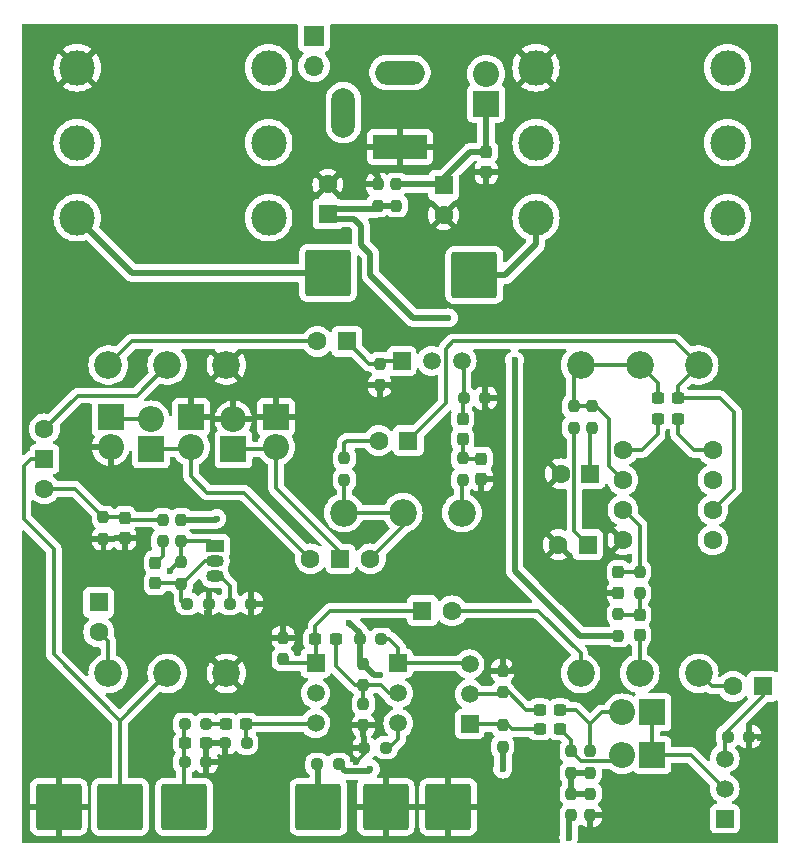
<source format=gtl>
G04 #@! TF.GenerationSoftware,KiCad,Pcbnew,8.0.1*
G04 #@! TF.CreationDate,2024-07-26T15:20:18+05:00*
G04 #@! TF.ProjectId,Life_pedal,4c696665-5f70-4656-9461-6c2e6b696361,rev?*
G04 #@! TF.SameCoordinates,Original*
G04 #@! TF.FileFunction,Copper,L1,Top*
G04 #@! TF.FilePolarity,Positive*
%FSLAX46Y46*%
G04 Gerber Fmt 4.6, Leading zero omitted, Abs format (unit mm)*
G04 Created by KiCad (PCBNEW 8.0.1) date 2024-07-26 15:20:18*
%MOMM*%
%LPD*%
G01*
G04 APERTURE LIST*
G04 Aperture macros list*
%AMRoundRect*
0 Rectangle with rounded corners*
0 $1 Rounding radius*
0 $2 $3 $4 $5 $6 $7 $8 $9 X,Y pos of 4 corners*
0 Add a 4 corners polygon primitive as box body*
4,1,4,$2,$3,$4,$5,$6,$7,$8,$9,$2,$3,0*
0 Add four circle primitives for the rounded corners*
1,1,$1+$1,$2,$3*
1,1,$1+$1,$4,$5*
1,1,$1+$1,$6,$7*
1,1,$1+$1,$8,$9*
0 Add four rect primitives between the rounded corners*
20,1,$1+$1,$2,$3,$4,$5,0*
20,1,$1+$1,$4,$5,$6,$7,0*
20,1,$1+$1,$6,$7,$8,$9,0*
20,1,$1+$1,$8,$9,$2,$3,0*%
G04 Aperture macros list end*
G04 #@! TA.AperFunction,ComponentPad*
%ADD10O,2.200000X2.200000*%
G04 #@! TD*
G04 #@! TA.AperFunction,ComponentPad*
%ADD11R,2.200000X2.200000*%
G04 #@! TD*
G04 #@! TA.AperFunction,SMDPad,CuDef*
%ADD12RoundRect,0.237500X-0.237500X0.300000X-0.237500X-0.300000X0.237500X-0.300000X0.237500X0.300000X0*%
G04 #@! TD*
G04 #@! TA.AperFunction,SMDPad,CuDef*
%ADD13RoundRect,0.237500X-0.237500X0.250000X-0.237500X-0.250000X0.237500X-0.250000X0.237500X0.250000X0*%
G04 #@! TD*
G04 #@! TA.AperFunction,ComponentPad*
%ADD14R,1.600000X1.600000*%
G04 #@! TD*
G04 #@! TA.AperFunction,ComponentPad*
%ADD15C,1.600000*%
G04 #@! TD*
G04 #@! TA.AperFunction,SMDPad,CuDef*
%ADD16RoundRect,0.237500X0.237500X-0.250000X0.237500X0.250000X-0.237500X0.250000X-0.237500X-0.250000X0*%
G04 #@! TD*
G04 #@! TA.AperFunction,SMDPad,CuDef*
%ADD17RoundRect,0.237500X0.250000X0.237500X-0.250000X0.237500X-0.250000X-0.237500X0.250000X-0.237500X0*%
G04 #@! TD*
G04 #@! TA.AperFunction,ComponentPad*
%ADD18R,1.500000X1.050000*%
G04 #@! TD*
G04 #@! TA.AperFunction,ComponentPad*
%ADD19O,1.500000X1.050000*%
G04 #@! TD*
G04 #@! TA.AperFunction,SMDPad,CuDef*
%ADD20RoundRect,0.237500X0.300000X0.237500X-0.300000X0.237500X-0.300000X-0.237500X0.300000X-0.237500X0*%
G04 #@! TD*
G04 #@! TA.AperFunction,ComponentPad*
%ADD21C,1.500000*%
G04 #@! TD*
G04 #@! TA.AperFunction,ComponentPad*
%ADD22R,1.500000X1.500000*%
G04 #@! TD*
G04 #@! TA.AperFunction,ComponentPad*
%ADD23RoundRect,0.250002X1.699998X-1.699998X1.699998X1.699998X-1.699998X1.699998X-1.699998X-1.699998X0*%
G04 #@! TD*
G04 #@! TA.AperFunction,ComponentPad*
%ADD24R,1.700000X1.700000*%
G04 #@! TD*
G04 #@! TA.AperFunction,ComponentPad*
%ADD25O,1.700000X1.700000*%
G04 #@! TD*
G04 #@! TA.AperFunction,SMDPad,CuDef*
%ADD26RoundRect,0.237500X-0.250000X-0.237500X0.250000X-0.237500X0.250000X0.237500X-0.250000X0.237500X0*%
G04 #@! TD*
G04 #@! TA.AperFunction,ComponentPad*
%ADD27C,3.000000*%
G04 #@! TD*
G04 #@! TA.AperFunction,ComponentPad*
%ADD28R,4.600000X2.000000*%
G04 #@! TD*
G04 #@! TA.AperFunction,ComponentPad*
%ADD29O,4.200000X2.000000*%
G04 #@! TD*
G04 #@! TA.AperFunction,ComponentPad*
%ADD30O,2.000000X4.200000*%
G04 #@! TD*
G04 #@! TA.AperFunction,SMDPad,CuDef*
%ADD31RoundRect,0.237500X0.237500X-0.300000X0.237500X0.300000X-0.237500X0.300000X-0.237500X-0.300000X0*%
G04 #@! TD*
G04 #@! TA.AperFunction,SMDPad,CuDef*
%ADD32RoundRect,0.237500X-0.300000X-0.237500X0.300000X-0.237500X0.300000X0.237500X-0.300000X0.237500X0*%
G04 #@! TD*
G04 #@! TA.AperFunction,ComponentPad*
%ADD33C,2.340000*%
G04 #@! TD*
G04 #@! TA.AperFunction,ViaPad*
%ADD34C,0.600000*%
G04 #@! TD*
G04 #@! TA.AperFunction,Conductor*
%ADD35C,0.500000*%
G04 #@! TD*
G04 #@! TA.AperFunction,Conductor*
%ADD36C,0.300000*%
G04 #@! TD*
G04 APERTURE END LIST*
D10*
X123800000Y-70743533D03*
D11*
X123800000Y-68203533D03*
D12*
X127600000Y-80537499D03*
X127600000Y-82262501D03*
D13*
X148000000Y-48487500D03*
X148000000Y-50312500D03*
X164400000Y-100087500D03*
X164400000Y-101912500D03*
D10*
X127200000Y-68400000D03*
D11*
X127200000Y-70940000D03*
D14*
X150194888Y-84600000D03*
D15*
X152694888Y-84600000D03*
D16*
X166800000Y-86712500D03*
X166800000Y-84887500D03*
D17*
X131912500Y-94200000D03*
X130087500Y-94200000D03*
D18*
X132640001Y-79130000D03*
D19*
X132640001Y-80400001D03*
X132640001Y-81670000D03*
D13*
X145200000Y-89087500D03*
X145200000Y-90912500D03*
D20*
X142862501Y-87000000D03*
X141137499Y-87000000D03*
D16*
X157000000Y-96112500D03*
X157000000Y-94287500D03*
D21*
X154200000Y-89120001D03*
X154200000Y-91660000D03*
D22*
X154200000Y-94200000D03*
D16*
X129800000Y-82312500D03*
X129800000Y-80487500D03*
D11*
X169668234Y-96800000D03*
D10*
X167128234Y-96800000D03*
D23*
X119400000Y-101200000D03*
D22*
X118200000Y-71740000D03*
D15*
X118200000Y-69200000D03*
X118200000Y-74280000D03*
D20*
X161862501Y-94600000D03*
X160137499Y-94600000D03*
D23*
X154600000Y-56200000D03*
D22*
X175800000Y-102200000D03*
D21*
X175800000Y-99660000D03*
X175800000Y-97120001D03*
D12*
X168600000Y-84937499D03*
X168600000Y-86662501D03*
X155600000Y-45737499D03*
X155600000Y-47462501D03*
D11*
X134200000Y-70940000D03*
D10*
X134200000Y-68400000D03*
D14*
X164205112Y-79000000D03*
D15*
X161705112Y-79000000D03*
D16*
X163000000Y-69112500D03*
X163000000Y-67287500D03*
D22*
X148150000Y-89050000D03*
D21*
X148150000Y-91590000D03*
X148150000Y-94129999D03*
D23*
X141400000Y-101200000D03*
D16*
X146400000Y-50312500D03*
X146400000Y-48487500D03*
X129800000Y-78712500D03*
X129800000Y-76887500D03*
D14*
X143805112Y-61800000D03*
D15*
X141305112Y-61800000D03*
D23*
X147085714Y-101200000D03*
D13*
X146600000Y-63687500D03*
X146600000Y-65512500D03*
D23*
X130028572Y-101200000D03*
D12*
X153600000Y-68337499D03*
X153600000Y-70062501D03*
D16*
X168600000Y-83112500D03*
X168600000Y-81287500D03*
D13*
X128200000Y-76887500D03*
X128200000Y-78712500D03*
D24*
X141025000Y-35950000D03*
D25*
X141025000Y-38490000D03*
D23*
X142200000Y-56000000D03*
D15*
X174800000Y-70990000D03*
X174800000Y-73530000D03*
X174800000Y-76070000D03*
X174800000Y-78610000D03*
X167180000Y-78610000D03*
X167180000Y-76070000D03*
X167180000Y-73530000D03*
X167180000Y-70990000D03*
D26*
X153687500Y-66600000D03*
X155512500Y-66600000D03*
D11*
X130600000Y-68203532D03*
D10*
X130600000Y-70743532D03*
D20*
X135262501Y-94200000D03*
X133537499Y-94200000D03*
D13*
X143600000Y-71687500D03*
X143600000Y-73512500D03*
D22*
X148450000Y-63450000D03*
D21*
X150990000Y-63450000D03*
X153530000Y-63450000D03*
D26*
X144887500Y-87000000D03*
X146712500Y-87000000D03*
D17*
X143112500Y-97600000D03*
X141287500Y-97600000D03*
D14*
X179000000Y-91000000D03*
D15*
X176500000Y-91000000D03*
D16*
X164400000Y-98312500D03*
X164400000Y-96487500D03*
X153600000Y-73512500D03*
X153600000Y-71687500D03*
D26*
X130087500Y-97400000D03*
X131912500Y-97400000D03*
D17*
X132112500Y-84000000D03*
X130287500Y-84000000D03*
D11*
X137800000Y-68203532D03*
D10*
X137800000Y-70743532D03*
D14*
X164405113Y-73000000D03*
D15*
X161905113Y-73000000D03*
D12*
X125000000Y-76737499D03*
X125000000Y-78462501D03*
X166800000Y-81337499D03*
X166800000Y-83062501D03*
D16*
X164600000Y-69112500D03*
X164600000Y-67287500D03*
X138400000Y-88712500D03*
X138400000Y-86887500D03*
D23*
X124600000Y-101200000D03*
D17*
X135712500Y-84000000D03*
X133887500Y-84000000D03*
D11*
X155600000Y-41668234D03*
D10*
X155600000Y-39128234D03*
D17*
X147112500Y-96200000D03*
X145287500Y-96200000D03*
D13*
X162800000Y-96487500D03*
X162800000Y-98312500D03*
D27*
X159815000Y-44985000D03*
X176045000Y-44985000D03*
X159815000Y-38635000D03*
X176045000Y-38635000D03*
X159815000Y-51335000D03*
X176045000Y-51335000D03*
D16*
X157000000Y-91512500D03*
X157000000Y-89687500D03*
D13*
X123200000Y-76687500D03*
X123200000Y-78512500D03*
D28*
X148300000Y-45335000D03*
D29*
X148300000Y-39035000D03*
D30*
X143500000Y-42435000D03*
D22*
X143260000Y-80200000D03*
D15*
X145800000Y-80200000D03*
X140720000Y-80200000D03*
D22*
X141150000Y-89050000D03*
D21*
X141150000Y-91590000D03*
X141150000Y-94129999D03*
D14*
X149005113Y-70200000D03*
D15*
X146505113Y-70200000D03*
D31*
X155200000Y-73462501D03*
X155200000Y-71737499D03*
D27*
X120965000Y-44985000D03*
X137195000Y-44985000D03*
X120965000Y-38635000D03*
X137195000Y-38635000D03*
X120965000Y-51335000D03*
X137195000Y-51335000D03*
D13*
X145200000Y-92487500D03*
X145200000Y-94312500D03*
D32*
X170127498Y-68400002D03*
X171852500Y-68400002D03*
D23*
X152400000Y-101200000D03*
D11*
X169668234Y-93200000D03*
D10*
X167128234Y-93200000D03*
D20*
X161862501Y-93000000D03*
X160137499Y-93000000D03*
D14*
X152000000Y-48594887D03*
D15*
X152000000Y-51094887D03*
D20*
X171862501Y-66600000D03*
X170137499Y-66600000D03*
X131862501Y-95800000D03*
X130137499Y-95800000D03*
D14*
X142200000Y-51005113D03*
D15*
X142200000Y-48505113D03*
D17*
X135312500Y-95800000D03*
X133487500Y-95800000D03*
D14*
X122800000Y-83900000D03*
D15*
X122800000Y-86400000D03*
D26*
X176037497Y-95250000D03*
X177862497Y-95250000D03*
D16*
X162800000Y-101912500D03*
X162800000Y-100087500D03*
D33*
X163600000Y-63800000D03*
X168600000Y-63800000D03*
X173600000Y-63800000D03*
X153550000Y-76300000D03*
X148550000Y-76300000D03*
X143550000Y-76300000D03*
X133600000Y-89900000D03*
X128600000Y-89900000D03*
X123600000Y-89900000D03*
X133600000Y-63800000D03*
X128600000Y-63800000D03*
X123600000Y-63800000D03*
X173600000Y-89900000D03*
X168600000Y-89900000D03*
X163600000Y-89900000D03*
D34*
X152400000Y-59800000D03*
X158000000Y-63400000D03*
X132800000Y-76800000D03*
X144000000Y-85600000D03*
X146600000Y-90000000D03*
X145800000Y-98000000D03*
X157000000Y-98000000D03*
X162600000Y-103800000D03*
X147800000Y-66000000D03*
X156000000Y-67800000D03*
X155600000Y-75200000D03*
X165600000Y-83400000D03*
X178800000Y-95400000D03*
X164400000Y-102800000D03*
X158000000Y-89200000D03*
X144600000Y-97400000D03*
X144000000Y-94600000D03*
X128800000Y-81200000D03*
X138400000Y-85800000D03*
X136600000Y-84000000D03*
X132000000Y-84800000D03*
X133800000Y-97000000D03*
X133200000Y-97800000D03*
X146000000Y-47400000D03*
X155600000Y-49000000D03*
D35*
X142605113Y-50600000D02*
X142200000Y-51005113D01*
X146400000Y-50312500D02*
X146112500Y-50600000D01*
X146112500Y-50600000D02*
X142605113Y-50600000D01*
X145000000Y-52000000D02*
X144400000Y-51400000D01*
X142594887Y-51400000D02*
X142200000Y-51005113D01*
X145800000Y-54400000D02*
X145000000Y-53600000D01*
X145800000Y-56200000D02*
X145800000Y-54400000D01*
X144400000Y-51400000D02*
X142594887Y-51400000D01*
X149400000Y-59800000D02*
X145800000Y-56200000D01*
X145000000Y-53600000D02*
X145000000Y-52000000D01*
X152400000Y-59800000D02*
X149400000Y-59800000D01*
X158000000Y-81200000D02*
X158000000Y-63400000D01*
X163512500Y-86712500D02*
X159600000Y-82800000D01*
X159600000Y-82800000D02*
X158000000Y-81200000D01*
X166800000Y-86712500D02*
X163512500Y-86712500D01*
X132712500Y-76887500D02*
X132800000Y-76800000D01*
X129800000Y-76887500D02*
X132712500Y-76887500D01*
X144887500Y-86487500D02*
X144000000Y-85600000D01*
X144887500Y-87000000D02*
X144887500Y-86487500D01*
X144887500Y-88775000D02*
X145200000Y-89087500D01*
X144887500Y-87000000D02*
X144887500Y-88775000D01*
X146112500Y-90000000D02*
X145200000Y-89087500D01*
X146600000Y-90000000D02*
X146112500Y-90000000D01*
X143662500Y-98150000D02*
X143112500Y-97600000D01*
X145800000Y-98000000D02*
X145650000Y-98150000D01*
X145650000Y-98150000D02*
X143662500Y-98150000D01*
X157000000Y-98000000D02*
X157000000Y-96112500D01*
X162600000Y-102112500D02*
X162800000Y-101912500D01*
X162600000Y-103800000D02*
X162600000Y-102112500D01*
D36*
X119000000Y-79400000D02*
X119000000Y-88300000D01*
X116450000Y-76850000D02*
X119000000Y-79400000D01*
X116450000Y-72350000D02*
X116450000Y-76850000D01*
X117060000Y-71740000D02*
X116450000Y-72350000D01*
X118200000Y-71740000D02*
X117060000Y-71740000D01*
X119000000Y-88300000D02*
X124600000Y-93900000D01*
X124600000Y-93900000D02*
X124600000Y-95200000D01*
X128600000Y-89900000D02*
X124600000Y-93900000D01*
X124600000Y-95200000D02*
X124600000Y-99800000D01*
D35*
X125630000Y-56000000D02*
X120965000Y-51335000D01*
X142200000Y-56000000D02*
X125630000Y-56000000D01*
X159815000Y-53585000D02*
X159815000Y-51335000D01*
X157200000Y-56200000D02*
X159815000Y-53585000D01*
X154600000Y-56200000D02*
X157200000Y-56200000D01*
D36*
X152200000Y-62400000D02*
X152200000Y-67005113D01*
X152200000Y-67005113D02*
X149005113Y-70200000D01*
X152800000Y-61800000D02*
X152200000Y-62400000D01*
X173600000Y-63800000D02*
X171600000Y-61800000D01*
X171600000Y-61800000D02*
X152800000Y-61800000D01*
X121000000Y-66400000D02*
X126000000Y-66400000D01*
X126000000Y-66400000D02*
X128600000Y-63800000D01*
X118200000Y-69200000D02*
X121000000Y-66400000D01*
X118200000Y-74280000D02*
X120792500Y-74280000D01*
X120792500Y-74280000D02*
X123200000Y-76687500D01*
X130403532Y-70940000D02*
X130600000Y-70743532D01*
X127200000Y-70940000D02*
X130403532Y-70940000D01*
X123996467Y-68400000D02*
X123800000Y-68203533D01*
X127200000Y-68400000D02*
X123996467Y-68400000D01*
X132000000Y-74600000D02*
X130600000Y-73200000D01*
X135120000Y-74600000D02*
X132000000Y-74600000D01*
X140720000Y-80200000D02*
X135120000Y-74600000D01*
X130600000Y-73200000D02*
X130600000Y-70743532D01*
X134200000Y-70940000D02*
X137603532Y-70940000D01*
X137603532Y-70940000D02*
X137800000Y-70743532D01*
X137800000Y-74200000D02*
X137800000Y-70743532D01*
X143260000Y-79660000D02*
X137800000Y-74200000D01*
X143260000Y-80200000D02*
X143260000Y-79660000D01*
X147312500Y-65512500D02*
X147800000Y-66000000D01*
X146600000Y-65512500D02*
X147312500Y-65512500D01*
X125600000Y-61800000D02*
X123600000Y-63800000D01*
X141305112Y-61800000D02*
X125600000Y-61800000D01*
X145692612Y-63687500D02*
X146600000Y-63687500D01*
X143805112Y-61800000D02*
X145692612Y-63687500D01*
X146837500Y-63450000D02*
X146600000Y-63687500D01*
X148450000Y-63450000D02*
X146837500Y-63450000D01*
X153687500Y-63607500D02*
X153530000Y-63450000D01*
X153687500Y-66600000D02*
X153687500Y-63607500D01*
X155512500Y-67312500D02*
X156000000Y-67800000D01*
X155512500Y-66600000D02*
X155512500Y-67312500D01*
X153600000Y-66687500D02*
X153687500Y-66600000D01*
X153600000Y-68337499D02*
X153600000Y-66687500D01*
X153600000Y-70062501D02*
X153600000Y-71687500D01*
X153649999Y-71737499D02*
X153600000Y-71687500D01*
X155200000Y-71737499D02*
X153649999Y-71737499D01*
X155200000Y-74800000D02*
X155600000Y-75200000D01*
X155200000Y-73462501D02*
X155200000Y-74800000D01*
X153550000Y-73562500D02*
X153600000Y-73512500D01*
X153550000Y-76300000D02*
X153550000Y-73562500D01*
X148550000Y-77450000D02*
X148550000Y-76300000D01*
X145800000Y-80200000D02*
X148550000Y-77450000D01*
X143550000Y-76300000D02*
X148550000Y-76300000D01*
X143600000Y-76250000D02*
X143550000Y-76300000D01*
X143600000Y-73512500D02*
X143600000Y-76250000D01*
X143600000Y-70400000D02*
X143600000Y-71687500D01*
X143800000Y-70200000D02*
X143600000Y-70400000D01*
X146505113Y-70200000D02*
X143800000Y-70200000D01*
X164405113Y-69307387D02*
X164600000Y-69112500D01*
X164405113Y-73000000D02*
X164405113Y-69307387D01*
X163055113Y-69167613D02*
X163055113Y-77850001D01*
X163000000Y-69112500D02*
X163055113Y-69167613D01*
X163055113Y-77850001D02*
X164205112Y-79000000D01*
X163000000Y-67287500D02*
X164600000Y-67287500D01*
X163000000Y-64400000D02*
X163600000Y-63800000D01*
X163000000Y-67287500D02*
X163000000Y-64400000D01*
X164887500Y-67287500D02*
X164600000Y-67287500D01*
X166000000Y-72350000D02*
X166000000Y-68400000D01*
X166000000Y-68400000D02*
X164887500Y-67287500D01*
X167180000Y-73530000D02*
X166000000Y-72350000D01*
X168600000Y-63800000D02*
X163600000Y-63800000D01*
X170137499Y-65337499D02*
X170137499Y-66600000D01*
X168600000Y-63800000D02*
X170137499Y-65337499D01*
X171862501Y-65537499D02*
X173600000Y-63800000D01*
X171862501Y-66600000D02*
X171862501Y-65537499D01*
X175400000Y-66600000D02*
X171862501Y-66600000D01*
X176600000Y-67800000D02*
X175400000Y-66600000D01*
X176600000Y-74270000D02*
X176600000Y-67800000D01*
X174800000Y-76070000D02*
X176600000Y-74270000D01*
X168810000Y-70990000D02*
X167180000Y-70990000D01*
X170127498Y-69672502D02*
X168810000Y-70990000D01*
X170127498Y-68400002D02*
X170127498Y-69672502D01*
X173190000Y-70990000D02*
X174800000Y-70990000D01*
X171852500Y-69652500D02*
X173190000Y-70990000D01*
X171852500Y-68400002D02*
X171852500Y-69652500D01*
X167270000Y-76070000D02*
X167180000Y-76070000D01*
X168600000Y-77400000D02*
X167270000Y-76070000D01*
X168600000Y-81287500D02*
X168600000Y-77400000D01*
X165937499Y-83062501D02*
X165600000Y-83400000D01*
X166800000Y-83062501D02*
X165937499Y-83062501D01*
X168550001Y-81337499D02*
X168600000Y-81287500D01*
X166800000Y-81337499D02*
X168550001Y-81337499D01*
X168600000Y-83112500D02*
X168600000Y-84937499D01*
X166849999Y-84937499D02*
X166800000Y-84887500D01*
X168600000Y-84937499D02*
X166849999Y-84937499D01*
X168600000Y-89900000D02*
X168600000Y-86662501D01*
X174700000Y-91000000D02*
X173600000Y-89900000D01*
X176500000Y-91000000D02*
X174700000Y-91000000D01*
X179000000Y-91800000D02*
X179000000Y-91000000D01*
X176037497Y-94762503D02*
X179000000Y-91800000D01*
X176037497Y-95250000D02*
X176037497Y-94762503D01*
X178650000Y-95250000D02*
X178800000Y-95400000D01*
X177862497Y-95250000D02*
X178650000Y-95250000D01*
X175800000Y-97120001D02*
X175800000Y-95487497D01*
X175800000Y-95487497D02*
X176037497Y-95250000D01*
X169668234Y-93200000D02*
X169668234Y-96800000D01*
X172940000Y-96800000D02*
X169668234Y-96800000D01*
X175800000Y-99660000D02*
X172940000Y-96800000D01*
D35*
X164400000Y-101912500D02*
X164400000Y-102800000D01*
X164400000Y-100087500D02*
X162800000Y-100087500D01*
X162800000Y-98312500D02*
X162800000Y-100087500D01*
X162800000Y-98312500D02*
X164400000Y-98312500D01*
D36*
X165400000Y-93200000D02*
X164400000Y-94200000D01*
X167128234Y-93200000D02*
X165400000Y-93200000D01*
X164400000Y-94200000D02*
X164400000Y-96487500D01*
X163200000Y-93000000D02*
X164400000Y-94200000D01*
X161862501Y-93000000D02*
X163200000Y-93000000D01*
X166603234Y-97325000D02*
X167128234Y-96800000D01*
X163637500Y-97325000D02*
X166603234Y-97325000D01*
X162800000Y-96487500D02*
X163637500Y-97325000D01*
X162800000Y-95537499D02*
X161862501Y-94600000D01*
X162800000Y-96487500D02*
X162800000Y-95537499D01*
X159000000Y-93000000D02*
X157512500Y-91512500D01*
X157512500Y-91512500D02*
X157000000Y-91512500D01*
X160137499Y-93000000D02*
X159000000Y-93000000D01*
X157800000Y-94600000D02*
X160137499Y-94600000D01*
X157487500Y-94287500D02*
X157800000Y-94600000D01*
X157000000Y-94287500D02*
X157487500Y-94287500D01*
X154200000Y-94200000D02*
X156912500Y-94200000D01*
X156912500Y-94200000D02*
X157000000Y-94287500D01*
X157512500Y-89687500D02*
X158000000Y-89200000D01*
X157000000Y-89687500D02*
X157512500Y-89687500D01*
X156852500Y-91660000D02*
X157000000Y-91512500D01*
X154200000Y-91660000D02*
X156852500Y-91660000D01*
X154129999Y-89050000D02*
X154200000Y-89120001D01*
X148150000Y-89050000D02*
X154129999Y-89050000D01*
X148150000Y-87750000D02*
X147400000Y-87000000D01*
X147400000Y-87000000D02*
X146712500Y-87000000D01*
X148150000Y-89050000D02*
X148150000Y-87750000D01*
X147390000Y-91590000D02*
X146712500Y-90912500D01*
X148150000Y-91590000D02*
X147390000Y-91590000D01*
X146712500Y-90912500D02*
X145200000Y-90912500D01*
X148150000Y-95450000D02*
X148150000Y-94129999D01*
X147400000Y-96200000D02*
X148150000Y-95450000D01*
X147112500Y-96200000D02*
X147400000Y-96200000D01*
X145287500Y-96712500D02*
X144600000Y-97400000D01*
X145287500Y-96200000D02*
X145287500Y-96712500D01*
X145287500Y-96200000D02*
X145287500Y-94400000D01*
X145287500Y-94400000D02*
X145200000Y-94312500D01*
X144287500Y-94312500D02*
X144000000Y-94600000D01*
X145200000Y-94312500D02*
X144287500Y-94312500D01*
X145200000Y-90912500D02*
X145200000Y-92487500D01*
X142862501Y-89262501D02*
X144512500Y-90912500D01*
X142862501Y-87000000D02*
X142862501Y-89262501D01*
X144512500Y-90912500D02*
X145200000Y-90912500D01*
X163600000Y-88200000D02*
X163600000Y-89900000D01*
X160000000Y-84600000D02*
X163600000Y-88200000D01*
X152694888Y-84600000D02*
X160000000Y-84600000D01*
X142400000Y-84600000D02*
X150194888Y-84600000D01*
X141137499Y-85862501D02*
X142400000Y-84600000D01*
X141137499Y-87000000D02*
X141137499Y-85862501D01*
X141150000Y-89050000D02*
X141150000Y-87012501D01*
X141150000Y-87012501D02*
X141137499Y-87000000D01*
X138737500Y-89050000D02*
X138400000Y-88712500D01*
X141150000Y-89050000D02*
X138737500Y-89050000D01*
X129512500Y-80487500D02*
X128800000Y-81200000D01*
X129800000Y-80487500D02*
X129512500Y-80487500D01*
X128200000Y-80000000D02*
X128200000Y-78712500D01*
X127662501Y-80537499D02*
X128200000Y-80000000D01*
X127600000Y-80537499D02*
X127662501Y-80537499D01*
X129750001Y-82262501D02*
X129800000Y-82312500D01*
X127600000Y-82262501D02*
X129750001Y-82262501D01*
X123200000Y-76687500D02*
X123200000Y-76400000D01*
X124950001Y-76687500D02*
X125000000Y-76737499D01*
X123200000Y-76687500D02*
X124950001Y-76687500D01*
X125150001Y-76887500D02*
X125000000Y-76737499D01*
X128200000Y-76887500D02*
X125150001Y-76887500D01*
X138400000Y-86887500D02*
X138400000Y-85800000D01*
X135712500Y-84000000D02*
X136600000Y-84000000D01*
X132112500Y-84687500D02*
X132000000Y-84800000D01*
X132112500Y-84000000D02*
X132112500Y-84687500D01*
X129800000Y-83800000D02*
X129800000Y-82312500D01*
X130000000Y-84000000D02*
X129800000Y-83800000D01*
X130287500Y-84000000D02*
X130000000Y-84000000D01*
X133887500Y-82487500D02*
X133887500Y-84000000D01*
X132640001Y-81670000D02*
X133070000Y-81670000D01*
X133070000Y-81670000D02*
X133887500Y-82487500D01*
X129887500Y-82312500D02*
X131799999Y-80400001D01*
X131799999Y-80400001D02*
X132640001Y-80400001D01*
X129800000Y-82312500D02*
X129887500Y-82312500D01*
X129800000Y-78712500D02*
X129800000Y-80487500D01*
X132222501Y-78712500D02*
X132640001Y-79130000D01*
X129800000Y-78712500D02*
X132222501Y-78712500D01*
X123599999Y-87199999D02*
X122800000Y-86400000D01*
X123600000Y-89900000D02*
X123599999Y-87199999D01*
X141079999Y-94200000D02*
X141150000Y-94129999D01*
X135262501Y-94200000D02*
X141079999Y-94200000D01*
X135262501Y-95750001D02*
X135312500Y-95800000D01*
X135262501Y-94200000D02*
X135262501Y-95750001D01*
X131912500Y-94200000D02*
X133537499Y-94200000D01*
X131862501Y-97350001D02*
X131912500Y-97400000D01*
X131862501Y-95800000D02*
X131862501Y-97350001D01*
X131862501Y-95800000D02*
X133487500Y-95800000D01*
X133487500Y-96687500D02*
X133800000Y-97000000D01*
X133487500Y-95800000D02*
X133487500Y-96687500D01*
X132800000Y-97400000D02*
X133200000Y-97800000D01*
X131912500Y-97400000D02*
X132800000Y-97400000D01*
X130028572Y-94258928D02*
X130087500Y-94200000D01*
X130028572Y-101200000D02*
X130028572Y-94258928D01*
D35*
X141400000Y-97687500D02*
X141112500Y-97400000D01*
X141400000Y-101200000D02*
X141400000Y-97687500D01*
X146400000Y-47800000D02*
X146000000Y-47400000D01*
X146400000Y-48487500D02*
X146400000Y-47800000D01*
X155600000Y-47462501D02*
X155600000Y-49000000D01*
X146400000Y-50312500D02*
X148000000Y-50312500D01*
X151892613Y-48487500D02*
X152000000Y-48594887D01*
X148000000Y-48487500D02*
X151892613Y-48487500D01*
X154262501Y-45737499D02*
X155600000Y-45737499D01*
X152000000Y-48000000D02*
X154262501Y-45737499D01*
X152000000Y-48594887D02*
X152000000Y-48000000D01*
X155600000Y-41668234D02*
X155600000Y-45737499D01*
G04 #@! TA.AperFunction,Conductor*
G36*
X157643137Y-62470185D02*
G01*
X157688892Y-62522989D01*
X157698836Y-62592147D01*
X157669811Y-62655703D01*
X157642070Y-62679494D01*
X157497737Y-62770184D01*
X157370184Y-62897737D01*
X157274211Y-63050476D01*
X157214631Y-63220745D01*
X157214630Y-63220750D01*
X157194435Y-63399996D01*
X157194435Y-63400003D01*
X157214630Y-63579249D01*
X157214631Y-63579254D01*
X157242542Y-63659017D01*
X157249500Y-63699972D01*
X157249500Y-81273918D01*
X157249500Y-81273920D01*
X157249499Y-81273920D01*
X157278340Y-81418907D01*
X157278343Y-81418917D01*
X157334914Y-81555492D01*
X157355750Y-81586675D01*
X157355751Y-81586678D01*
X157417046Y-81678414D01*
X157417052Y-81678421D01*
X159017048Y-83278416D01*
X159476451Y-83737819D01*
X159509936Y-83799142D01*
X159504952Y-83868834D01*
X159463080Y-83924767D01*
X159397616Y-83949184D01*
X159388770Y-83949500D01*
X153891571Y-83949500D01*
X153824532Y-83929815D01*
X153789996Y-83896623D01*
X153694933Y-83760858D01*
X153534029Y-83599954D01*
X153347622Y-83469432D01*
X153347620Y-83469431D01*
X153141385Y-83373261D01*
X153141376Y-83373258D01*
X152921585Y-83314366D01*
X152921581Y-83314365D01*
X152921580Y-83314365D01*
X152921579Y-83314364D01*
X152921574Y-83314364D01*
X152694890Y-83294532D01*
X152694886Y-83294532D01*
X152468201Y-83314364D01*
X152468190Y-83314366D01*
X152248399Y-83373258D01*
X152248390Y-83373261D01*
X152042155Y-83469431D01*
X152042153Y-83469432D01*
X151855750Y-83599951D01*
X151698614Y-83757087D01*
X151637291Y-83790571D01*
X151567599Y-83785587D01*
X151511666Y-83743715D01*
X151490257Y-83697923D01*
X151488979Y-83692518D01*
X151483011Y-83676518D01*
X151438684Y-83557669D01*
X151438683Y-83557668D01*
X151438681Y-83557664D01*
X151352435Y-83442455D01*
X151352432Y-83442452D01*
X151237223Y-83356206D01*
X151237216Y-83356202D01*
X151102370Y-83305908D01*
X151102371Y-83305908D01*
X151042771Y-83299501D01*
X151042769Y-83299500D01*
X151042761Y-83299500D01*
X151042752Y-83299500D01*
X149347017Y-83299500D01*
X149347011Y-83299501D01*
X149287404Y-83305908D01*
X149152559Y-83356202D01*
X149152552Y-83356206D01*
X149037343Y-83442452D01*
X149037340Y-83442455D01*
X148951094Y-83557664D01*
X148951090Y-83557671D01*
X148900796Y-83692517D01*
X148894389Y-83752116D01*
X148894388Y-83752135D01*
X148894388Y-83825500D01*
X148874703Y-83892539D01*
X148821899Y-83938294D01*
X148770388Y-83949500D01*
X142335929Y-83949500D01*
X142210261Y-83974497D01*
X142210255Y-83974499D01*
X142091874Y-84023534D01*
X141985326Y-84094726D01*
X140632225Y-85447827D01*
X140629761Y-85451515D01*
X140562944Y-85551515D01*
X140562174Y-85552666D01*
X140561033Y-85554374D01*
X140561029Y-85554382D01*
X140511999Y-85672752D01*
X140511996Y-85672762D01*
X140486999Y-85798429D01*
X140486999Y-86042388D01*
X140467314Y-86109427D01*
X140428097Y-86147926D01*
X140376649Y-86179659D01*
X140254660Y-86301648D01*
X140164092Y-86448481D01*
X140164091Y-86448484D01*
X140109825Y-86612247D01*
X140109825Y-86612248D01*
X140109824Y-86612248D01*
X140099499Y-86713315D01*
X140099499Y-87286669D01*
X140099500Y-87286687D01*
X140109824Y-87387752D01*
X140142955Y-87487733D01*
X140163961Y-87551125D01*
X140164091Y-87551515D01*
X140164092Y-87551518D01*
X140176718Y-87571988D01*
X140236407Y-87668759D01*
X140254847Y-87736151D01*
X140233924Y-87802814D01*
X140180282Y-87847584D01*
X140174203Y-87850036D01*
X140157674Y-87856201D01*
X140157664Y-87856206D01*
X140042455Y-87942452D01*
X140042452Y-87942455D01*
X139956206Y-88057664D01*
X139956202Y-88057671D01*
X139905908Y-88192517D01*
X139901879Y-88230000D01*
X139899501Y-88252123D01*
X139899500Y-88252135D01*
X139899500Y-88275500D01*
X139879815Y-88342539D01*
X139827011Y-88388294D01*
X139775500Y-88399500D01*
X139483628Y-88399500D01*
X139416589Y-88379815D01*
X139370834Y-88327011D01*
X139365922Y-88314504D01*
X139352997Y-88275500D01*
X139310908Y-88148484D01*
X139220340Y-88001650D01*
X139106017Y-87887327D01*
X139072532Y-87826004D01*
X139077516Y-87756312D01*
X139106017Y-87711964D01*
X139219948Y-87598033D01*
X139310448Y-87451311D01*
X139310453Y-87451300D01*
X139364680Y-87287652D01*
X139374999Y-87186654D01*
X139375000Y-87186641D01*
X139375000Y-87137500D01*
X137425001Y-87137500D01*
X137425001Y-87186654D01*
X137435319Y-87287652D01*
X137489546Y-87451300D01*
X137489551Y-87451311D01*
X137580052Y-87598034D01*
X137580055Y-87598038D01*
X137693982Y-87711965D01*
X137727467Y-87773288D01*
X137722483Y-87842980D01*
X137693983Y-87887327D01*
X137579659Y-88001651D01*
X137489093Y-88148481D01*
X137489091Y-88148486D01*
X137483920Y-88164092D01*
X137434826Y-88312247D01*
X137434826Y-88312248D01*
X137434825Y-88312248D01*
X137424500Y-88413315D01*
X137424500Y-89011669D01*
X137424501Y-89011687D01*
X137434825Y-89112752D01*
X137454916Y-89173381D01*
X137480305Y-89250000D01*
X137489092Y-89276515D01*
X137489093Y-89276518D01*
X137518367Y-89323978D01*
X137579660Y-89423350D01*
X137701650Y-89545340D01*
X137848484Y-89635908D01*
X138012247Y-89690174D01*
X138113323Y-89700500D01*
X138667297Y-89700499D01*
X138667317Y-89700500D01*
X138673431Y-89700500D01*
X139775501Y-89700500D01*
X139842540Y-89720185D01*
X139888295Y-89772989D01*
X139899501Y-89824500D01*
X139899501Y-89847876D01*
X139905908Y-89907483D01*
X139956202Y-90042328D01*
X139956206Y-90042335D01*
X140042452Y-90157544D01*
X140042455Y-90157547D01*
X140157664Y-90243793D01*
X140157671Y-90243797D01*
X140292517Y-90294091D01*
X140292516Y-90294091D01*
X140299444Y-90294835D01*
X140352127Y-90300500D01*
X140418139Y-90300499D01*
X140485176Y-90320183D01*
X140530932Y-90372986D01*
X140540876Y-90442144D01*
X140511852Y-90505700D01*
X140489262Y-90526074D01*
X140343118Y-90628405D01*
X140188402Y-90783121D01*
X140062900Y-90962357D01*
X140062898Y-90962361D01*
X139970426Y-91160668D01*
X139970422Y-91160677D01*
X139913793Y-91372020D01*
X139913793Y-91372024D01*
X139894723Y-91589997D01*
X139894723Y-91590002D01*
X139897185Y-91618143D01*
X139909292Y-91756534D01*
X139913793Y-91807975D01*
X139913793Y-91807979D01*
X139970422Y-92019322D01*
X139970424Y-92019326D01*
X139970425Y-92019330D01*
X139991617Y-92064776D01*
X140062897Y-92217638D01*
X140066043Y-92222131D01*
X140188402Y-92396877D01*
X140343123Y-92551598D01*
X140522361Y-92677102D01*
X140673583Y-92747618D01*
X140726021Y-92793789D01*
X140745173Y-92860983D01*
X140724957Y-92927864D01*
X140673582Y-92972381D01*
X140522362Y-93042897D01*
X140522357Y-93042899D01*
X140343121Y-93168401D01*
X140188403Y-93323119D01*
X140066916Y-93496623D01*
X140012339Y-93540248D01*
X139965341Y-93549500D01*
X136243209Y-93549500D01*
X136176170Y-93529815D01*
X136150585Y-93506619D01*
X136150448Y-93506757D01*
X136147648Y-93503957D01*
X136145946Y-93502414D01*
X136145345Y-93501654D01*
X136023352Y-93379661D01*
X136023351Y-93379660D01*
X135876517Y-93289092D01*
X135712754Y-93234826D01*
X135712752Y-93234825D01*
X135611679Y-93224500D01*
X134913331Y-93224500D01*
X134913313Y-93224501D01*
X134812248Y-93234825D01*
X134648485Y-93289092D01*
X134648482Y-93289093D01*
X134501649Y-93379661D01*
X134487681Y-93393630D01*
X134426358Y-93427115D01*
X134356666Y-93422131D01*
X134312319Y-93393630D01*
X134298350Y-93379661D01*
X134298349Y-93379660D01*
X134151515Y-93289092D01*
X133987752Y-93234826D01*
X133987750Y-93234825D01*
X133886677Y-93224500D01*
X133188329Y-93224500D01*
X133188311Y-93224501D01*
X133087246Y-93234825D01*
X132923483Y-93289092D01*
X132923480Y-93289093D01*
X132836869Y-93342516D01*
X132776649Y-93379660D01*
X132776647Y-93379661D01*
X132770502Y-93383452D01*
X132769804Y-93382321D01*
X132712105Y-93405595D01*
X132643464Y-93392549D01*
X132624871Y-93380599D01*
X132623352Y-93379662D01*
X132623350Y-93379660D01*
X132476516Y-93289092D01*
X132312753Y-93234826D01*
X132312751Y-93234825D01*
X132211678Y-93224500D01*
X131613330Y-93224500D01*
X131613312Y-93224501D01*
X131512247Y-93234825D01*
X131348484Y-93289092D01*
X131348481Y-93289093D01*
X131201648Y-93379661D01*
X131087681Y-93493629D01*
X131026358Y-93527114D01*
X130956666Y-93522130D01*
X130912319Y-93493629D01*
X130798351Y-93379661D01*
X130798350Y-93379660D01*
X130651516Y-93289092D01*
X130487753Y-93234826D01*
X130487751Y-93234825D01*
X130386678Y-93224500D01*
X129788330Y-93224500D01*
X129788312Y-93224501D01*
X129687247Y-93234825D01*
X129523484Y-93289092D01*
X129523481Y-93289093D01*
X129376648Y-93379661D01*
X129254661Y-93501648D01*
X129164093Y-93648481D01*
X129164091Y-93648486D01*
X129146797Y-93700676D01*
X129109826Y-93812247D01*
X129109826Y-93812248D01*
X129109825Y-93812248D01*
X129099500Y-93913315D01*
X129099500Y-94486669D01*
X129099501Y-94486687D01*
X129109825Y-94587752D01*
X129146109Y-94697249D01*
X129153003Y-94718053D01*
X129164092Y-94751515D01*
X129164093Y-94751518D01*
X129185166Y-94785682D01*
X129241066Y-94876311D01*
X129254661Y-94898351D01*
X129268628Y-94912318D01*
X129302113Y-94973641D01*
X129297129Y-95043333D01*
X129268631Y-95087678D01*
X129254659Y-95101650D01*
X129164092Y-95248481D01*
X129164090Y-95248486D01*
X129136718Y-95331088D01*
X129109825Y-95412247D01*
X129109825Y-95412248D01*
X129109824Y-95412248D01*
X129099499Y-95513315D01*
X129099499Y-96086669D01*
X129099500Y-96086687D01*
X129109824Y-96187752D01*
X129122167Y-96224999D01*
X129164091Y-96351516D01*
X129250966Y-96492363D01*
X129254660Y-96498351D01*
X129268628Y-96512319D01*
X129302113Y-96573642D01*
X129297129Y-96643334D01*
X129268631Y-96687679D01*
X129254660Y-96701650D01*
X129164093Y-96848481D01*
X129164091Y-96848486D01*
X129146475Y-96901648D01*
X129109826Y-97012247D01*
X129109826Y-97012248D01*
X129109825Y-97012248D01*
X129099500Y-97113315D01*
X129099500Y-97686669D01*
X129099501Y-97686687D01*
X129109825Y-97787752D01*
X129120759Y-97820747D01*
X129164020Y-97951300D01*
X129164092Y-97951515D01*
X129164093Y-97951518D01*
X129186443Y-97987753D01*
X129241809Y-98077516D01*
X129254661Y-98098351D01*
X129341753Y-98185443D01*
X129375238Y-98246766D01*
X129378072Y-98273124D01*
X129378072Y-98625500D01*
X129358387Y-98692539D01*
X129305583Y-98738294D01*
X129254072Y-98749500D01*
X128278572Y-98749500D01*
X128278555Y-98749501D01*
X128175776Y-98760000D01*
X128175773Y-98760001D01*
X128009241Y-98815185D01*
X128009236Y-98815187D01*
X127859915Y-98907290D01*
X127735862Y-99031343D01*
X127643759Y-99180664D01*
X127643757Y-99180669D01*
X127627186Y-99230677D01*
X127588573Y-99347204D01*
X127588573Y-99347205D01*
X127588572Y-99347205D01*
X127578072Y-99449985D01*
X127578072Y-102949999D01*
X127578073Y-102950016D01*
X127588572Y-103052795D01*
X127588573Y-103052798D01*
X127634809Y-103192328D01*
X127643758Y-103219333D01*
X127735861Y-103368655D01*
X127859917Y-103492711D01*
X128009239Y-103584814D01*
X128175776Y-103639999D01*
X128278565Y-103650500D01*
X131778578Y-103650499D01*
X131881368Y-103639999D01*
X132047905Y-103584814D01*
X132197227Y-103492711D01*
X132321283Y-103368655D01*
X132413386Y-103219333D01*
X132468571Y-103052796D01*
X132479072Y-102950007D01*
X132479071Y-99449994D01*
X132478256Y-99442020D01*
X132468571Y-99347204D01*
X132468570Y-99347201D01*
X132465190Y-99337000D01*
X132413386Y-99180667D01*
X132321283Y-99031345D01*
X132197227Y-98907289D01*
X132047905Y-98815186D01*
X131881368Y-98760001D01*
X131881366Y-98760000D01*
X131778586Y-98749500D01*
X131778579Y-98749500D01*
X130803072Y-98749500D01*
X130736033Y-98729815D01*
X130690278Y-98677011D01*
X130679072Y-98625500D01*
X130679072Y-98363118D01*
X130698757Y-98296079D01*
X130737973Y-98257580D01*
X130798350Y-98220340D01*
X130912675Y-98106014D01*
X130973994Y-98072532D01*
X131043686Y-98077516D01*
X131088034Y-98106017D01*
X131201961Y-98219944D01*
X131201965Y-98219947D01*
X131348688Y-98310448D01*
X131348699Y-98310453D01*
X131512347Y-98364680D01*
X131613351Y-98374999D01*
X131662499Y-98374998D01*
X131662500Y-98374998D01*
X131662500Y-97650000D01*
X132162500Y-97650000D01*
X132162500Y-98374999D01*
X132211640Y-98374999D01*
X132211654Y-98374998D01*
X132312652Y-98364680D01*
X132476300Y-98310453D01*
X132476311Y-98310448D01*
X132623034Y-98219947D01*
X132623038Y-98219944D01*
X132744944Y-98098038D01*
X132744947Y-98098034D01*
X132835448Y-97951311D01*
X132835453Y-97951300D01*
X132889680Y-97787652D01*
X132899999Y-97686654D01*
X132900000Y-97686641D01*
X132900000Y-97650000D01*
X132162500Y-97650000D01*
X131662500Y-97650000D01*
X131662500Y-96818000D01*
X131648820Y-96804320D01*
X131615335Y-96742997D01*
X131612501Y-96716639D01*
X131612501Y-96050000D01*
X132112501Y-96050000D01*
X132112501Y-96382000D01*
X132126181Y-96395680D01*
X132159666Y-96457003D01*
X132162500Y-96483361D01*
X132162500Y-97150000D01*
X132899999Y-97150000D01*
X132899999Y-97113360D01*
X132899998Y-97113345D01*
X132889680Y-97012347D01*
X132850771Y-96894925D01*
X132848369Y-96825096D01*
X132884101Y-96765055D01*
X132946622Y-96733862D01*
X133007482Y-96738215D01*
X133087349Y-96764681D01*
X133188351Y-96774999D01*
X133237499Y-96774998D01*
X133237500Y-96774998D01*
X133237500Y-96050000D01*
X132112501Y-96050000D01*
X131612501Y-96050000D01*
X131612501Y-95674000D01*
X131632186Y-95606961D01*
X131684990Y-95561206D01*
X131736501Y-95550000D01*
X133613500Y-95550000D01*
X133680539Y-95569685D01*
X133726294Y-95622489D01*
X133737500Y-95674000D01*
X133737500Y-96774999D01*
X133786640Y-96774999D01*
X133786654Y-96774998D01*
X133887652Y-96764680D01*
X134051300Y-96710453D01*
X134051311Y-96710448D01*
X134198033Y-96619948D01*
X134311964Y-96506017D01*
X134373287Y-96472532D01*
X134442979Y-96477516D01*
X134487327Y-96506017D01*
X134601650Y-96620340D01*
X134748484Y-96710908D01*
X134912247Y-96765174D01*
X135013323Y-96775500D01*
X135611676Y-96775499D01*
X135611684Y-96775498D01*
X135611687Y-96775498D01*
X135667030Y-96769844D01*
X135712753Y-96765174D01*
X135876516Y-96710908D01*
X136023350Y-96620340D01*
X136145340Y-96498350D01*
X136235908Y-96351516D01*
X136290174Y-96187753D01*
X136300500Y-96086677D01*
X136300499Y-95513324D01*
X136299256Y-95501160D01*
X136290174Y-95412247D01*
X136284059Y-95393793D01*
X136235908Y-95248484D01*
X136145340Y-95101650D01*
X136131371Y-95087681D01*
X136097886Y-95026358D01*
X136102870Y-94956666D01*
X136131371Y-94912319D01*
X136145341Y-94898350D01*
X136145342Y-94898347D01*
X136145345Y-94898345D01*
X136145940Y-94897593D01*
X136146479Y-94897210D01*
X136150452Y-94893239D01*
X136151130Y-94893917D01*
X136202960Y-94857214D01*
X136243209Y-94850500D01*
X140063371Y-94850500D01*
X140130410Y-94870185D01*
X140164945Y-94903376D01*
X140188402Y-94936876D01*
X140343123Y-95091597D01*
X140522361Y-95217101D01*
X140720670Y-95309574D01*
X140932023Y-95366206D01*
X141114926Y-95382207D01*
X141149998Y-95385276D01*
X141150000Y-95385276D01*
X141150002Y-95385276D01*
X141178254Y-95382804D01*
X141367977Y-95366206D01*
X141579330Y-95309574D01*
X141777639Y-95217101D01*
X141956877Y-95091597D01*
X142111598Y-94936876D01*
X142237102Y-94757638D01*
X142328096Y-94562500D01*
X144225001Y-94562500D01*
X144225001Y-94611654D01*
X144235319Y-94712652D01*
X144289546Y-94876300D01*
X144289551Y-94876311D01*
X144380052Y-95023034D01*
X144380055Y-95023038D01*
X144501961Y-95144944D01*
X144501965Y-95144947D01*
X144560410Y-95180997D01*
X144607135Y-95232945D01*
X144618356Y-95301907D01*
X144590513Y-95365989D01*
X144581698Y-95374577D01*
X144582069Y-95374948D01*
X144455055Y-95501961D01*
X144455052Y-95501965D01*
X144364551Y-95648688D01*
X144364546Y-95648699D01*
X144310319Y-95812347D01*
X144300000Y-95913345D01*
X144300000Y-95950000D01*
X145037500Y-95950000D01*
X145037500Y-95343000D01*
X145022326Y-95327826D01*
X145006961Y-95323315D01*
X144961206Y-95270511D01*
X144950000Y-95219000D01*
X144950000Y-94562500D01*
X144225001Y-94562500D01*
X142328096Y-94562500D01*
X142329575Y-94559329D01*
X142386207Y-94347976D01*
X142404082Y-94143656D01*
X142405277Y-94130001D01*
X142405277Y-94129996D01*
X142399372Y-94062500D01*
X142386207Y-93912022D01*
X142335688Y-93723484D01*
X142329577Y-93700676D01*
X142329576Y-93700675D01*
X142329575Y-93700669D01*
X142237102Y-93502361D01*
X142237100Y-93502358D01*
X142237099Y-93502356D01*
X142111599Y-93323123D01*
X142068530Y-93280054D01*
X141956877Y-93168401D01*
X141777639Y-93042897D01*
X141777640Y-93042897D01*
X141777638Y-93042896D01*
X141626417Y-92972381D01*
X141573978Y-92926209D01*
X141554826Y-92859015D01*
X141575042Y-92792134D01*
X141626416Y-92747618D01*
X141777639Y-92677102D01*
X141956877Y-92551598D01*
X142111598Y-92396877D01*
X142237102Y-92217639D01*
X142329575Y-92019330D01*
X142386207Y-91807977D01*
X142405277Y-91590000D01*
X142403980Y-91575179D01*
X142400264Y-91532696D01*
X142386207Y-91372023D01*
X142348333Y-91230677D01*
X142329577Y-91160677D01*
X142329576Y-91160676D01*
X142329575Y-91160670D01*
X142237102Y-90962362D01*
X142237100Y-90962359D01*
X142237099Y-90962357D01*
X142111599Y-90783124D01*
X142111596Y-90783121D01*
X141956877Y-90628402D01*
X141810733Y-90526071D01*
X141767112Y-90471497D01*
X141759919Y-90401998D01*
X141791441Y-90339644D01*
X141851671Y-90304230D01*
X141881859Y-90300499D01*
X141947872Y-90300499D01*
X142007483Y-90294091D01*
X142142331Y-90243796D01*
X142257546Y-90157546D01*
X142343796Y-90042331D01*
X142379213Y-89947370D01*
X142421083Y-89891438D01*
X142486547Y-89867020D01*
X142554820Y-89881871D01*
X142583076Y-89903023D01*
X144097826Y-91417773D01*
X144097829Y-91417775D01*
X144097831Y-91417777D01*
X144204373Y-91488965D01*
X144276505Y-91518843D01*
X144291439Y-91525029D01*
X144345843Y-91568869D01*
X144349509Y-91574467D01*
X144379660Y-91623350D01*
X144379662Y-91623352D01*
X144383452Y-91629496D01*
X144382321Y-91630193D01*
X144405595Y-91687893D01*
X144392549Y-91756534D01*
X144380562Y-91775187D01*
X144289093Y-91923481D01*
X144289092Y-91923484D01*
X144234826Y-92087247D01*
X144234826Y-92087248D01*
X144234825Y-92087248D01*
X144224500Y-92188315D01*
X144224500Y-92786669D01*
X144224501Y-92786687D01*
X144234825Y-92887752D01*
X144289092Y-93051515D01*
X144289093Y-93051518D01*
X144314343Y-93092454D01*
X144361187Y-93168401D01*
X144379661Y-93198351D01*
X144493982Y-93312672D01*
X144527467Y-93373995D01*
X144522483Y-93443687D01*
X144493983Y-93488034D01*
X144380052Y-93601965D01*
X144289551Y-93748688D01*
X144289546Y-93748699D01*
X144235319Y-93912347D01*
X144225000Y-94013345D01*
X144225000Y-94062500D01*
X146174999Y-94062500D01*
X146174999Y-94013360D01*
X146174998Y-94013345D01*
X146164680Y-93912347D01*
X146110453Y-93748699D01*
X146110448Y-93748688D01*
X146019947Y-93601965D01*
X146019944Y-93601961D01*
X145906017Y-93488034D01*
X145872532Y-93426711D01*
X145877516Y-93357019D01*
X145906013Y-93312676D01*
X146020340Y-93198350D01*
X146110908Y-93051516D01*
X146165174Y-92887753D01*
X146175500Y-92786677D01*
X146175499Y-92188324D01*
X146174170Y-92175317D01*
X146165174Y-92087247D01*
X146153537Y-92052129D01*
X146110908Y-91923484D01*
X146020340Y-91776650D01*
X146020338Y-91776648D01*
X146016548Y-91770503D01*
X146017680Y-91769804D01*
X145994406Y-91712120D01*
X146007443Y-91643478D01*
X146019404Y-91624865D01*
X146020337Y-91623352D01*
X146020340Y-91623350D01*
X146021233Y-91621901D01*
X146022103Y-91621118D01*
X146024824Y-91617679D01*
X146025411Y-91618143D01*
X146073180Y-91575179D01*
X146126771Y-91563000D01*
X146391692Y-91563000D01*
X146458731Y-91582685D01*
X146479373Y-91599319D01*
X146975333Y-92095279D01*
X146990809Y-92105619D01*
X147034303Y-92156317D01*
X147062898Y-92217639D01*
X147188402Y-92396877D01*
X147343123Y-92551598D01*
X147522361Y-92677102D01*
X147673583Y-92747618D01*
X147726021Y-92793789D01*
X147745173Y-92860983D01*
X147724957Y-92927864D01*
X147673582Y-92972381D01*
X147522362Y-93042897D01*
X147522357Y-93042899D01*
X147343121Y-93168401D01*
X147188402Y-93323120D01*
X147062900Y-93502356D01*
X147062898Y-93502360D01*
X146970426Y-93700667D01*
X146970422Y-93700676D01*
X146913793Y-93912019D01*
X146913793Y-93912023D01*
X146894723Y-94129996D01*
X146894723Y-94130001D01*
X146895918Y-94143656D01*
X146913055Y-94339546D01*
X146913793Y-94347974D01*
X146913793Y-94347978D01*
X146970422Y-94559321D01*
X146970424Y-94559325D01*
X146970425Y-94559329D01*
X146994825Y-94611654D01*
X147062897Y-94757637D01*
X147125650Y-94847257D01*
X147188401Y-94936875D01*
X147188403Y-94936877D01*
X147264345Y-95012819D01*
X147297829Y-95074143D01*
X147292844Y-95143834D01*
X147250973Y-95199768D01*
X147185508Y-95224184D01*
X147176663Y-95224500D01*
X146813330Y-95224500D01*
X146813312Y-95224501D01*
X146712247Y-95234825D01*
X146548484Y-95289092D01*
X146548481Y-95289093D01*
X146401651Y-95379659D01*
X146287327Y-95493983D01*
X146226004Y-95527467D01*
X146156312Y-95522483D01*
X146111965Y-95493982D01*
X145998039Y-95380056D01*
X145924246Y-95334540D01*
X145877521Y-95282592D01*
X145866300Y-95213629D01*
X145894143Y-95149547D01*
X145901662Y-95141319D01*
X146019948Y-95023033D01*
X146110448Y-94876311D01*
X146110453Y-94876300D01*
X146164680Y-94712652D01*
X146174999Y-94611654D01*
X146175000Y-94611641D01*
X146175000Y-94562500D01*
X145450000Y-94562500D01*
X145450000Y-95182000D01*
X145465173Y-95197173D01*
X145480539Y-95201685D01*
X145526294Y-95254489D01*
X145537500Y-95306000D01*
X145537500Y-96326000D01*
X145517815Y-96393039D01*
X145465011Y-96438794D01*
X145413500Y-96450000D01*
X144300001Y-96450000D01*
X144300001Y-96486654D01*
X144310319Y-96587652D01*
X144364546Y-96751300D01*
X144364551Y-96751311D01*
X144455052Y-96898034D01*
X144455055Y-96898038D01*
X144576961Y-97019944D01*
X144576965Y-97019947D01*
X144723688Y-97110448D01*
X144723699Y-97110453D01*
X144866564Y-97157794D01*
X144924009Y-97197567D01*
X144950832Y-97262082D01*
X144938517Y-97330858D01*
X144890974Y-97382058D01*
X144827560Y-97399500D01*
X144221281Y-97399500D01*
X144154242Y-97379815D01*
X144108487Y-97327011D01*
X144097923Y-97288102D01*
X144093914Y-97248861D01*
X144090174Y-97212247D01*
X144035908Y-97048484D01*
X143945340Y-96901650D01*
X143823350Y-96779660D01*
X143696876Y-96701650D01*
X143676518Y-96689093D01*
X143676513Y-96689091D01*
X143638555Y-96676513D01*
X143512753Y-96634826D01*
X143512751Y-96634825D01*
X143411678Y-96624500D01*
X142813330Y-96624500D01*
X142813312Y-96624501D01*
X142712247Y-96634825D01*
X142548484Y-96689092D01*
X142548481Y-96689093D01*
X142401648Y-96779661D01*
X142287681Y-96893629D01*
X142226358Y-96927114D01*
X142156666Y-96922130D01*
X142112319Y-96893629D01*
X141998351Y-96779661D01*
X141998350Y-96779660D01*
X141871876Y-96701650D01*
X141851518Y-96689093D01*
X141851513Y-96689091D01*
X141813555Y-96676513D01*
X141687753Y-96634826D01*
X141687751Y-96634825D01*
X141586678Y-96624500D01*
X140988330Y-96624500D01*
X140988312Y-96624501D01*
X140887247Y-96634825D01*
X140723484Y-96689092D01*
X140723481Y-96689093D01*
X140576648Y-96779661D01*
X140454661Y-96901648D01*
X140364093Y-97048481D01*
X140364091Y-97048486D01*
X140360378Y-97059692D01*
X140309826Y-97212247D01*
X140309826Y-97212248D01*
X140309825Y-97212248D01*
X140299500Y-97313315D01*
X140299500Y-97886669D01*
X140299501Y-97886687D01*
X140309825Y-97987752D01*
X140337919Y-98072532D01*
X140361048Y-98142331D01*
X140364092Y-98151515D01*
X140364093Y-98151518D01*
X140385018Y-98185443D01*
X140454660Y-98298350D01*
X140576650Y-98420340D01*
X140588920Y-98427908D01*
X140590596Y-98428942D01*
X140637321Y-98480890D01*
X140649500Y-98534481D01*
X140649500Y-98625500D01*
X140629815Y-98692539D01*
X140577011Y-98738294D01*
X140525500Y-98749500D01*
X139650000Y-98749500D01*
X139649983Y-98749501D01*
X139547204Y-98760000D01*
X139547201Y-98760001D01*
X139380669Y-98815185D01*
X139380664Y-98815187D01*
X139231343Y-98907290D01*
X139107290Y-99031343D01*
X139015187Y-99180664D01*
X139015185Y-99180669D01*
X138998614Y-99230677D01*
X138960001Y-99347204D01*
X138960001Y-99347205D01*
X138960000Y-99347205D01*
X138949500Y-99449985D01*
X138949500Y-102949999D01*
X138949501Y-102950016D01*
X138960000Y-103052795D01*
X138960001Y-103052798D01*
X139006237Y-103192328D01*
X139015186Y-103219333D01*
X139107289Y-103368655D01*
X139231345Y-103492711D01*
X139380667Y-103584814D01*
X139547204Y-103639999D01*
X139649993Y-103650500D01*
X143150006Y-103650499D01*
X143252796Y-103639999D01*
X143419333Y-103584814D01*
X143568655Y-103492711D01*
X143692711Y-103368655D01*
X143784814Y-103219333D01*
X143839999Y-103052796D01*
X143850500Y-102950007D01*
X143850499Y-99449994D01*
X143849684Y-99442020D01*
X143839999Y-99347204D01*
X143839998Y-99347201D01*
X143836618Y-99337000D01*
X143784814Y-99180667D01*
X143728640Y-99089596D01*
X143710201Y-99022204D01*
X143731124Y-98955541D01*
X143784765Y-98910771D01*
X143834180Y-98900500D01*
X144652121Y-98900500D01*
X144719160Y-98920185D01*
X144764915Y-98972989D01*
X144774859Y-99042147D01*
X144757660Y-99089597D01*
X144701357Y-99180877D01*
X144701355Y-99180882D01*
X144646208Y-99347304D01*
X144646207Y-99347311D01*
X144635714Y-99450015D01*
X144635714Y-100950000D01*
X145859729Y-100950000D01*
X145835714Y-101101623D01*
X145835714Y-101298377D01*
X145859729Y-101450000D01*
X144635715Y-101450000D01*
X144635715Y-102949984D01*
X144646208Y-103052695D01*
X144701355Y-103219117D01*
X144701357Y-103219122D01*
X144793398Y-103368344D01*
X144917369Y-103492315D01*
X145066591Y-103584356D01*
X145066596Y-103584358D01*
X145233018Y-103639505D01*
X145233025Y-103639506D01*
X145335735Y-103649999D01*
X146835713Y-103649999D01*
X146835714Y-103649998D01*
X146835714Y-102425985D01*
X146987337Y-102450000D01*
X147184091Y-102450000D01*
X147335714Y-102425985D01*
X147335714Y-103649999D01*
X148835684Y-103649999D01*
X148835698Y-103649998D01*
X148938409Y-103639505D01*
X149104831Y-103584358D01*
X149104836Y-103584356D01*
X149254058Y-103492315D01*
X149378029Y-103368344D01*
X149470070Y-103219122D01*
X149470072Y-103219117D01*
X149525219Y-103052695D01*
X149525220Y-103052688D01*
X149535713Y-102949984D01*
X149535714Y-102949971D01*
X149535714Y-101450000D01*
X148311699Y-101450000D01*
X148335714Y-101298377D01*
X148335714Y-101101623D01*
X148311699Y-100950000D01*
X149535713Y-100950000D01*
X149950000Y-100950000D01*
X151174015Y-100950000D01*
X151150000Y-101101623D01*
X151150000Y-101298377D01*
X151174015Y-101450000D01*
X149950001Y-101450000D01*
X149950001Y-102949984D01*
X149960494Y-103052695D01*
X150015641Y-103219117D01*
X150015643Y-103219122D01*
X150107684Y-103368344D01*
X150231655Y-103492315D01*
X150380877Y-103584356D01*
X150380882Y-103584358D01*
X150547304Y-103639505D01*
X150547311Y-103639506D01*
X150650021Y-103649999D01*
X152149999Y-103649999D01*
X152150000Y-103649998D01*
X152150000Y-102425985D01*
X152301623Y-102450000D01*
X152498377Y-102450000D01*
X152650000Y-102425985D01*
X152650000Y-103649999D01*
X154149970Y-103649999D01*
X154149984Y-103649998D01*
X154252695Y-103639505D01*
X154419117Y-103584358D01*
X154419122Y-103584356D01*
X154568344Y-103492315D01*
X154692315Y-103368344D01*
X154784356Y-103219122D01*
X154784358Y-103219117D01*
X154839505Y-103052695D01*
X154839506Y-103052688D01*
X154849999Y-102949984D01*
X154850000Y-102949971D01*
X154850000Y-101450000D01*
X153625985Y-101450000D01*
X153650000Y-101298377D01*
X153650000Y-101101623D01*
X153625985Y-100950000D01*
X154849999Y-100950000D01*
X154849999Y-99450030D01*
X154849998Y-99450015D01*
X154839505Y-99347304D01*
X154784358Y-99180882D01*
X154784356Y-99180877D01*
X154692315Y-99031655D01*
X154568344Y-98907684D01*
X154419122Y-98815643D01*
X154419117Y-98815641D01*
X154252695Y-98760494D01*
X154252688Y-98760493D01*
X154149984Y-98750000D01*
X152650000Y-98750000D01*
X152650000Y-99974014D01*
X152498377Y-99950000D01*
X152301623Y-99950000D01*
X152150000Y-99974014D01*
X152150000Y-98750000D01*
X150650030Y-98750000D01*
X150650014Y-98750001D01*
X150547304Y-98760494D01*
X150380882Y-98815641D01*
X150380877Y-98815643D01*
X150231655Y-98907684D01*
X150107684Y-99031655D01*
X150015643Y-99180877D01*
X150015641Y-99180882D01*
X149960494Y-99347304D01*
X149960493Y-99347311D01*
X149950000Y-99450015D01*
X149950000Y-100950000D01*
X149535713Y-100950000D01*
X149535713Y-99450030D01*
X149535712Y-99450015D01*
X149525219Y-99347304D01*
X149470072Y-99180882D01*
X149470070Y-99180877D01*
X149378029Y-99031655D01*
X149254058Y-98907684D01*
X149104836Y-98815643D01*
X149104831Y-98815641D01*
X148938409Y-98760494D01*
X148938402Y-98760493D01*
X148835698Y-98750000D01*
X147335714Y-98750000D01*
X147335714Y-99974014D01*
X147184091Y-99950000D01*
X146987337Y-99950000D01*
X146835714Y-99974014D01*
X146835714Y-98750000D01*
X146481440Y-98750000D01*
X146414401Y-98730315D01*
X146368646Y-98677511D01*
X146358702Y-98608353D01*
X146387727Y-98544797D01*
X146393759Y-98538319D01*
X146397597Y-98534481D01*
X146429816Y-98502262D01*
X146525789Y-98349522D01*
X146585368Y-98179255D01*
X146586501Y-98169200D01*
X146605565Y-98000003D01*
X146605565Y-97999996D01*
X146585369Y-97820750D01*
X146585368Y-97820745D01*
X146557458Y-97740982D01*
X146525789Y-97650478D01*
X146429816Y-97497738D01*
X146302262Y-97370184D01*
X146251010Y-97337980D01*
X146149519Y-97274209D01*
X146034403Y-97233928D01*
X145977627Y-97193207D01*
X145951880Y-97128254D01*
X145965336Y-97059692D01*
X145993494Y-97025616D01*
X145992930Y-97025052D01*
X146111964Y-96906017D01*
X146173287Y-96872532D01*
X146242979Y-96877516D01*
X146287327Y-96906017D01*
X146401650Y-97020340D01*
X146548484Y-97110908D01*
X146712247Y-97165174D01*
X146813323Y-97175500D01*
X147411676Y-97175499D01*
X147411684Y-97175498D01*
X147411687Y-97175498D01*
X147467030Y-97169844D01*
X147512753Y-97165174D01*
X147676516Y-97110908D01*
X147823350Y-97020340D01*
X147945340Y-96898350D01*
X148035908Y-96751516D01*
X148090174Y-96587753D01*
X148100500Y-96486677D01*
X148100499Y-96470810D01*
X148120180Y-96403772D01*
X148136813Y-96383130D01*
X148655276Y-95864669D01*
X148726465Y-95758127D01*
X148775501Y-95639744D01*
X148780489Y-95614669D01*
X148784896Y-95592516D01*
X148800500Y-95514071D01*
X148800500Y-95265643D01*
X148820185Y-95198604D01*
X148853377Y-95164068D01*
X148956877Y-95091597D01*
X149111598Y-94936876D01*
X149237102Y-94757638D01*
X149329575Y-94559329D01*
X149386207Y-94347976D01*
X149404082Y-94143656D01*
X149405277Y-94130001D01*
X149405277Y-94129996D01*
X149399372Y-94062500D01*
X149386207Y-93912022D01*
X149335688Y-93723484D01*
X149329577Y-93700676D01*
X149329576Y-93700675D01*
X149329575Y-93700669D01*
X149237102Y-93502361D01*
X149237100Y-93502358D01*
X149237099Y-93502356D01*
X149111599Y-93323123D01*
X149068530Y-93280054D01*
X148956877Y-93168401D01*
X148777639Y-93042897D01*
X148777640Y-93042897D01*
X148777638Y-93042896D01*
X148626417Y-92972381D01*
X148573978Y-92926209D01*
X148554826Y-92859015D01*
X148575042Y-92792134D01*
X148626416Y-92747618D01*
X148777639Y-92677102D01*
X148956877Y-92551598D01*
X149111598Y-92396877D01*
X149237102Y-92217639D01*
X149329575Y-92019330D01*
X149386207Y-91807977D01*
X149405277Y-91590000D01*
X149403980Y-91575179D01*
X149400264Y-91532696D01*
X149386207Y-91372023D01*
X149348333Y-91230677D01*
X149329577Y-91160677D01*
X149329576Y-91160676D01*
X149329575Y-91160670D01*
X149237102Y-90962362D01*
X149237100Y-90962359D01*
X149237099Y-90962357D01*
X149111599Y-90783124D01*
X149111596Y-90783121D01*
X148956877Y-90628402D01*
X148810733Y-90526071D01*
X148767112Y-90471497D01*
X148759919Y-90401998D01*
X148791441Y-90339644D01*
X148851671Y-90304230D01*
X148881859Y-90300499D01*
X148947872Y-90300499D01*
X149007483Y-90294091D01*
X149142331Y-90243796D01*
X149257546Y-90157546D01*
X149343796Y-90042331D01*
X149394091Y-89907483D01*
X149400500Y-89847873D01*
X149400500Y-89824500D01*
X149420185Y-89757461D01*
X149472989Y-89711706D01*
X149524500Y-89700500D01*
X153015340Y-89700500D01*
X153082379Y-89720185D01*
X153116913Y-89753374D01*
X153238402Y-89926878D01*
X153393123Y-90081599D01*
X153572361Y-90207103D01*
X153723583Y-90277619D01*
X153776021Y-90323790D01*
X153795173Y-90390984D01*
X153774957Y-90457865D01*
X153723582Y-90502382D01*
X153572362Y-90572898D01*
X153572357Y-90572900D01*
X153393121Y-90698402D01*
X153238402Y-90853121D01*
X153112900Y-91032357D01*
X153112898Y-91032361D01*
X153020426Y-91230668D01*
X153020422Y-91230677D01*
X152963793Y-91442020D01*
X152963793Y-91442024D01*
X152944723Y-91659997D01*
X152944723Y-91660002D01*
X152951937Y-91742454D01*
X152954390Y-91770503D01*
X152963793Y-91877975D01*
X152963793Y-91877979D01*
X153020422Y-92089322D01*
X153020424Y-92089326D01*
X153020425Y-92089330D01*
X153028021Y-92105619D01*
X153112897Y-92287638D01*
X153128905Y-92310500D01*
X153238402Y-92466877D01*
X153393123Y-92621598D01*
X153539263Y-92723926D01*
X153582887Y-92778502D01*
X153590081Y-92848000D01*
X153558558Y-92910355D01*
X153498328Y-92945769D01*
X153468141Y-92949500D01*
X153402130Y-92949500D01*
X153402123Y-92949501D01*
X153342516Y-92955908D01*
X153207671Y-93006202D01*
X153207664Y-93006206D01*
X153092455Y-93092452D01*
X153092452Y-93092455D01*
X153006206Y-93207664D01*
X153006202Y-93207671D01*
X152955908Y-93342517D01*
X152949501Y-93402116D01*
X152949501Y-93402123D01*
X152949500Y-93402135D01*
X152949500Y-94997870D01*
X152949501Y-94997876D01*
X152955908Y-95057483D01*
X153006202Y-95192328D01*
X153006206Y-95192335D01*
X153092452Y-95307544D01*
X153092455Y-95307547D01*
X153207664Y-95393793D01*
X153207671Y-95393797D01*
X153342517Y-95444091D01*
X153342516Y-95444091D01*
X153349444Y-95444835D01*
X153402127Y-95450500D01*
X154997872Y-95450499D01*
X155057483Y-95444091D01*
X155192331Y-95393796D01*
X155307546Y-95307546D01*
X155393796Y-95192331D01*
X155444091Y-95057483D01*
X155450500Y-94997873D01*
X155450500Y-94974500D01*
X155470185Y-94907461D01*
X155522989Y-94861706D01*
X155574500Y-94850500D01*
X156019259Y-94850500D01*
X156086298Y-94870185D01*
X156124797Y-94909402D01*
X156141742Y-94936875D01*
X156179659Y-94998349D01*
X156293629Y-95112319D01*
X156327114Y-95173642D01*
X156322130Y-95243334D01*
X156293629Y-95287681D01*
X156179661Y-95401648D01*
X156089093Y-95548481D01*
X156089091Y-95548486D01*
X156068105Y-95611818D01*
X156034826Y-95712247D01*
X156034826Y-95712248D01*
X156034825Y-95712248D01*
X156024500Y-95813315D01*
X156024500Y-96411669D01*
X156024501Y-96411687D01*
X156034825Y-96512752D01*
X156089092Y-96676515D01*
X156089093Y-96676518D01*
X156110305Y-96710908D01*
X156157039Y-96786676D01*
X156179661Y-96823351D01*
X156213181Y-96856871D01*
X156246666Y-96918194D01*
X156249500Y-96944552D01*
X156249500Y-97700028D01*
X156242542Y-97740982D01*
X156214631Y-97820747D01*
X156194435Y-97999996D01*
X156194435Y-98000003D01*
X156214630Y-98179249D01*
X156214631Y-98179254D01*
X156274211Y-98349523D01*
X156346943Y-98465274D01*
X156370184Y-98502262D01*
X156497738Y-98629816D01*
X156572848Y-98677011D01*
X156629729Y-98712752D01*
X156650478Y-98725789D01*
X156820745Y-98785368D01*
X156820750Y-98785369D01*
X156999996Y-98805565D01*
X157000000Y-98805565D01*
X157000004Y-98805565D01*
X157179249Y-98785369D01*
X157179252Y-98785368D01*
X157179255Y-98785368D01*
X157349522Y-98725789D01*
X157502262Y-98629816D01*
X157629816Y-98502262D01*
X157725789Y-98349522D01*
X157785368Y-98179255D01*
X157786501Y-98169200D01*
X157805565Y-98000003D01*
X157805565Y-97999996D01*
X157792100Y-97880496D01*
X157785368Y-97820745D01*
X157757458Y-97740982D01*
X157750500Y-97700028D01*
X157750500Y-96944552D01*
X157770185Y-96877513D01*
X157786819Y-96856871D01*
X157795209Y-96848481D01*
X157820340Y-96823350D01*
X157910908Y-96676516D01*
X157965174Y-96512753D01*
X157975500Y-96411677D01*
X157975499Y-95813324D01*
X157971460Y-95773788D01*
X157965174Y-95712247D01*
X157950720Y-95668628D01*
X157910908Y-95548484D01*
X157910904Y-95548478D01*
X157910903Y-95548475D01*
X157843746Y-95439597D01*
X157825305Y-95372205D01*
X157846227Y-95305541D01*
X157899869Y-95260771D01*
X157949284Y-95250500D01*
X159156791Y-95250500D01*
X159223830Y-95270185D01*
X159249414Y-95293380D01*
X159249552Y-95293243D01*
X159252351Y-95296042D01*
X159254054Y-95297586D01*
X159254654Y-95298345D01*
X159254659Y-95298350D01*
X159376649Y-95420340D01*
X159523483Y-95510908D01*
X159687246Y-95565174D01*
X159788322Y-95575500D01*
X160486675Y-95575499D01*
X160486683Y-95575498D01*
X160486686Y-95575498D01*
X160543591Y-95569685D01*
X160587752Y-95565174D01*
X160751515Y-95510908D01*
X160898349Y-95420340D01*
X160912319Y-95406370D01*
X160973642Y-95372885D01*
X161043334Y-95377869D01*
X161087681Y-95406370D01*
X161101651Y-95420340D01*
X161248485Y-95510908D01*
X161412248Y-95565174D01*
X161513324Y-95575500D01*
X161866692Y-95575499D01*
X161933731Y-95595183D01*
X161954373Y-95611818D01*
X161963566Y-95621011D01*
X161997051Y-95682334D01*
X161992067Y-95752026D01*
X161981424Y-95773788D01*
X161889095Y-95923477D01*
X161889091Y-95923486D01*
X161868921Y-95984356D01*
X161834826Y-96087247D01*
X161834826Y-96087248D01*
X161834825Y-96087248D01*
X161824500Y-96188315D01*
X161824500Y-96786669D01*
X161824501Y-96786687D01*
X161834825Y-96887752D01*
X161839555Y-96902025D01*
X161889092Y-97051516D01*
X161977245Y-97194435D01*
X161979661Y-97198351D01*
X162093629Y-97312319D01*
X162127114Y-97373642D01*
X162122130Y-97443334D01*
X162093629Y-97487681D01*
X161979661Y-97601648D01*
X161889093Y-97748481D01*
X161889092Y-97748484D01*
X161834826Y-97912247D01*
X161834826Y-97912248D01*
X161834825Y-97912248D01*
X161824500Y-98013315D01*
X161824500Y-98611669D01*
X161824501Y-98611687D01*
X161834825Y-98712752D01*
X161865581Y-98805565D01*
X161887482Y-98871658D01*
X161889092Y-98876515D01*
X161889093Y-98876518D01*
X161910221Y-98910771D01*
X161978953Y-99022204D01*
X161979661Y-99023351D01*
X162013181Y-99056871D01*
X162046666Y-99118194D01*
X162049500Y-99144552D01*
X162049500Y-99255448D01*
X162029815Y-99322487D01*
X162013181Y-99343129D01*
X161979661Y-99376648D01*
X161889093Y-99523481D01*
X161889092Y-99523484D01*
X161834826Y-99687247D01*
X161834826Y-99687248D01*
X161834825Y-99687248D01*
X161824500Y-99788315D01*
X161824500Y-100386669D01*
X161824501Y-100386687D01*
X161834825Y-100487752D01*
X161871109Y-100597249D01*
X161879177Y-100621596D01*
X161889092Y-100651515D01*
X161889093Y-100651518D01*
X161979661Y-100798351D01*
X162093629Y-100912319D01*
X162127114Y-100973642D01*
X162122130Y-101043334D01*
X162093629Y-101087681D01*
X161979661Y-101201648D01*
X161889093Y-101348481D01*
X161889091Y-101348486D01*
X161871320Y-101402116D01*
X161834826Y-101512247D01*
X161834826Y-101512248D01*
X161834825Y-101512248D01*
X161824500Y-101613315D01*
X161824500Y-102211669D01*
X161824501Y-102211687D01*
X161834825Y-102312749D01*
X161834825Y-102312750D01*
X161834826Y-102312753D01*
X161843206Y-102338041D01*
X161849500Y-102377045D01*
X161849500Y-103500028D01*
X161842542Y-103540982D01*
X161814631Y-103620747D01*
X161794435Y-103799996D01*
X161794435Y-103800003D01*
X161814630Y-103979249D01*
X161814632Y-103979257D01*
X161868970Y-104134546D01*
X161872531Y-104204324D01*
X161837802Y-104264952D01*
X161775809Y-104297179D01*
X161751928Y-104299500D01*
X116424500Y-104299500D01*
X116357461Y-104279815D01*
X116311706Y-104227011D01*
X116300500Y-104175500D01*
X116300500Y-100950000D01*
X116950000Y-100950000D01*
X118174015Y-100950000D01*
X118150000Y-101101623D01*
X118150000Y-101298377D01*
X118174015Y-101450000D01*
X116950001Y-101450000D01*
X116950001Y-102949984D01*
X116960494Y-103052695D01*
X117015641Y-103219117D01*
X117015643Y-103219122D01*
X117107684Y-103368344D01*
X117231655Y-103492315D01*
X117380877Y-103584356D01*
X117380882Y-103584358D01*
X117547304Y-103639505D01*
X117547311Y-103639506D01*
X117650021Y-103649999D01*
X119149999Y-103649999D01*
X119150000Y-103649998D01*
X119150000Y-102425985D01*
X119301623Y-102450000D01*
X119498377Y-102450000D01*
X119650000Y-102425985D01*
X119650000Y-103649999D01*
X121149970Y-103649999D01*
X121149984Y-103649998D01*
X121252695Y-103639505D01*
X121419117Y-103584358D01*
X121419122Y-103584356D01*
X121568344Y-103492315D01*
X121692315Y-103368344D01*
X121784356Y-103219122D01*
X121784358Y-103219117D01*
X121839505Y-103052695D01*
X121839506Y-103052688D01*
X121849999Y-102949984D01*
X121850000Y-102949971D01*
X121850000Y-101450000D01*
X120625985Y-101450000D01*
X120650000Y-101298377D01*
X120650000Y-101101623D01*
X120625985Y-100950000D01*
X121849999Y-100950000D01*
X121849999Y-99450030D01*
X121849998Y-99450015D01*
X121839505Y-99347304D01*
X121784358Y-99180882D01*
X121784356Y-99180877D01*
X121692315Y-99031655D01*
X121568344Y-98907684D01*
X121419122Y-98815643D01*
X121419117Y-98815641D01*
X121252695Y-98760494D01*
X121252688Y-98760493D01*
X121149984Y-98750000D01*
X119650000Y-98750000D01*
X119650000Y-99974014D01*
X119498377Y-99950000D01*
X119301623Y-99950000D01*
X119150000Y-99974014D01*
X119150000Y-98750000D01*
X117650030Y-98750000D01*
X117650014Y-98750001D01*
X117547304Y-98760494D01*
X117380882Y-98815641D01*
X117380877Y-98815643D01*
X117231655Y-98907684D01*
X117107684Y-99031655D01*
X117015643Y-99180877D01*
X117015641Y-99180882D01*
X116960494Y-99347304D01*
X116960493Y-99347311D01*
X116950000Y-99450015D01*
X116950000Y-100950000D01*
X116300500Y-100950000D01*
X116300500Y-77919808D01*
X116320185Y-77852769D01*
X116372989Y-77807014D01*
X116442147Y-77797070D01*
X116505703Y-77826095D01*
X116512181Y-77832127D01*
X118313181Y-79633127D01*
X118346666Y-79694450D01*
X118349500Y-79720808D01*
X118349500Y-88364070D01*
X118361521Y-88424499D01*
X118361521Y-88424501D01*
X118369755Y-88465898D01*
X118374499Y-88489744D01*
X118423535Y-88608127D01*
X118494723Y-88714669D01*
X118494726Y-88714673D01*
X118494727Y-88714674D01*
X123913181Y-94133127D01*
X123946666Y-94194450D01*
X123949500Y-94220808D01*
X123949500Y-98625500D01*
X123929815Y-98692539D01*
X123877011Y-98738294D01*
X123825500Y-98749500D01*
X122850000Y-98749500D01*
X122849983Y-98749501D01*
X122747204Y-98760000D01*
X122747201Y-98760001D01*
X122580669Y-98815185D01*
X122580664Y-98815187D01*
X122431343Y-98907290D01*
X122307290Y-99031343D01*
X122215187Y-99180664D01*
X122215185Y-99180669D01*
X122198614Y-99230677D01*
X122160001Y-99347204D01*
X122160001Y-99347205D01*
X122160000Y-99347205D01*
X122149500Y-99449985D01*
X122149500Y-102949999D01*
X122149501Y-102950016D01*
X122160000Y-103052795D01*
X122160001Y-103052798D01*
X122206237Y-103192328D01*
X122215186Y-103219333D01*
X122307289Y-103368655D01*
X122431345Y-103492711D01*
X122580667Y-103584814D01*
X122747204Y-103639999D01*
X122849993Y-103650500D01*
X126350006Y-103650499D01*
X126452796Y-103639999D01*
X126619333Y-103584814D01*
X126768655Y-103492711D01*
X126892711Y-103368655D01*
X126984814Y-103219333D01*
X127039999Y-103052796D01*
X127050500Y-102950007D01*
X127050499Y-99449994D01*
X127049684Y-99442020D01*
X127039999Y-99347204D01*
X127039998Y-99347201D01*
X127036618Y-99337000D01*
X126984814Y-99180667D01*
X126892711Y-99031345D01*
X126768655Y-98907289D01*
X126619333Y-98815186D01*
X126452796Y-98760001D01*
X126452794Y-98760000D01*
X126350014Y-98749500D01*
X126350007Y-98749500D01*
X125374500Y-98749500D01*
X125307461Y-98729815D01*
X125261706Y-98677011D01*
X125250500Y-98625500D01*
X125250500Y-94220807D01*
X125270185Y-94153768D01*
X125286814Y-94133131D01*
X127914194Y-91505750D01*
X127975515Y-91472267D01*
X128038420Y-91474941D01*
X128227236Y-91533184D01*
X128227237Y-91533184D01*
X128227240Y-91533185D01*
X128474805Y-91570499D01*
X128474810Y-91570499D01*
X128474813Y-91570500D01*
X128474814Y-91570500D01*
X128725186Y-91570500D01*
X128725187Y-91570500D01*
X128725194Y-91570499D01*
X128972759Y-91533185D01*
X128972760Y-91533184D01*
X128972764Y-91533184D01*
X129212013Y-91459385D01*
X129393422Y-91372023D01*
X129437584Y-91350756D01*
X129437584Y-91350755D01*
X129437592Y-91350752D01*
X129644460Y-91209712D01*
X129827997Y-91039414D01*
X129984102Y-90843665D01*
X130109289Y-90626835D01*
X130200760Y-90393769D01*
X130256474Y-90149673D01*
X130257138Y-90140817D01*
X130275184Y-89900004D01*
X131925317Y-89900004D01*
X131944021Y-90149597D01*
X131944021Y-90149599D01*
X131999714Y-90393607D01*
X131999720Y-90393626D01*
X132091163Y-90626618D01*
X132216311Y-90843381D01*
X132216318Y-90843392D01*
X132254799Y-90891645D01*
X132254800Y-90891645D01*
X132998958Y-90147487D01*
X133023978Y-90207890D01*
X133095112Y-90314351D01*
X133185649Y-90404888D01*
X133292110Y-90476022D01*
X133352511Y-90501041D01*
X132608403Y-91245148D01*
X132762658Y-91350317D01*
X132762666Y-91350322D01*
X132988167Y-91458916D01*
X132988165Y-91458916D01*
X133227346Y-91532694D01*
X133227352Y-91532696D01*
X133474843Y-91569999D01*
X133474852Y-91570000D01*
X133725148Y-91570000D01*
X133725156Y-91569999D01*
X133972647Y-91532696D01*
X133972653Y-91532694D01*
X134211833Y-91458916D01*
X134437334Y-91350322D01*
X134437344Y-91350315D01*
X134591595Y-91245148D01*
X133847489Y-90501041D01*
X133907890Y-90476022D01*
X134014351Y-90404888D01*
X134104888Y-90314351D01*
X134176022Y-90207890D01*
X134201041Y-90147488D01*
X134945197Y-90891645D01*
X134945198Y-90891644D01*
X134983690Y-90843379D01*
X135108836Y-90626618D01*
X135200279Y-90393626D01*
X135200285Y-90393607D01*
X135255978Y-90149599D01*
X135255978Y-90149597D01*
X135274683Y-89900004D01*
X135274683Y-89899995D01*
X135255978Y-89650402D01*
X135255978Y-89650400D01*
X135200285Y-89406392D01*
X135200279Y-89406373D01*
X135108836Y-89173381D01*
X134983688Y-88956618D01*
X134983681Y-88956607D01*
X134945199Y-88908354D01*
X134945198Y-88908353D01*
X134201041Y-89652510D01*
X134176022Y-89592110D01*
X134104888Y-89485649D01*
X134014351Y-89395112D01*
X133907890Y-89323978D01*
X133847488Y-89298958D01*
X134591595Y-88554850D01*
X134437335Y-88449678D01*
X134437334Y-88449677D01*
X134211832Y-88341083D01*
X134211834Y-88341083D01*
X133972653Y-88267305D01*
X133972647Y-88267303D01*
X133725156Y-88230000D01*
X133474843Y-88230000D01*
X133227352Y-88267303D01*
X133227346Y-88267305D01*
X132988166Y-88341083D01*
X132762664Y-88449679D01*
X132762651Y-88449686D01*
X132608403Y-88554849D01*
X133352512Y-89298958D01*
X133292110Y-89323978D01*
X133185649Y-89395112D01*
X133095112Y-89485649D01*
X133023978Y-89592110D01*
X132998958Y-89652512D01*
X132254800Y-88908354D01*
X132216311Y-88956617D01*
X132091163Y-89173381D01*
X131999720Y-89406373D01*
X131999714Y-89406392D01*
X131944021Y-89650400D01*
X131944021Y-89650402D01*
X131925317Y-89899995D01*
X131925317Y-89900004D01*
X130275184Y-89900004D01*
X130275184Y-89899995D01*
X130256475Y-89650336D01*
X130256474Y-89650331D01*
X130256474Y-89650327D01*
X130200760Y-89406231D01*
X130109289Y-89173165D01*
X129984102Y-88956335D01*
X129827997Y-88760586D01*
X129827996Y-88760585D01*
X129827993Y-88760581D01*
X129644460Y-88590288D01*
X129546476Y-88523484D01*
X129437592Y-88449248D01*
X129437586Y-88449245D01*
X129437585Y-88449244D01*
X129437584Y-88449243D01*
X129212015Y-88340616D01*
X129212017Y-88340616D01*
X128972765Y-88266816D01*
X128972759Y-88266814D01*
X128725194Y-88229500D01*
X128725187Y-88229500D01*
X128474813Y-88229500D01*
X128474805Y-88229500D01*
X128227240Y-88266814D01*
X128227234Y-88266816D01*
X127987983Y-88340616D01*
X127762415Y-88449243D01*
X127762414Y-88449244D01*
X127555539Y-88590288D01*
X127372006Y-88760581D01*
X127215898Y-88956335D01*
X127090711Y-89173164D01*
X126999242Y-89406225D01*
X126999236Y-89406244D01*
X126943525Y-89650331D01*
X126943524Y-89650336D01*
X126924816Y-89899995D01*
X126924816Y-89900004D01*
X126943524Y-90149663D01*
X126943525Y-90149668D01*
X126999239Y-90393770D01*
X127022297Y-90452522D01*
X127028464Y-90522118D01*
X126996026Y-90584001D01*
X126994549Y-90585503D01*
X124687680Y-92892372D01*
X124626357Y-92925857D01*
X124556665Y-92920873D01*
X124512318Y-92892372D01*
X123402127Y-91782181D01*
X123368642Y-91720858D01*
X123373626Y-91651166D01*
X123415498Y-91595233D01*
X123480962Y-91570816D01*
X123489808Y-91570500D01*
X123725186Y-91570500D01*
X123725187Y-91570500D01*
X123725194Y-91570499D01*
X123972759Y-91533185D01*
X123972760Y-91533184D01*
X123972764Y-91533184D01*
X124212013Y-91459385D01*
X124393422Y-91372023D01*
X124437584Y-91350756D01*
X124437584Y-91350755D01*
X124437592Y-91350752D01*
X124644460Y-91209712D01*
X124827997Y-91039414D01*
X124984102Y-90843665D01*
X125109289Y-90626835D01*
X125200760Y-90393769D01*
X125256474Y-90149673D01*
X125257138Y-90140817D01*
X125275184Y-89900004D01*
X125275184Y-89899995D01*
X125256475Y-89650336D01*
X125256474Y-89650331D01*
X125256474Y-89650327D01*
X125200760Y-89406231D01*
X125109289Y-89173165D01*
X124984102Y-88956335D01*
X124827997Y-88760586D01*
X124827996Y-88760585D01*
X124827993Y-88760581D01*
X124644460Y-88590288D01*
X124500830Y-88492363D01*
X124437592Y-88449248D01*
X124437589Y-88449247D01*
X124437587Y-88449245D01*
X124320697Y-88392954D01*
X124268838Y-88346131D01*
X124250499Y-88281234D01*
X124250499Y-87135927D01*
X124225501Y-87010260D01*
X124225500Y-87010259D01*
X124225500Y-87010255D01*
X124176464Y-86891872D01*
X124146145Y-86846496D01*
X124146145Y-86846495D01*
X124105273Y-86785326D01*
X124101406Y-86780614D01*
X124102804Y-86779466D01*
X124073399Y-86725614D01*
X124074791Y-86667160D01*
X124082739Y-86637500D01*
X137425000Y-86637500D01*
X138150000Y-86637500D01*
X138150000Y-85900000D01*
X138650000Y-85900000D01*
X138650000Y-86637500D01*
X139374999Y-86637500D01*
X139374999Y-86588360D01*
X139374998Y-86588345D01*
X139364680Y-86487347D01*
X139310453Y-86323699D01*
X139310448Y-86323688D01*
X139219947Y-86176965D01*
X139219944Y-86176961D01*
X139098038Y-86055055D01*
X139098034Y-86055052D01*
X138951311Y-85964551D01*
X138951300Y-85964546D01*
X138787652Y-85910319D01*
X138686654Y-85900000D01*
X138650000Y-85900000D01*
X138150000Y-85900000D01*
X138113361Y-85900000D01*
X138113343Y-85900001D01*
X138012347Y-85910319D01*
X137848699Y-85964546D01*
X137848688Y-85964551D01*
X137701965Y-86055052D01*
X137701961Y-86055055D01*
X137580055Y-86176961D01*
X137580052Y-86176965D01*
X137489551Y-86323688D01*
X137489546Y-86323699D01*
X137435319Y-86487347D01*
X137425000Y-86588345D01*
X137425000Y-86637500D01*
X124082739Y-86637500D01*
X124085634Y-86626697D01*
X124085635Y-86626692D01*
X124105468Y-86400000D01*
X124085635Y-86173308D01*
X124029698Y-85964546D01*
X124026741Y-85953511D01*
X124026738Y-85953502D01*
X124002558Y-85901649D01*
X123930568Y-85747266D01*
X123800047Y-85560861D01*
X123800045Y-85560858D01*
X123642913Y-85403726D01*
X123609428Y-85342403D01*
X123614412Y-85272711D01*
X123656284Y-85216778D01*
X123702078Y-85195368D01*
X123707480Y-85194091D01*
X123707483Y-85194091D01*
X123727383Y-85186669D01*
X123842328Y-85143797D01*
X123842327Y-85143797D01*
X123842331Y-85143796D01*
X123957546Y-85057546D01*
X124043796Y-84942331D01*
X124094091Y-84807483D01*
X124100500Y-84747873D01*
X124100499Y-83052128D01*
X124094091Y-82992517D01*
X124086403Y-82971905D01*
X124043797Y-82857671D01*
X124043793Y-82857664D01*
X123957547Y-82742455D01*
X123957544Y-82742452D01*
X123842335Y-82656206D01*
X123842328Y-82656202D01*
X123707482Y-82605908D01*
X123707483Y-82605908D01*
X123647883Y-82599501D01*
X123647881Y-82599500D01*
X123647873Y-82599500D01*
X123647864Y-82599500D01*
X121952129Y-82599500D01*
X121952123Y-82599501D01*
X121892516Y-82605908D01*
X121757671Y-82656202D01*
X121757664Y-82656206D01*
X121642455Y-82742452D01*
X121642452Y-82742455D01*
X121556206Y-82857664D01*
X121556202Y-82857671D01*
X121505908Y-82992517D01*
X121502416Y-83025001D01*
X121499501Y-83052123D01*
X121499500Y-83052135D01*
X121499500Y-84747870D01*
X121499501Y-84747876D01*
X121505908Y-84807483D01*
X121556202Y-84942328D01*
X121556206Y-84942335D01*
X121642452Y-85057544D01*
X121642455Y-85057547D01*
X121757664Y-85143793D01*
X121757671Y-85143797D01*
X121810927Y-85163660D01*
X121892517Y-85194091D01*
X121892527Y-85194092D01*
X121897913Y-85195365D01*
X121958631Y-85229935D01*
X121991021Y-85291843D01*
X121984799Y-85361435D01*
X121957088Y-85403725D01*
X121799951Y-85560862D01*
X121669432Y-85747265D01*
X121669431Y-85747267D01*
X121573261Y-85953502D01*
X121573258Y-85953511D01*
X121514366Y-86173302D01*
X121514364Y-86173313D01*
X121494532Y-86399998D01*
X121494532Y-86400001D01*
X121514364Y-86626686D01*
X121514366Y-86626697D01*
X121573258Y-86846488D01*
X121573261Y-86846496D01*
X121669431Y-87052732D01*
X121669432Y-87052734D01*
X121799954Y-87239141D01*
X121960858Y-87400045D01*
X121960861Y-87400047D01*
X122147266Y-87530568D01*
X122353504Y-87626739D01*
X122353509Y-87626740D01*
X122353511Y-87626741D01*
X122387723Y-87635908D01*
X122573308Y-87685635D01*
X122800000Y-87705468D01*
X122814690Y-87704182D01*
X122883187Y-87717946D01*
X122933372Y-87766560D01*
X122949499Y-87827710D01*
X122949499Y-88281234D01*
X122929814Y-88348273D01*
X122879302Y-88392954D01*
X122850597Y-88406778D01*
X122762408Y-88449248D01*
X122737987Y-88465898D01*
X122555539Y-88590288D01*
X122372006Y-88760581D01*
X122215898Y-88956335D01*
X122090711Y-89173164D01*
X121999242Y-89406225D01*
X121999236Y-89406244D01*
X121943525Y-89650331D01*
X121943524Y-89650336D01*
X121924816Y-89899995D01*
X121924816Y-89900006D01*
X121932639Y-90004413D01*
X121918019Y-90072736D01*
X121868781Y-90122308D01*
X121800559Y-90137391D01*
X121735012Y-90113196D01*
X121721305Y-90101359D01*
X119686819Y-88066873D01*
X119653334Y-88005550D01*
X119650500Y-87979192D01*
X119650500Y-79335928D01*
X119625502Y-79210261D01*
X119625501Y-79210260D01*
X119625501Y-79210256D01*
X119591085Y-79127169D01*
X119576707Y-79092455D01*
X119576468Y-79091878D01*
X119576462Y-79091868D01*
X119505278Y-78985332D01*
X119505272Y-78985325D01*
X119282447Y-78762500D01*
X122225001Y-78762500D01*
X122225001Y-78811654D01*
X122235319Y-78912652D01*
X122289546Y-79076300D01*
X122289551Y-79076311D01*
X122380052Y-79223034D01*
X122380055Y-79223038D01*
X122501961Y-79344944D01*
X122501965Y-79344947D01*
X122648688Y-79435448D01*
X122648699Y-79435453D01*
X122812347Y-79489680D01*
X122913352Y-79499999D01*
X122950000Y-79499999D01*
X123450000Y-79499999D01*
X123486640Y-79499999D01*
X123486654Y-79499998D01*
X123587652Y-79489680D01*
X123751300Y-79435453D01*
X123751311Y-79435448D01*
X123898033Y-79344948D01*
X124012317Y-79230664D01*
X124073640Y-79197179D01*
X124143332Y-79202163D01*
X124187680Y-79230664D01*
X124301961Y-79344945D01*
X124301965Y-79344948D01*
X124448688Y-79435449D01*
X124448699Y-79435454D01*
X124612347Y-79489681D01*
X124713352Y-79500000D01*
X124750000Y-79500000D01*
X124750000Y-78712501D01*
X125250000Y-78712501D01*
X125250000Y-79500000D01*
X125286640Y-79500000D01*
X125286654Y-79499999D01*
X125387652Y-79489681D01*
X125551300Y-79435454D01*
X125551311Y-79435449D01*
X125698034Y-79344948D01*
X125698038Y-79344945D01*
X125819944Y-79223039D01*
X125819947Y-79223035D01*
X125910448Y-79076312D01*
X125910453Y-79076301D01*
X125964680Y-78912653D01*
X125974999Y-78811655D01*
X125975000Y-78811642D01*
X125975000Y-78712501D01*
X125250000Y-78712501D01*
X124750000Y-78712501D01*
X124218000Y-78712501D01*
X124204320Y-78726181D01*
X124142997Y-78759666D01*
X124116639Y-78762500D01*
X123450000Y-78762500D01*
X123450000Y-79499999D01*
X122950000Y-79499999D01*
X122950000Y-78762500D01*
X122225001Y-78762500D01*
X119282447Y-78762500D01*
X117136819Y-76616872D01*
X117103334Y-76555549D01*
X117100500Y-76529191D01*
X117100500Y-75319049D01*
X117120185Y-75252010D01*
X117172989Y-75206255D01*
X117242147Y-75196311D01*
X117305703Y-75225336D01*
X117312181Y-75231368D01*
X117360858Y-75280045D01*
X117407693Y-75312839D01*
X117547266Y-75410568D01*
X117753504Y-75506739D01*
X117973308Y-75565635D01*
X118135230Y-75579801D01*
X118199998Y-75585468D01*
X118200000Y-75585468D01*
X118200002Y-75585468D01*
X118256673Y-75580509D01*
X118426692Y-75565635D01*
X118646496Y-75506739D01*
X118852734Y-75410568D01*
X119039139Y-75280047D01*
X119200047Y-75119139D01*
X119295108Y-74983377D01*
X119349685Y-74939752D01*
X119396683Y-74930500D01*
X120471692Y-74930500D01*
X120538731Y-74950185D01*
X120559373Y-74966819D01*
X122188181Y-76595626D01*
X122221666Y-76656949D01*
X122224500Y-76683307D01*
X122224500Y-76986668D01*
X122224501Y-76986687D01*
X122234825Y-77087752D01*
X122271109Y-77197249D01*
X122289092Y-77251516D01*
X122365546Y-77375468D01*
X122379661Y-77398351D01*
X122493982Y-77512672D01*
X122527467Y-77573995D01*
X122522483Y-77643687D01*
X122493983Y-77688034D01*
X122380052Y-77801965D01*
X122289551Y-77948688D01*
X122289546Y-77948699D01*
X122235319Y-78112347D01*
X122225000Y-78213345D01*
X122225000Y-78262500D01*
X123982000Y-78262500D01*
X123995680Y-78248820D01*
X124057003Y-78215335D01*
X124083361Y-78212501D01*
X125974999Y-78212501D01*
X125974999Y-78113361D01*
X125974998Y-78113346D01*
X125964680Y-78012348D01*
X125910453Y-77848700D01*
X125910450Y-77848693D01*
X125835448Y-77727098D01*
X125817007Y-77659705D01*
X125837929Y-77593042D01*
X125891571Y-77548272D01*
X125940986Y-77538000D01*
X127273229Y-77538000D01*
X127340268Y-77557685D01*
X127374867Y-77592929D01*
X127375179Y-77592683D01*
X127377471Y-77595582D01*
X127378766Y-77596901D01*
X127379660Y-77598350D01*
X127379661Y-77598351D01*
X127493629Y-77712319D01*
X127527114Y-77773642D01*
X127522130Y-77843334D01*
X127493629Y-77887681D01*
X127379661Y-78001648D01*
X127289093Y-78148481D01*
X127289091Y-78148486D01*
X127284059Y-78163673D01*
X127234826Y-78312247D01*
X127234826Y-78312248D01*
X127234825Y-78312248D01*
X127224500Y-78413315D01*
X127224500Y-79011669D01*
X127224501Y-79011687D01*
X127234825Y-79112752D01*
X127266278Y-79207669D01*
X127284524Y-79262732D01*
X127289092Y-79276515D01*
X127289093Y-79276518D01*
X127316072Y-79320257D01*
X127334512Y-79387650D01*
X127313589Y-79454313D01*
X127259947Y-79499083D01*
X127223140Y-79508711D01*
X127212253Y-79509823D01*
X127212247Y-79509824D01*
X127048484Y-79564091D01*
X127048481Y-79564092D01*
X126901648Y-79654660D01*
X126779661Y-79776647D01*
X126689093Y-79923480D01*
X126689091Y-79923485D01*
X126672580Y-79973313D01*
X126634826Y-80087246D01*
X126634826Y-80087247D01*
X126634825Y-80087247D01*
X126624500Y-80188314D01*
X126624500Y-80886668D01*
X126624501Y-80886686D01*
X126634825Y-80987751D01*
X126689092Y-81151514D01*
X126689093Y-81151517D01*
X126779661Y-81298350D01*
X126793630Y-81312319D01*
X126827115Y-81373642D01*
X126822131Y-81443334D01*
X126793630Y-81487681D01*
X126779661Y-81501649D01*
X126689093Y-81648482D01*
X126689092Y-81648485D01*
X126634826Y-81812248D01*
X126634826Y-81812249D01*
X126634825Y-81812249D01*
X126624500Y-81913316D01*
X126624500Y-82611670D01*
X126624501Y-82611688D01*
X126634825Y-82712753D01*
X126657755Y-82781950D01*
X126682846Y-82857669D01*
X126689092Y-82876516D01*
X126689093Y-82876519D01*
X126719108Y-82925180D01*
X126779660Y-83023351D01*
X126901650Y-83145341D01*
X127048484Y-83235909D01*
X127212247Y-83290175D01*
X127313323Y-83300501D01*
X127886676Y-83300500D01*
X127886684Y-83300499D01*
X127886687Y-83300499D01*
X127950484Y-83293982D01*
X127987753Y-83290175D01*
X128151516Y-83235909D01*
X128298350Y-83145341D01*
X128420340Y-83023351D01*
X128452073Y-82971904D01*
X128504020Y-82925180D01*
X128557611Y-82913001D01*
X128842389Y-82913001D01*
X128909428Y-82932686D01*
X128947927Y-82971904D01*
X128979657Y-83023346D01*
X128979660Y-83023350D01*
X129101650Y-83145340D01*
X129101656Y-83145343D01*
X129102405Y-83145936D01*
X129102790Y-83146480D01*
X129106757Y-83150447D01*
X129106079Y-83151124D01*
X129142785Y-83202956D01*
X129149500Y-83243207D01*
X129149500Y-83864069D01*
X129171226Y-83973290D01*
X129174290Y-83988690D01*
X129174302Y-83988749D01*
X129174499Y-83989745D01*
X129223534Y-84108125D01*
X129278603Y-84190543D01*
X129299480Y-84257221D01*
X129299500Y-84259429D01*
X129299500Y-84286666D01*
X129299501Y-84286687D01*
X129309825Y-84387752D01*
X129342795Y-84487246D01*
X129364092Y-84551516D01*
X129454660Y-84698350D01*
X129576650Y-84820340D01*
X129723484Y-84910908D01*
X129887247Y-84965174D01*
X129988323Y-84975500D01*
X130586676Y-84975499D01*
X130586684Y-84975498D01*
X130586687Y-84975498D01*
X130642030Y-84969844D01*
X130687753Y-84965174D01*
X130851516Y-84910908D01*
X130998350Y-84820340D01*
X131112675Y-84706014D01*
X131173994Y-84672532D01*
X131243686Y-84677516D01*
X131288034Y-84706017D01*
X131401961Y-84819944D01*
X131401965Y-84819947D01*
X131548688Y-84910448D01*
X131548699Y-84910453D01*
X131712347Y-84964680D01*
X131813351Y-84974999D01*
X131862499Y-84974998D01*
X131862500Y-84974998D01*
X131862500Y-83025000D01*
X131862499Y-83024999D01*
X131813361Y-83025000D01*
X131813343Y-83025001D01*
X131712347Y-83035319D01*
X131548699Y-83089546D01*
X131548688Y-83089551D01*
X131401965Y-83180052D01*
X131288034Y-83293983D01*
X131226711Y-83327467D01*
X131157019Y-83322483D01*
X131112672Y-83293982D01*
X130998351Y-83179661D01*
X130998350Y-83179660D01*
X130907129Y-83123395D01*
X130851518Y-83089093D01*
X130851517Y-83089092D01*
X130851516Y-83089092D01*
X130774763Y-83063658D01*
X130717320Y-83023886D01*
X130690497Y-82959370D01*
X130702812Y-82890594D01*
X130708228Y-82880860D01*
X130710908Y-82876516D01*
X130765174Y-82712753D01*
X130775500Y-82611677D01*
X130775499Y-82395807D01*
X130795183Y-82328768D01*
X130811813Y-82308131D01*
X131218734Y-81901210D01*
X131280054Y-81867728D01*
X131349746Y-81872712D01*
X131405679Y-81914584D01*
X131428028Y-81964697D01*
X131428907Y-81969118D01*
X131428910Y-81969127D01*
X131506213Y-82155752D01*
X131506218Y-82155762D01*
X131618442Y-82323718D01*
X131761282Y-82466558D01*
X131929238Y-82578782D01*
X131929242Y-82578784D01*
X131929245Y-82578786D01*
X132115874Y-82656091D01*
X132235521Y-82679890D01*
X132313993Y-82695499D01*
X132313997Y-82695500D01*
X132313998Y-82695500D01*
X132966005Y-82695500D01*
X132983064Y-82692106D01*
X133075782Y-82673663D01*
X133145371Y-82679890D01*
X133187653Y-82707599D01*
X133200681Y-82720627D01*
X133234166Y-82781950D01*
X133237000Y-82808308D01*
X133237000Y-83073228D01*
X133217315Y-83140267D01*
X133182069Y-83174867D01*
X133182316Y-83175179D01*
X133179415Y-83177472D01*
X133178100Y-83178764D01*
X133176654Y-83179655D01*
X133176648Y-83179660D01*
X133087327Y-83268982D01*
X133026004Y-83302467D01*
X132956312Y-83297483D01*
X132911965Y-83268982D01*
X132823038Y-83180055D01*
X132823034Y-83180052D01*
X132676311Y-83089551D01*
X132676300Y-83089546D01*
X132512652Y-83035319D01*
X132411654Y-83025000D01*
X132362500Y-83025000D01*
X132362500Y-84974999D01*
X132411640Y-84974999D01*
X132411654Y-84974998D01*
X132512652Y-84964680D01*
X132676300Y-84910453D01*
X132676311Y-84910448D01*
X132823033Y-84819948D01*
X132911964Y-84731017D01*
X132973287Y-84697532D01*
X133042979Y-84702516D01*
X133087327Y-84731017D01*
X133176650Y-84820340D01*
X133323484Y-84910908D01*
X133487247Y-84965174D01*
X133588323Y-84975500D01*
X134186676Y-84975499D01*
X134186684Y-84975498D01*
X134186687Y-84975498D01*
X134242030Y-84969844D01*
X134287753Y-84965174D01*
X134451516Y-84910908D01*
X134598350Y-84820340D01*
X134712675Y-84706014D01*
X134773994Y-84672532D01*
X134843686Y-84677516D01*
X134888034Y-84706017D01*
X135001961Y-84819944D01*
X135001965Y-84819947D01*
X135148688Y-84910448D01*
X135148699Y-84910453D01*
X135312347Y-84964680D01*
X135413351Y-84974999D01*
X135462499Y-84974998D01*
X135462500Y-84974998D01*
X135462500Y-84250000D01*
X135962500Y-84250000D01*
X135962500Y-84974999D01*
X136011640Y-84974999D01*
X136011654Y-84974998D01*
X136112652Y-84964680D01*
X136276300Y-84910453D01*
X136276311Y-84910448D01*
X136423034Y-84819947D01*
X136423038Y-84819944D01*
X136544944Y-84698038D01*
X136544947Y-84698034D01*
X136635448Y-84551311D01*
X136635453Y-84551300D01*
X136689680Y-84387652D01*
X136699999Y-84286654D01*
X136700000Y-84286641D01*
X136700000Y-84250000D01*
X135962500Y-84250000D01*
X135462500Y-84250000D01*
X135462500Y-83025000D01*
X135962500Y-83025000D01*
X135962500Y-83750000D01*
X136699999Y-83750000D01*
X136699999Y-83713360D01*
X136699998Y-83713345D01*
X136689680Y-83612347D01*
X136635453Y-83448699D01*
X136635448Y-83448688D01*
X136544947Y-83301965D01*
X136544944Y-83301961D01*
X136423038Y-83180055D01*
X136423034Y-83180052D01*
X136276311Y-83089551D01*
X136276300Y-83089546D01*
X136112652Y-83035319D01*
X136011654Y-83025000D01*
X135962500Y-83025000D01*
X135462500Y-83025000D01*
X135462499Y-83024999D01*
X135413361Y-83025000D01*
X135413343Y-83025001D01*
X135312347Y-83035319D01*
X135148699Y-83089546D01*
X135148688Y-83089551D01*
X135001965Y-83180052D01*
X134888034Y-83293983D01*
X134826711Y-83327467D01*
X134757019Y-83322483D01*
X134712673Y-83293983D01*
X134598350Y-83179660D01*
X134598349Y-83179659D01*
X134598346Y-83179656D01*
X134598345Y-83179655D01*
X134596900Y-83178764D01*
X134596117Y-83177893D01*
X134592684Y-83175179D01*
X134593147Y-83174592D01*
X134550177Y-83126815D01*
X134538000Y-83073228D01*
X134538000Y-82423428D01*
X134513002Y-82297761D01*
X134513001Y-82297760D01*
X134513001Y-82297756D01*
X134479571Y-82217048D01*
X134463966Y-82179374D01*
X134448793Y-82156666D01*
X134392778Y-82072832D01*
X134392772Y-82072825D01*
X133917486Y-81597540D01*
X133884001Y-81536217D01*
X133883550Y-81534050D01*
X133860648Y-81418917D01*
X133851092Y-81370873D01*
X133773787Y-81184244D01*
X133720096Y-81103890D01*
X133699219Y-81037213D01*
X133717704Y-80969833D01*
X133720067Y-80966153D01*
X133773787Y-80885757D01*
X133851092Y-80699128D01*
X133890501Y-80501004D01*
X133890501Y-80298998D01*
X133851092Y-80100874D01*
X133817674Y-80020198D01*
X133810206Y-79950731D01*
X133829965Y-79905339D01*
X133829548Y-79905112D01*
X133832092Y-79900452D01*
X133832970Y-79898434D01*
X133833797Y-79897331D01*
X133884092Y-79762483D01*
X133890501Y-79702873D01*
X133890500Y-78557128D01*
X133884092Y-78497517D01*
X133882856Y-78494204D01*
X133833798Y-78362671D01*
X133833794Y-78362664D01*
X133747548Y-78247455D01*
X133747545Y-78247452D01*
X133632336Y-78161206D01*
X133632329Y-78161202D01*
X133497483Y-78110908D01*
X133497484Y-78110908D01*
X133437884Y-78104501D01*
X133437882Y-78104500D01*
X133437874Y-78104500D01*
X133437866Y-78104500D01*
X132479161Y-78104500D01*
X132431712Y-78095062D01*
X132412245Y-78086999D01*
X132412241Y-78086998D01*
X132412238Y-78086997D01*
X132286572Y-78062000D01*
X132286570Y-78062000D01*
X130726771Y-78062000D01*
X130659732Y-78042315D01*
X130625132Y-78007070D01*
X130624821Y-78007317D01*
X130622528Y-78004417D01*
X130621233Y-78003098D01*
X130620340Y-78001650D01*
X130506371Y-77887681D01*
X130472886Y-77826358D01*
X130477870Y-77756666D01*
X130506371Y-77712319D01*
X130544371Y-77674319D01*
X130605694Y-77640834D01*
X130632052Y-77638000D01*
X132786420Y-77638000D01*
X132922615Y-77610908D01*
X132931413Y-77609158D01*
X133037871Y-77565061D01*
X133044312Y-77562603D01*
X133149522Y-77525789D01*
X133302262Y-77429816D01*
X133429816Y-77302262D01*
X133525789Y-77149522D01*
X133585368Y-76979255D01*
X133586390Y-76970185D01*
X133605565Y-76800003D01*
X133605565Y-76799996D01*
X133585369Y-76620750D01*
X133585368Y-76620745D01*
X133576578Y-76595626D01*
X133525789Y-76450478D01*
X133429816Y-76297738D01*
X133302262Y-76170184D01*
X133149523Y-76074211D01*
X132979254Y-76014631D01*
X132979249Y-76014630D01*
X132800004Y-75994435D01*
X132799996Y-75994435D01*
X132620750Y-76014630D01*
X132620745Y-76014631D01*
X132450477Y-76074211D01*
X132390456Y-76111925D01*
X132381879Y-76117315D01*
X132380798Y-76117994D01*
X132314826Y-76137000D01*
X130632052Y-76137000D01*
X130565013Y-76117315D01*
X130544371Y-76100681D01*
X130498351Y-76054661D01*
X130498350Y-76054660D01*
X130351516Y-75964092D01*
X130187753Y-75909826D01*
X130187751Y-75909825D01*
X130086678Y-75899500D01*
X129513330Y-75899500D01*
X129513312Y-75899501D01*
X129412247Y-75909825D01*
X129248484Y-75964092D01*
X129248481Y-75964093D01*
X129101648Y-76054661D01*
X129087681Y-76068629D01*
X129026358Y-76102114D01*
X128956666Y-76097130D01*
X128912319Y-76068629D01*
X128898351Y-76054661D01*
X128898350Y-76054660D01*
X128751516Y-75964092D01*
X128587753Y-75909826D01*
X128587751Y-75909825D01*
X128486678Y-75899500D01*
X127913330Y-75899500D01*
X127913312Y-75899501D01*
X127812247Y-75909825D01*
X127648484Y-75964092D01*
X127648481Y-75964093D01*
X127501648Y-76054661D01*
X127379661Y-76176648D01*
X127379660Y-76176650D01*
X127378766Y-76178098D01*
X127377895Y-76178882D01*
X127375179Y-76182317D01*
X127374592Y-76181852D01*
X127326820Y-76224821D01*
X127273229Y-76237000D01*
X126038065Y-76237000D01*
X125971026Y-76217315D01*
X125925271Y-76164511D01*
X125920360Y-76152006D01*
X125915387Y-76137000D01*
X125910908Y-76123483D01*
X125820340Y-75976649D01*
X125698350Y-75854659D01*
X125607129Y-75798394D01*
X125551518Y-75764092D01*
X125551513Y-75764090D01*
X125550069Y-75763611D01*
X125387753Y-75709825D01*
X125387751Y-75709824D01*
X125286678Y-75699499D01*
X124713330Y-75699499D01*
X124713312Y-75699500D01*
X124612247Y-75709824D01*
X124448484Y-75764091D01*
X124448481Y-75764092D01*
X124301651Y-75854658D01*
X124187680Y-75968629D01*
X124126357Y-76002113D01*
X124056665Y-75997129D01*
X124012318Y-75968628D01*
X123898351Y-75854661D01*
X123898350Y-75854660D01*
X123751516Y-75764092D01*
X123587753Y-75709826D01*
X123587751Y-75709825D01*
X123486684Y-75699500D01*
X123486677Y-75699500D01*
X123183307Y-75699500D01*
X123116268Y-75679815D01*
X123095626Y-75663181D01*
X121207174Y-73774727D01*
X121207173Y-73774726D01*
X121207169Y-73774723D01*
X121100627Y-73703535D01*
X120982244Y-73654499D01*
X120982238Y-73654497D01*
X120856571Y-73629500D01*
X120856569Y-73629500D01*
X119396683Y-73629500D01*
X119329644Y-73609815D01*
X119295108Y-73576623D01*
X119200045Y-73440858D01*
X119039141Y-73279954D01*
X118945978Y-73214721D01*
X118902353Y-73160144D01*
X118895159Y-73090646D01*
X118926682Y-73028291D01*
X118986911Y-72992877D01*
X119003842Y-72989857D01*
X119057483Y-72984091D01*
X119192331Y-72933796D01*
X119307546Y-72847546D01*
X119393796Y-72732331D01*
X119444091Y-72597483D01*
X119450500Y-72537873D01*
X119450499Y-70942128D01*
X119444091Y-70882517D01*
X119439491Y-70870185D01*
X119393797Y-70747671D01*
X119393793Y-70747664D01*
X119307547Y-70632455D01*
X119307544Y-70632452D01*
X119192335Y-70546206D01*
X119192328Y-70546202D01*
X119057482Y-70495908D01*
X119057483Y-70495908D01*
X119003846Y-70490142D01*
X118939295Y-70463404D01*
X118899446Y-70406012D01*
X118896953Y-70336187D01*
X118932605Y-70276098D01*
X118945972Y-70265282D01*
X119039139Y-70200047D01*
X119200047Y-70039139D01*
X119330568Y-69852734D01*
X119426739Y-69646496D01*
X119485635Y-69426692D01*
X119503688Y-69220342D01*
X119505468Y-69200001D01*
X119505468Y-69199998D01*
X119496575Y-69098349D01*
X119485635Y-68973308D01*
X119474790Y-68932834D01*
X119476453Y-68862984D01*
X119506882Y-68813062D01*
X121233127Y-67086819D01*
X121294450Y-67053334D01*
X121320808Y-67050500D01*
X122075500Y-67050500D01*
X122142539Y-67070185D01*
X122188294Y-67122989D01*
X122199500Y-67174500D01*
X122199500Y-69351403D01*
X122199501Y-69351409D01*
X122205908Y-69411016D01*
X122256202Y-69545861D01*
X122256206Y-69545868D01*
X122342452Y-69661077D01*
X122342455Y-69661080D01*
X122419506Y-69718761D01*
X122461377Y-69774695D01*
X122466361Y-69844386D01*
X122450923Y-69882817D01*
X122369978Y-70014906D01*
X122273603Y-70247576D01*
X122214811Y-70492465D01*
X122214728Y-70493532D01*
X122214729Y-70493533D01*
X123309252Y-70493533D01*
X123287482Y-70531241D01*
X123250000Y-70671124D01*
X123250000Y-70815942D01*
X123287482Y-70955825D01*
X123309252Y-70993533D01*
X122214728Y-70993533D01*
X122214811Y-70994600D01*
X122273603Y-71239489D01*
X122369980Y-71472164D01*
X122501568Y-71686895D01*
X122501571Y-71686900D01*
X122665130Y-71878402D01*
X122856632Y-72041961D01*
X122856637Y-72041964D01*
X123071368Y-72173552D01*
X123304043Y-72269929D01*
X123548932Y-72328721D01*
X123549999Y-72328804D01*
X123550000Y-72328804D01*
X123550000Y-71234280D01*
X123587708Y-71256051D01*
X123727591Y-71293533D01*
X123872409Y-71293533D01*
X124012292Y-71256051D01*
X124050000Y-71234280D01*
X124050000Y-72328804D01*
X124051067Y-72328721D01*
X124295956Y-72269929D01*
X124528631Y-72173552D01*
X124743362Y-72041964D01*
X124743367Y-72041961D01*
X124934869Y-71878402D01*
X125098428Y-71686900D01*
X125098431Y-71686895D01*
X125230019Y-71472164D01*
X125326396Y-71239488D01*
X125354926Y-71120651D01*
X125389716Y-71060059D01*
X125451742Y-71027894D01*
X125521311Y-71034370D01*
X125576335Y-71077429D01*
X125599345Y-71143401D01*
X125599500Y-71149597D01*
X125599500Y-72087870D01*
X125599501Y-72087876D01*
X125605908Y-72147483D01*
X125656202Y-72282328D01*
X125656206Y-72282335D01*
X125742452Y-72397544D01*
X125742455Y-72397547D01*
X125857664Y-72483793D01*
X125857671Y-72483797D01*
X125992517Y-72534091D01*
X125992516Y-72534091D01*
X125999444Y-72534835D01*
X126052127Y-72540500D01*
X128347872Y-72540499D01*
X128407483Y-72534091D01*
X128542331Y-72483796D01*
X128657546Y-72397546D01*
X128743796Y-72282331D01*
X128794091Y-72147483D01*
X128800500Y-72087873D01*
X128800500Y-71714500D01*
X128820185Y-71647461D01*
X128872989Y-71601706D01*
X128924500Y-71590500D01*
X129172468Y-71590500D01*
X129239507Y-71610185D01*
X129278195Y-71649710D01*
X129301160Y-71687185D01*
X129301161Y-71687188D01*
X129328906Y-71719673D01*
X129464776Y-71878756D01*
X129591147Y-71986687D01*
X129656343Y-72042370D01*
X129656345Y-72042370D01*
X129871141Y-72173998D01*
X129872938Y-72174742D01*
X129873519Y-72175210D01*
X129875485Y-72176212D01*
X129875274Y-72176624D01*
X129927347Y-72218576D01*
X129949420Y-72284868D01*
X129949500Y-72289309D01*
X129949500Y-73264070D01*
X129961174Y-73322755D01*
X129961174Y-73322757D01*
X129974497Y-73389736D01*
X129974499Y-73389744D01*
X130023534Y-73508125D01*
X130094726Y-73614673D01*
X131585328Y-75105275D01*
X131668109Y-75160587D01*
X131668108Y-75160587D01*
X131691871Y-75176464D01*
X131691872Y-75176464D01*
X131691873Y-75176465D01*
X131810256Y-75225501D01*
X131810260Y-75225501D01*
X131810261Y-75225502D01*
X131935928Y-75250500D01*
X131935931Y-75250500D01*
X134799192Y-75250500D01*
X134866231Y-75270185D01*
X134886873Y-75286819D01*
X139413115Y-79813061D01*
X139446600Y-79874384D01*
X139445209Y-79932834D01*
X139434367Y-79973299D01*
X139434364Y-79973313D01*
X139414532Y-80199998D01*
X139414532Y-80200001D01*
X139434364Y-80426686D01*
X139434366Y-80426697D01*
X139493258Y-80646488D01*
X139493261Y-80646497D01*
X139589431Y-80852732D01*
X139589432Y-80852734D01*
X139719954Y-81039141D01*
X139880858Y-81200045D01*
X139880861Y-81200047D01*
X140067266Y-81330568D01*
X140273504Y-81426739D01*
X140493308Y-81485635D01*
X140655230Y-81499801D01*
X140719998Y-81505468D01*
X140720000Y-81505468D01*
X140720002Y-81505468D01*
X140776673Y-81500509D01*
X140946692Y-81485635D01*
X141166496Y-81426739D01*
X141372734Y-81330568D01*
X141559139Y-81200047D01*
X141720047Y-81039139D01*
X141785278Y-80945977D01*
X141839854Y-80902353D01*
X141909352Y-80895159D01*
X141971707Y-80926681D01*
X142007122Y-80986911D01*
X142010143Y-81003847D01*
X142015909Y-81057483D01*
X142066202Y-81192328D01*
X142066206Y-81192335D01*
X142152452Y-81307544D01*
X142152455Y-81307547D01*
X142267664Y-81393793D01*
X142267671Y-81393797D01*
X142402517Y-81444091D01*
X142402516Y-81444091D01*
X142409444Y-81444835D01*
X142462127Y-81450500D01*
X144057872Y-81450499D01*
X144117483Y-81444091D01*
X144252331Y-81393796D01*
X144367546Y-81307546D01*
X144453796Y-81192331D01*
X144504091Y-81057483D01*
X144509858Y-81003842D01*
X144536593Y-80939296D01*
X144593985Y-80899447D01*
X144663810Y-80896952D01*
X144723900Y-80932604D01*
X144734721Y-80945978D01*
X144799954Y-81039141D01*
X144960858Y-81200045D01*
X144960861Y-81200047D01*
X145147266Y-81330568D01*
X145353504Y-81426739D01*
X145573308Y-81485635D01*
X145735230Y-81499801D01*
X145799998Y-81505468D01*
X145800000Y-81505468D01*
X145800002Y-81505468D01*
X145856673Y-81500509D01*
X146026692Y-81485635D01*
X146246496Y-81426739D01*
X146452734Y-81330568D01*
X146639139Y-81200047D01*
X146800047Y-81039139D01*
X146930568Y-80852734D01*
X147026739Y-80646496D01*
X147085635Y-80426692D01*
X147105468Y-80200000D01*
X147104446Y-80188324D01*
X147096796Y-80100881D01*
X147085635Y-79973308D01*
X147074790Y-79932834D01*
X147076453Y-79862984D01*
X147106882Y-79813062D01*
X148993564Y-77926380D01*
X149044690Y-77895573D01*
X149162013Y-77859385D01*
X149345841Y-77770858D01*
X149387584Y-77750756D01*
X149387584Y-77750755D01*
X149387592Y-77750752D01*
X149594460Y-77609712D01*
X149736895Y-77477550D01*
X149777993Y-77439418D01*
X149777993Y-77439416D01*
X149777997Y-77439414D01*
X149934102Y-77243665D01*
X150059289Y-77026835D01*
X150150760Y-76793769D01*
X150206474Y-76549673D01*
X150208961Y-76516488D01*
X150225184Y-76300004D01*
X150225184Y-76299995D01*
X150206475Y-76050336D01*
X150206474Y-76050331D01*
X150206474Y-76050327D01*
X150150760Y-75806231D01*
X150059289Y-75573165D01*
X149934102Y-75356335D01*
X149777997Y-75160586D01*
X149777996Y-75160585D01*
X149777993Y-75160581D01*
X149594460Y-74990288D01*
X149584323Y-74983377D01*
X149387592Y-74849248D01*
X149387586Y-74849245D01*
X149387585Y-74849244D01*
X149387584Y-74849243D01*
X149162015Y-74740616D01*
X149162017Y-74740616D01*
X148922765Y-74666816D01*
X148922759Y-74666814D01*
X148675194Y-74629500D01*
X148675187Y-74629500D01*
X148424813Y-74629500D01*
X148424805Y-74629500D01*
X148177240Y-74666814D01*
X148177234Y-74666816D01*
X147937983Y-74740616D01*
X147712415Y-74849243D01*
X147712414Y-74849244D01*
X147505539Y-74990288D01*
X147322006Y-75160581D01*
X147165898Y-75356335D01*
X147040710Y-75573164D01*
X147038700Y-75577341D01*
X147037151Y-75576595D01*
X146998808Y-75626026D01*
X146932934Y-75649318D01*
X146926210Y-75649500D01*
X145173790Y-75649500D01*
X145106751Y-75629815D01*
X145060996Y-75577011D01*
X145059917Y-75574470D01*
X145059289Y-75573164D01*
X144969281Y-75417267D01*
X144934102Y-75356335D01*
X144777997Y-75160586D01*
X144777996Y-75160585D01*
X144777993Y-75160581D01*
X144594460Y-74990288D01*
X144560037Y-74966819D01*
X144387592Y-74849248D01*
X144387589Y-74849247D01*
X144387587Y-74849245D01*
X144320698Y-74817033D01*
X144268838Y-74770210D01*
X144250500Y-74705313D01*
X144250500Y-74443207D01*
X144270185Y-74376168D01*
X144293380Y-74350584D01*
X144293243Y-74350447D01*
X144296050Y-74347639D01*
X144297595Y-74345936D01*
X144298339Y-74345346D01*
X144298350Y-74345340D01*
X144420340Y-74223350D01*
X144510908Y-74076516D01*
X144565174Y-73912753D01*
X144575500Y-73811677D01*
X144575499Y-73213324D01*
X144568972Y-73149432D01*
X144565174Y-73112247D01*
X144542338Y-73043333D01*
X144510908Y-72948484D01*
X144420340Y-72801650D01*
X144306371Y-72687681D01*
X144272886Y-72626358D01*
X144277870Y-72556666D01*
X144306371Y-72512319D01*
X144357031Y-72461659D01*
X144420340Y-72398350D01*
X144510908Y-72251516D01*
X144565174Y-72087753D01*
X144575500Y-71986677D01*
X144575499Y-71388324D01*
X144565174Y-71287247D01*
X144510908Y-71123484D01*
X144503587Y-71111615D01*
X144459166Y-71039596D01*
X144440726Y-70972204D01*
X144461649Y-70905540D01*
X144515291Y-70860771D01*
X144564705Y-70850500D01*
X145308430Y-70850500D01*
X145375469Y-70870185D01*
X145410005Y-70903377D01*
X145505067Y-71039141D01*
X145665971Y-71200045D01*
X145665974Y-71200047D01*
X145852379Y-71330568D01*
X146058617Y-71426739D01*
X146278421Y-71485635D01*
X146440343Y-71499801D01*
X146505111Y-71505468D01*
X146505113Y-71505468D01*
X146505115Y-71505468D01*
X146561920Y-71500498D01*
X146731805Y-71485635D01*
X146951609Y-71426739D01*
X147157847Y-71330568D01*
X147344252Y-71200047D01*
X147501387Y-71042911D01*
X147562709Y-71009428D01*
X147632400Y-71014412D01*
X147688334Y-71056283D01*
X147709742Y-71102070D01*
X147711021Y-71107480D01*
X147761315Y-71242328D01*
X147761319Y-71242335D01*
X147847565Y-71357544D01*
X147847568Y-71357547D01*
X147962777Y-71443793D01*
X147962784Y-71443797D01*
X148097630Y-71494091D01*
X148097629Y-71494091D01*
X148104557Y-71494835D01*
X148157240Y-71500500D01*
X149852985Y-71500499D01*
X149912596Y-71494091D01*
X150047444Y-71443796D01*
X150162659Y-71357546D01*
X150248909Y-71242331D01*
X150299204Y-71107483D01*
X150305613Y-71047873D01*
X150305612Y-69870806D01*
X150325297Y-69803768D01*
X150341926Y-69783131D01*
X152461623Y-67663436D01*
X152522946Y-67629951D01*
X152592638Y-67634935D01*
X152648571Y-67676807D01*
X152672988Y-67742271D01*
X152667010Y-67790120D01*
X152634826Y-67887243D01*
X152634825Y-67887247D01*
X152624500Y-67988314D01*
X152624500Y-68686668D01*
X152624501Y-68686686D01*
X152634825Y-68787751D01*
X152670210Y-68894532D01*
X152689092Y-68951515D01*
X152762288Y-69070185D01*
X152779661Y-69098350D01*
X152793630Y-69112319D01*
X152827115Y-69173642D01*
X152822131Y-69243334D01*
X152793630Y-69287681D01*
X152779661Y-69301649D01*
X152689093Y-69448482D01*
X152689091Y-69448487D01*
X152661719Y-69531089D01*
X152634826Y-69612248D01*
X152634826Y-69612249D01*
X152634825Y-69612249D01*
X152624500Y-69713316D01*
X152624500Y-70411670D01*
X152624501Y-70411688D01*
X152634825Y-70512753D01*
X152689092Y-70676516D01*
X152689093Y-70676519D01*
X152712896Y-70715110D01*
X152775090Y-70815942D01*
X152783452Y-70829498D01*
X152782319Y-70830196D01*
X152805594Y-70887883D01*
X152792554Y-70956525D01*
X152780576Y-70975164D01*
X152689093Y-71123481D01*
X152689092Y-71123484D01*
X152634826Y-71287247D01*
X152634826Y-71287248D01*
X152634825Y-71287248D01*
X152624500Y-71388315D01*
X152624500Y-71986669D01*
X152624501Y-71986687D01*
X152634825Y-72087752D01*
X152689092Y-72251515D01*
X152689093Y-72251518D01*
X152694325Y-72260000D01*
X152736712Y-72328721D01*
X152779661Y-72398351D01*
X152893629Y-72512319D01*
X152927114Y-72573642D01*
X152922130Y-72643334D01*
X152893629Y-72687681D01*
X152779661Y-72801648D01*
X152689093Y-72948481D01*
X152689091Y-72948486D01*
X152667929Y-73012348D01*
X152634826Y-73112247D01*
X152634826Y-73112248D01*
X152634825Y-73112248D01*
X152624500Y-73213315D01*
X152624500Y-73811669D01*
X152624501Y-73811687D01*
X152634825Y-73912752D01*
X152655946Y-73976488D01*
X152689024Y-74076312D01*
X152689092Y-74076515D01*
X152689093Y-74076518D01*
X152722163Y-74130132D01*
X152779468Y-74223039D01*
X152779661Y-74223351D01*
X152863181Y-74306871D01*
X152896666Y-74368194D01*
X152899500Y-74394552D01*
X152899500Y-74681234D01*
X152879815Y-74748273D01*
X152829302Y-74792954D01*
X152712412Y-74849245D01*
X152505539Y-74990288D01*
X152322006Y-75160581D01*
X152165898Y-75356335D01*
X152040711Y-75573164D01*
X151949242Y-75806225D01*
X151949236Y-75806244D01*
X151893525Y-76050331D01*
X151893524Y-76050336D01*
X151874816Y-76299995D01*
X151874816Y-76300004D01*
X151893524Y-76549663D01*
X151893525Y-76549668D01*
X151949236Y-76793755D01*
X151949238Y-76793764D01*
X151949240Y-76793769D01*
X152040711Y-77026835D01*
X152165898Y-77243665D01*
X152271008Y-77375468D01*
X152322006Y-77439418D01*
X152491735Y-77596903D01*
X152505540Y-77609712D01*
X152712408Y-77750752D01*
X152712413Y-77750754D01*
X152712414Y-77750755D01*
X152712415Y-77750756D01*
X152818753Y-77801965D01*
X152937983Y-77859383D01*
X152937984Y-77859383D01*
X152937987Y-77859385D01*
X153177236Y-77933184D01*
X153177237Y-77933184D01*
X153177240Y-77933185D01*
X153424805Y-77970499D01*
X153424810Y-77970499D01*
X153424813Y-77970500D01*
X153424814Y-77970500D01*
X153675186Y-77970500D01*
X153675187Y-77970500D01*
X153675194Y-77970499D01*
X153922759Y-77933185D01*
X153922760Y-77933184D01*
X153922764Y-77933184D01*
X154162013Y-77859385D01*
X154345841Y-77770858D01*
X154387584Y-77750756D01*
X154387584Y-77750755D01*
X154387592Y-77750752D01*
X154594460Y-77609712D01*
X154736895Y-77477550D01*
X154777993Y-77439418D01*
X154777993Y-77439416D01*
X154777997Y-77439414D01*
X154934102Y-77243665D01*
X155059289Y-77026835D01*
X155150760Y-76793769D01*
X155206474Y-76549673D01*
X155208961Y-76516488D01*
X155225184Y-76300004D01*
X155225184Y-76299995D01*
X155206475Y-76050336D01*
X155206474Y-76050331D01*
X155206474Y-76050327D01*
X155150760Y-75806231D01*
X155059289Y-75573165D01*
X154934102Y-75356335D01*
X154777997Y-75160586D01*
X154777996Y-75160585D01*
X154777993Y-75160581D01*
X154594460Y-74990288D01*
X154560037Y-74966819D01*
X154387592Y-74849248D01*
X154387589Y-74849247D01*
X154387587Y-74849245D01*
X154270698Y-74792954D01*
X154218838Y-74746131D01*
X154200500Y-74681234D01*
X154200500Y-74474900D01*
X154220185Y-74407861D01*
X154259401Y-74369363D01*
X154298350Y-74345340D01*
X154312672Y-74331018D01*
X154373995Y-74297533D01*
X154443687Y-74302517D01*
X154488034Y-74331018D01*
X154501961Y-74344945D01*
X154501965Y-74344948D01*
X154648688Y-74435449D01*
X154648699Y-74435454D01*
X154812347Y-74489681D01*
X154913352Y-74500000D01*
X154950000Y-74500000D01*
X154950000Y-73712501D01*
X155450000Y-73712501D01*
X155450000Y-74500000D01*
X155486640Y-74500000D01*
X155486654Y-74499999D01*
X155587652Y-74489681D01*
X155751300Y-74435454D01*
X155751311Y-74435449D01*
X155898034Y-74344948D01*
X155898038Y-74344945D01*
X156019944Y-74223039D01*
X156019947Y-74223035D01*
X156110448Y-74076312D01*
X156110453Y-74076301D01*
X156164680Y-73912653D01*
X156174999Y-73811655D01*
X156175000Y-73811642D01*
X156175000Y-73712501D01*
X155450000Y-73712501D01*
X154950000Y-73712501D01*
X154950000Y-73336501D01*
X154969685Y-73269462D01*
X155022489Y-73223707D01*
X155074000Y-73212501D01*
X156174999Y-73212501D01*
X156174999Y-73113361D01*
X156174998Y-73113346D01*
X156164680Y-73012348D01*
X156110453Y-72848700D01*
X156110448Y-72848689D01*
X156019947Y-72701966D01*
X156019944Y-72701962D01*
X156006016Y-72688034D01*
X155972531Y-72626711D01*
X155977515Y-72557019D01*
X156006016Y-72512672D01*
X156020340Y-72498349D01*
X156110908Y-72351515D01*
X156165174Y-72187752D01*
X156175500Y-72086676D01*
X156175499Y-71388323D01*
X156165174Y-71287246D01*
X156110908Y-71123483D01*
X156020340Y-70976649D01*
X155898350Y-70854659D01*
X155751516Y-70764091D01*
X155587753Y-70709825D01*
X155587751Y-70709824D01*
X155486678Y-70699499D01*
X154913330Y-70699499D01*
X154913312Y-70699500D01*
X154812247Y-70709824D01*
X154812243Y-70709825D01*
X154695713Y-70748440D01*
X154625884Y-70750842D01*
X154565843Y-70715110D01*
X154534650Y-70652589D01*
X154539002Y-70591733D01*
X154565174Y-70512754D01*
X154575500Y-70411678D01*
X154575499Y-69713325D01*
X154568672Y-69646496D01*
X154565174Y-69612248D01*
X154543641Y-69547266D01*
X154510908Y-69448485D01*
X154420340Y-69301651D01*
X154406370Y-69287681D01*
X154372885Y-69226358D01*
X154377869Y-69156666D01*
X154406370Y-69112319D01*
X154411228Y-69107461D01*
X154420340Y-69098349D01*
X154510908Y-68951515D01*
X154565174Y-68787752D01*
X154575500Y-68686676D01*
X154575499Y-67988323D01*
X154575193Y-67985332D01*
X154565174Y-67887246D01*
X154532989Y-67790120D01*
X154510908Y-67723483D01*
X154420340Y-67576649D01*
X154418871Y-67575180D01*
X154418185Y-67573923D01*
X154415862Y-67570986D01*
X154416364Y-67570588D01*
X154385386Y-67513857D01*
X154390370Y-67444165D01*
X154418869Y-67399820D01*
X154512674Y-67306015D01*
X154573995Y-67272532D01*
X154643687Y-67277516D01*
X154688034Y-67306017D01*
X154801961Y-67419944D01*
X154801965Y-67419947D01*
X154948688Y-67510448D01*
X154948699Y-67510453D01*
X155112347Y-67564680D01*
X155213351Y-67574999D01*
X155262499Y-67574998D01*
X155262500Y-67574998D01*
X155262500Y-66850000D01*
X155762500Y-66850000D01*
X155762500Y-67574999D01*
X155811640Y-67574999D01*
X155811654Y-67574998D01*
X155912652Y-67564680D01*
X156076300Y-67510453D01*
X156076311Y-67510448D01*
X156223034Y-67419947D01*
X156223038Y-67419944D01*
X156344944Y-67298038D01*
X156344947Y-67298034D01*
X156435448Y-67151311D01*
X156435453Y-67151300D01*
X156489680Y-66987652D01*
X156499999Y-66886654D01*
X156500000Y-66886641D01*
X156500000Y-66850000D01*
X155762500Y-66850000D01*
X155262500Y-66850000D01*
X155262500Y-65625000D01*
X155762500Y-65625000D01*
X155762500Y-66350000D01*
X156499999Y-66350000D01*
X156499999Y-66313360D01*
X156499998Y-66313345D01*
X156489680Y-66212347D01*
X156435453Y-66048699D01*
X156435448Y-66048688D01*
X156344947Y-65901965D01*
X156344944Y-65901961D01*
X156223038Y-65780055D01*
X156223034Y-65780052D01*
X156076311Y-65689551D01*
X156076300Y-65689546D01*
X155912652Y-65635319D01*
X155811654Y-65625000D01*
X155762500Y-65625000D01*
X155262500Y-65625000D01*
X155262499Y-65624999D01*
X155213361Y-65625000D01*
X155213343Y-65625001D01*
X155112347Y-65635319D01*
X154948699Y-65689546D01*
X154948688Y-65689551D01*
X154801965Y-65780052D01*
X154688034Y-65893983D01*
X154626711Y-65927467D01*
X154557019Y-65922483D01*
X154512673Y-65893983D01*
X154398350Y-65779660D01*
X154398349Y-65779659D01*
X154398346Y-65779656D01*
X154398345Y-65779655D01*
X154396900Y-65778764D01*
X154396117Y-65777893D01*
X154392684Y-65775179D01*
X154393147Y-65774592D01*
X154350177Y-65726815D01*
X154338000Y-65673228D01*
X154338000Y-64461837D01*
X154357685Y-64394798D01*
X154374319Y-64374156D01*
X154410475Y-64338000D01*
X154491598Y-64256877D01*
X154617102Y-64077639D01*
X154709575Y-63879330D01*
X154766207Y-63667977D01*
X154785277Y-63450000D01*
X154766207Y-63232023D01*
X154709575Y-63020670D01*
X154617102Y-62822362D01*
X154617100Y-62822359D01*
X154617099Y-62822357D01*
X154493349Y-62645623D01*
X154471022Y-62579417D01*
X154488032Y-62511650D01*
X154538980Y-62463837D01*
X154594924Y-62450500D01*
X157576098Y-62450500D01*
X157643137Y-62470185D01*
G37*
G04 #@! TD.AperFunction*
G04 #@! TA.AperFunction,Conductor*
G36*
X180234925Y-92190168D02*
G01*
X180284331Y-92239573D01*
X180299500Y-92299001D01*
X180299500Y-104175500D01*
X180279815Y-104242539D01*
X180227011Y-104288294D01*
X180175500Y-104299500D01*
X163448072Y-104299500D01*
X163381033Y-104279815D01*
X163335278Y-104227011D01*
X163325334Y-104157853D01*
X163331030Y-104134546D01*
X163385367Y-103979257D01*
X163385368Y-103979255D01*
X163405565Y-103800000D01*
X163385368Y-103620745D01*
X163357458Y-103540982D01*
X163350500Y-103500028D01*
X163350500Y-102905741D01*
X163370185Y-102838702D01*
X163409402Y-102800202D01*
X163498350Y-102745340D01*
X163512671Y-102731018D01*
X163573989Y-102697533D01*
X163643681Y-102702514D01*
X163688034Y-102731017D01*
X163701961Y-102744944D01*
X163701965Y-102744947D01*
X163848688Y-102835448D01*
X163848699Y-102835453D01*
X164012347Y-102889680D01*
X164113352Y-102899999D01*
X164150000Y-102899999D01*
X164150000Y-102162500D01*
X164650000Y-102162500D01*
X164650000Y-102899999D01*
X164686640Y-102899999D01*
X164686654Y-102899998D01*
X164787652Y-102889680D01*
X164951300Y-102835453D01*
X164951311Y-102835448D01*
X165098034Y-102744947D01*
X165098038Y-102744944D01*
X165219944Y-102623038D01*
X165219947Y-102623034D01*
X165310448Y-102476311D01*
X165310453Y-102476300D01*
X165364680Y-102312652D01*
X165374999Y-102211654D01*
X165375000Y-102211641D01*
X165375000Y-102162500D01*
X164650000Y-102162500D01*
X164150000Y-102162500D01*
X164150000Y-101786500D01*
X164169685Y-101719461D01*
X164222489Y-101673706D01*
X164274000Y-101662500D01*
X165374999Y-101662500D01*
X165374999Y-101613360D01*
X165374998Y-101613345D01*
X165364680Y-101512347D01*
X165310453Y-101348699D01*
X165310448Y-101348688D01*
X165219947Y-101201965D01*
X165219944Y-101201961D01*
X165106017Y-101088034D01*
X165072532Y-101026711D01*
X165077516Y-100957019D01*
X165106013Y-100912676D01*
X165220340Y-100798350D01*
X165310908Y-100651516D01*
X165365174Y-100487753D01*
X165375500Y-100386677D01*
X165375499Y-99788324D01*
X165365174Y-99687247D01*
X165310908Y-99523484D01*
X165220340Y-99376650D01*
X165131371Y-99287681D01*
X165097886Y-99226358D01*
X165102870Y-99156666D01*
X165131371Y-99112319D01*
X165154093Y-99089597D01*
X165220340Y-99023350D01*
X165310908Y-98876516D01*
X165365174Y-98712753D01*
X165375500Y-98611677D01*
X165375499Y-98099499D01*
X165395183Y-98032461D01*
X165447987Y-97986706D01*
X165499499Y-97975500D01*
X165994421Y-97975500D01*
X166061460Y-97995185D01*
X166074950Y-98005207D01*
X166184575Y-98098836D01*
X166184577Y-98098837D01*
X166184578Y-98098838D01*
X166184580Y-98098839D01*
X166399374Y-98230466D01*
X166566222Y-98299576D01*
X166632123Y-98326873D01*
X166877086Y-98385683D01*
X167128234Y-98405449D01*
X167379382Y-98385683D01*
X167624345Y-98326873D01*
X167857093Y-98230466D01*
X167989253Y-98149477D01*
X168056695Y-98131234D01*
X168123298Y-98152350D01*
X168153306Y-98180894D01*
X168210689Y-98257547D01*
X168325898Y-98343793D01*
X168325905Y-98343797D01*
X168460751Y-98394091D01*
X168460750Y-98394091D01*
X168467678Y-98394835D01*
X168520361Y-98400500D01*
X170816106Y-98400499D01*
X170875717Y-98394091D01*
X171010565Y-98343796D01*
X171125780Y-98257546D01*
X171212030Y-98142331D01*
X171262325Y-98007483D01*
X171268734Y-97947873D01*
X171268734Y-97574500D01*
X171288419Y-97507461D01*
X171341223Y-97461706D01*
X171392734Y-97450500D01*
X172619192Y-97450500D01*
X172686231Y-97470185D01*
X172706873Y-97486819D01*
X174533940Y-99313886D01*
X174567425Y-99375209D01*
X174566034Y-99433659D01*
X174563795Y-99442015D01*
X174563792Y-99442029D01*
X174544723Y-99659997D01*
X174544723Y-99660002D01*
X174563793Y-99877975D01*
X174563793Y-99877979D01*
X174620422Y-100089322D01*
X174620424Y-100089326D01*
X174620425Y-100089330D01*
X174666661Y-100188484D01*
X174712897Y-100287638D01*
X174712898Y-100287639D01*
X174838402Y-100466877D01*
X174993123Y-100621598D01*
X175139263Y-100723926D01*
X175182887Y-100778502D01*
X175190081Y-100848000D01*
X175158558Y-100910355D01*
X175098328Y-100945769D01*
X175068141Y-100949500D01*
X175002130Y-100949500D01*
X175002123Y-100949501D01*
X174942516Y-100955908D01*
X174807671Y-101006202D01*
X174807664Y-101006206D01*
X174692455Y-101092452D01*
X174692452Y-101092455D01*
X174606206Y-101207664D01*
X174606202Y-101207671D01*
X174555908Y-101342517D01*
X174549501Y-101402116D01*
X174549501Y-101402123D01*
X174549500Y-101402135D01*
X174549500Y-102997870D01*
X174549501Y-102997876D01*
X174555908Y-103057483D01*
X174606202Y-103192328D01*
X174606206Y-103192335D01*
X174692452Y-103307544D01*
X174692455Y-103307547D01*
X174807664Y-103393793D01*
X174807671Y-103393797D01*
X174942517Y-103444091D01*
X174942516Y-103444091D01*
X174949444Y-103444835D01*
X175002127Y-103450500D01*
X176597872Y-103450499D01*
X176657483Y-103444091D01*
X176792331Y-103393796D01*
X176907546Y-103307546D01*
X176993796Y-103192331D01*
X177044091Y-103057483D01*
X177050500Y-102997873D01*
X177050499Y-101402128D01*
X177044091Y-101342517D01*
X176993796Y-101207669D01*
X176993795Y-101207668D01*
X176993793Y-101207664D01*
X176907547Y-101092455D01*
X176907544Y-101092452D01*
X176792335Y-101006206D01*
X176792328Y-101006202D01*
X176657482Y-100955908D01*
X176657483Y-100955908D01*
X176597883Y-100949501D01*
X176597881Y-100949500D01*
X176597873Y-100949500D01*
X176597865Y-100949500D01*
X176531862Y-100949500D01*
X176464823Y-100929815D01*
X176419068Y-100877011D01*
X176409124Y-100807853D01*
X176438149Y-100744297D01*
X176460734Y-100723928D01*
X176606877Y-100621598D01*
X176761598Y-100466877D01*
X176887102Y-100287639D01*
X176979575Y-100089330D01*
X177036207Y-99877977D01*
X177055277Y-99660000D01*
X177036207Y-99442023D01*
X176979575Y-99230670D01*
X176887102Y-99032362D01*
X176887100Y-99032359D01*
X176887099Y-99032357D01*
X176761599Y-98853124D01*
X176693843Y-98785368D01*
X176606877Y-98698402D01*
X176427639Y-98572898D01*
X176427640Y-98572898D01*
X176427638Y-98572897D01*
X176276417Y-98502382D01*
X176223978Y-98456210D01*
X176204826Y-98389016D01*
X176225042Y-98322135D01*
X176276416Y-98277619D01*
X176427639Y-98207103D01*
X176606877Y-98081599D01*
X176761598Y-97926878D01*
X176887102Y-97747640D01*
X176979575Y-97549331D01*
X177036207Y-97337978D01*
X177055277Y-97120001D01*
X177054481Y-97110908D01*
X177049286Y-97051518D01*
X177036207Y-96902024D01*
X176995878Y-96751513D01*
X176979577Y-96690678D01*
X176979576Y-96690677D01*
X176979575Y-96690671D01*
X176887102Y-96492363D01*
X176887100Y-96492360D01*
X176887099Y-96492358D01*
X176761597Y-96313122D01*
X176717272Y-96268798D01*
X176683786Y-96207475D01*
X176688770Y-96137784D01*
X176730641Y-96081850D01*
X176739853Y-96075578D01*
X176748347Y-96070340D01*
X176862672Y-95956014D01*
X176923991Y-95922532D01*
X176993683Y-95927516D01*
X177038031Y-95956017D01*
X177151958Y-96069944D01*
X177151962Y-96069947D01*
X177298685Y-96160448D01*
X177298696Y-96160453D01*
X177462344Y-96214680D01*
X177563348Y-96224999D01*
X177612496Y-96224998D01*
X177612497Y-96224998D01*
X177612497Y-95500000D01*
X178112497Y-95500000D01*
X178112497Y-96224999D01*
X178161637Y-96224999D01*
X178161651Y-96224998D01*
X178262649Y-96214680D01*
X178426297Y-96160453D01*
X178426308Y-96160448D01*
X178573031Y-96069947D01*
X178573035Y-96069944D01*
X178694941Y-95948038D01*
X178694944Y-95948034D01*
X178785445Y-95801311D01*
X178785450Y-95801300D01*
X178839677Y-95637652D01*
X178849996Y-95536654D01*
X178849997Y-95536641D01*
X178849997Y-95500000D01*
X178112497Y-95500000D01*
X177612497Y-95500000D01*
X177612497Y-94275000D01*
X178112497Y-94275000D01*
X178112497Y-95000000D01*
X178849996Y-95000000D01*
X178849996Y-94963360D01*
X178849995Y-94963345D01*
X178839677Y-94862347D01*
X178785450Y-94698699D01*
X178785445Y-94698688D01*
X178694944Y-94551965D01*
X178694941Y-94551961D01*
X178573035Y-94430055D01*
X178573031Y-94430052D01*
X178426308Y-94339551D01*
X178426297Y-94339546D01*
X178262649Y-94285319D01*
X178161651Y-94275000D01*
X178112497Y-94275000D01*
X177612497Y-94275000D01*
X177612497Y-94271754D01*
X177582916Y-94217583D01*
X177587900Y-94147891D01*
X177616397Y-94103547D01*
X179383127Y-92336818D01*
X179444450Y-92303333D01*
X179470808Y-92300499D01*
X179847871Y-92300499D01*
X179847872Y-92300499D01*
X179907483Y-92294091D01*
X180042331Y-92243796D01*
X180101189Y-92199734D01*
X180166652Y-92175317D01*
X180234925Y-92190168D01*
G37*
G04 #@! TD.AperFunction*
G04 #@! TA.AperFunction,Conductor*
G36*
X139619795Y-34920185D02*
G01*
X139665550Y-34972989D01*
X139676045Y-35037752D01*
X139674500Y-35052127D01*
X139674500Y-35052133D01*
X139674500Y-35052134D01*
X139674500Y-36847870D01*
X139674501Y-36847876D01*
X139680908Y-36907483D01*
X139731202Y-37042328D01*
X139731206Y-37042335D01*
X139817452Y-37157544D01*
X139817455Y-37157547D01*
X139932664Y-37243793D01*
X139932671Y-37243797D01*
X140064081Y-37292810D01*
X140120015Y-37334681D01*
X140144432Y-37400145D01*
X140129580Y-37468418D01*
X140108430Y-37496673D01*
X139986503Y-37618600D01*
X139850965Y-37812169D01*
X139850964Y-37812171D01*
X139751098Y-38026335D01*
X139751094Y-38026344D01*
X139689938Y-38254586D01*
X139689936Y-38254596D01*
X139669341Y-38489999D01*
X139669341Y-38490000D01*
X139689936Y-38725403D01*
X139689938Y-38725413D01*
X139751094Y-38953655D01*
X139751096Y-38953659D01*
X139751097Y-38953663D01*
X139757118Y-38966574D01*
X139850965Y-39167830D01*
X139850967Y-39167834D01*
X139959281Y-39322521D01*
X139986505Y-39361401D01*
X140153599Y-39528495D01*
X140250384Y-39596265D01*
X140347165Y-39664032D01*
X140347167Y-39664033D01*
X140347170Y-39664035D01*
X140561337Y-39763903D01*
X140789592Y-39825063D01*
X140977918Y-39841539D01*
X141024999Y-39845659D01*
X141025000Y-39845659D01*
X141025001Y-39845659D01*
X141064234Y-39842226D01*
X141260408Y-39825063D01*
X141488663Y-39763903D01*
X141702830Y-39664035D01*
X141896401Y-39528495D01*
X142063495Y-39361401D01*
X142199035Y-39167830D01*
X142205905Y-39153097D01*
X145699500Y-39153097D01*
X145736446Y-39386368D01*
X145809433Y-39610996D01*
X145864622Y-39719309D01*
X145916657Y-39821433D01*
X146055483Y-40012510D01*
X146222490Y-40179517D01*
X146413567Y-40318343D01*
X146512991Y-40369002D01*
X146624003Y-40425566D01*
X146624005Y-40425566D01*
X146624008Y-40425568D01*
X146726618Y-40458908D01*
X146848631Y-40498553D01*
X147081903Y-40535500D01*
X147081908Y-40535500D01*
X149518097Y-40535500D01*
X149751368Y-40498553D01*
X149975992Y-40425568D01*
X150186433Y-40318343D01*
X150377510Y-40179517D01*
X150544517Y-40012510D01*
X150683343Y-39821433D01*
X150790568Y-39610992D01*
X150863553Y-39386368D01*
X150871689Y-39335000D01*
X150900500Y-39153097D01*
X150900500Y-38916902D01*
X150863553Y-38683631D01*
X150800638Y-38490000D01*
X150790568Y-38459008D01*
X150790566Y-38459005D01*
X150790566Y-38459003D01*
X150711295Y-38303426D01*
X150683343Y-38248567D01*
X150544517Y-38057490D01*
X150377510Y-37890483D01*
X150186433Y-37751657D01*
X149975996Y-37644433D01*
X149751368Y-37571446D01*
X149518097Y-37534500D01*
X149518092Y-37534500D01*
X147081908Y-37534500D01*
X147081903Y-37534500D01*
X146848631Y-37571446D01*
X146624003Y-37644433D01*
X146413566Y-37751657D01*
X146330277Y-37812171D01*
X146222490Y-37890483D01*
X146222488Y-37890485D01*
X146222487Y-37890485D01*
X146055485Y-38057487D01*
X146055485Y-38057488D01*
X146055483Y-38057490D01*
X145995862Y-38139550D01*
X145916657Y-38248566D01*
X145809433Y-38459003D01*
X145736446Y-38683631D01*
X145699500Y-38916902D01*
X145699500Y-39153097D01*
X142205905Y-39153097D01*
X142298903Y-38953663D01*
X142360063Y-38725408D01*
X142380659Y-38490000D01*
X142377947Y-38459008D01*
X142372730Y-38399374D01*
X142360063Y-38254592D01*
X142298903Y-38026337D01*
X142199035Y-37812171D01*
X142191800Y-37801839D01*
X142063496Y-37618600D01*
X142016342Y-37571446D01*
X141941567Y-37496671D01*
X141908084Y-37435351D01*
X141913068Y-37365659D01*
X141954939Y-37309725D01*
X141985915Y-37292810D01*
X142117331Y-37243796D01*
X142232546Y-37157546D01*
X142318796Y-37042331D01*
X142369091Y-36907483D01*
X142375500Y-36847873D01*
X142375499Y-35052128D01*
X142373954Y-35037752D01*
X142386361Y-34968993D01*
X142433973Y-34917857D01*
X142497244Y-34900500D01*
X180175500Y-34900500D01*
X180242539Y-34920185D01*
X180288294Y-34972989D01*
X180299500Y-35024500D01*
X180299500Y-89700998D01*
X180279815Y-89768037D01*
X180227011Y-89813792D01*
X180157853Y-89823736D01*
X180101189Y-89800265D01*
X180042331Y-89756204D01*
X180042328Y-89756202D01*
X179907482Y-89705908D01*
X179907483Y-89705908D01*
X179847883Y-89699501D01*
X179847881Y-89699500D01*
X179847873Y-89699500D01*
X179847864Y-89699500D01*
X178152129Y-89699500D01*
X178152123Y-89699501D01*
X178092516Y-89705908D01*
X177957671Y-89756202D01*
X177957664Y-89756206D01*
X177842455Y-89842452D01*
X177842452Y-89842455D01*
X177756206Y-89957664D01*
X177756202Y-89957671D01*
X177705909Y-90092513D01*
X177704632Y-90097922D01*
X177670058Y-90158638D01*
X177608147Y-90191023D01*
X177538556Y-90184796D01*
X177496274Y-90157087D01*
X177339141Y-89999954D01*
X177152734Y-89869432D01*
X177152732Y-89869431D01*
X176946497Y-89773261D01*
X176946488Y-89773258D01*
X176726697Y-89714366D01*
X176726693Y-89714365D01*
X176726692Y-89714365D01*
X176726691Y-89714364D01*
X176726686Y-89714364D01*
X176500002Y-89694532D01*
X176499998Y-89694532D01*
X176273313Y-89714364D01*
X176273302Y-89714366D01*
X176053511Y-89773258D01*
X176053502Y-89773261D01*
X175847267Y-89869431D01*
X175847265Y-89869432D01*
X175660858Y-89999954D01*
X175499955Y-90160857D01*
X175485320Y-90181758D01*
X175430741Y-90225381D01*
X175361243Y-90232572D01*
X175298889Y-90201047D01*
X175263477Y-90140817D01*
X175260094Y-90101364D01*
X175260095Y-90101359D01*
X175266819Y-90011620D01*
X175275184Y-89900003D01*
X175275184Y-89899995D01*
X175256475Y-89650336D01*
X175256474Y-89650331D01*
X175256474Y-89650327D01*
X175200760Y-89406231D01*
X175109289Y-89173165D01*
X174984102Y-88956335D01*
X174827997Y-88760586D01*
X174827996Y-88760585D01*
X174827993Y-88760581D01*
X174644460Y-88590288D01*
X174546476Y-88523484D01*
X174437592Y-88449248D01*
X174437586Y-88449245D01*
X174437585Y-88449244D01*
X174437584Y-88449243D01*
X174212015Y-88340616D01*
X174212017Y-88340616D01*
X173972765Y-88266816D01*
X173972759Y-88266814D01*
X173725194Y-88229500D01*
X173725187Y-88229500D01*
X173474813Y-88229500D01*
X173474805Y-88229500D01*
X173227240Y-88266814D01*
X173227234Y-88266816D01*
X172987983Y-88340616D01*
X172762415Y-88449243D01*
X172762414Y-88449244D01*
X172555539Y-88590288D01*
X172372006Y-88760581D01*
X172215898Y-88956335D01*
X172090711Y-89173164D01*
X171999242Y-89406225D01*
X171999236Y-89406244D01*
X171943525Y-89650331D01*
X171943524Y-89650336D01*
X171924816Y-89899995D01*
X171924816Y-89900004D01*
X171943524Y-90149663D01*
X171943525Y-90149668D01*
X171999236Y-90393755D01*
X171999238Y-90393764D01*
X171999240Y-90393769D01*
X172090711Y-90626835D01*
X172215898Y-90843665D01*
X172254161Y-90891645D01*
X172372006Y-91039418D01*
X172502683Y-91160668D01*
X172555540Y-91209712D01*
X172762408Y-91350752D01*
X172762413Y-91350754D01*
X172762414Y-91350755D01*
X172762415Y-91350756D01*
X172852830Y-91394297D01*
X172987983Y-91459383D01*
X172987984Y-91459383D01*
X172987987Y-91459385D01*
X173227236Y-91533184D01*
X173227237Y-91533184D01*
X173227240Y-91533185D01*
X173474805Y-91570499D01*
X173474810Y-91570499D01*
X173474813Y-91570500D01*
X173474814Y-91570500D01*
X173725186Y-91570500D01*
X173725187Y-91570500D01*
X173725194Y-91570499D01*
X173972759Y-91533185D01*
X173972759Y-91533184D01*
X173972764Y-91533184D01*
X174161578Y-91474941D01*
X174231438Y-91473991D01*
X174279886Y-91502297D01*
X174280616Y-91501408D01*
X174285332Y-91505278D01*
X174371720Y-91563000D01*
X174385185Y-91571996D01*
X174391873Y-91576465D01*
X174510256Y-91625501D01*
X174510260Y-91625501D01*
X174510261Y-91625502D01*
X174635928Y-91650500D01*
X174635931Y-91650500D01*
X175303317Y-91650500D01*
X175370356Y-91670185D01*
X175404892Y-91703377D01*
X175499954Y-91839141D01*
X175660858Y-92000045D01*
X175660861Y-92000047D01*
X175847266Y-92130568D01*
X176053504Y-92226739D01*
X176273308Y-92285635D01*
X176426082Y-92299001D01*
X176499998Y-92305468D01*
X176500000Y-92305468D01*
X176500002Y-92305468D01*
X176556807Y-92300498D01*
X176726692Y-92285635D01*
X176946496Y-92226739D01*
X177152734Y-92130568D01*
X177339139Y-92000047D01*
X177496274Y-91842911D01*
X177557596Y-91809428D01*
X177627287Y-91814412D01*
X177683221Y-91856283D01*
X177704629Y-91902070D01*
X177705908Y-91907480D01*
X177750500Y-92027039D01*
X177755484Y-92096731D01*
X177721999Y-92158053D01*
X175595186Y-94284866D01*
X175546512Y-94314890D01*
X175473482Y-94339091D01*
X175326645Y-94429661D01*
X175204658Y-94551648D01*
X175114090Y-94698481D01*
X175114088Y-94698486D01*
X175094487Y-94757638D01*
X175059823Y-94862247D01*
X175059823Y-94862248D01*
X175059822Y-94862248D01*
X175049497Y-94963315D01*
X175049497Y-95536669D01*
X175049498Y-95536687D01*
X175059822Y-95637752D01*
X175059823Y-95637755D01*
X175114017Y-95801300D01*
X175114089Y-95801516D01*
X175131037Y-95828993D01*
X175149500Y-95894091D01*
X175149500Y-95984356D01*
X175129815Y-96051395D01*
X175096624Y-96085931D01*
X174993118Y-96158406D01*
X174838402Y-96313122D01*
X174712900Y-96492358D01*
X174712898Y-96492362D01*
X174620426Y-96690669D01*
X174620422Y-96690678D01*
X174563793Y-96902021D01*
X174563793Y-96902025D01*
X174544723Y-97119998D01*
X174544723Y-97120004D01*
X174550003Y-97180361D01*
X174536236Y-97248861D01*
X174487620Y-97299043D01*
X174419591Y-97314976D01*
X174353748Y-97291600D01*
X174338794Y-97278848D01*
X173354674Y-96294727D01*
X173354673Y-96294726D01*
X173354669Y-96294723D01*
X173248127Y-96223535D01*
X173226749Y-96214680D01*
X173129744Y-96174499D01*
X173129738Y-96174497D01*
X173004071Y-96149500D01*
X173004069Y-96149500D01*
X171392733Y-96149500D01*
X171325694Y-96129815D01*
X171279939Y-96077011D01*
X171268733Y-96025500D01*
X171268733Y-95652129D01*
X171268732Y-95652123D01*
X171267401Y-95639744D01*
X171262325Y-95592517D01*
X171255977Y-95575498D01*
X171212031Y-95457671D01*
X171212027Y-95457664D01*
X171125781Y-95342455D01*
X171125778Y-95342452D01*
X171010569Y-95256206D01*
X171010562Y-95256202D01*
X170875716Y-95205908D01*
X170875717Y-95205908D01*
X170816117Y-95199501D01*
X170816115Y-95199500D01*
X170816107Y-95199500D01*
X170816099Y-95199500D01*
X170442734Y-95199500D01*
X170375695Y-95179815D01*
X170329940Y-95127011D01*
X170318734Y-95075500D01*
X170318734Y-94924499D01*
X170338419Y-94857460D01*
X170391223Y-94811705D01*
X170442734Y-94800499D01*
X170816105Y-94800499D01*
X170816106Y-94800499D01*
X170875717Y-94794091D01*
X171010565Y-94743796D01*
X171125780Y-94657546D01*
X171212030Y-94542331D01*
X171262325Y-94407483D01*
X171268734Y-94347873D01*
X171268733Y-92052128D01*
X171262325Y-91992517D01*
X171236577Y-91923484D01*
X171212031Y-91857671D01*
X171212027Y-91857664D01*
X171125781Y-91742455D01*
X171125778Y-91742452D01*
X171010569Y-91656206D01*
X171010562Y-91656202D01*
X170875716Y-91605908D01*
X170875717Y-91605908D01*
X170816117Y-91599501D01*
X170816115Y-91599500D01*
X170816107Y-91599500D01*
X170816099Y-91599500D01*
X169464339Y-91599500D01*
X169397300Y-91579815D01*
X169351545Y-91527011D01*
X169341601Y-91457853D01*
X169370626Y-91394297D01*
X169410534Y-91363782D01*
X169437592Y-91350752D01*
X169644460Y-91209712D01*
X169827997Y-91039414D01*
X169984102Y-90843665D01*
X170109289Y-90626835D01*
X170200760Y-90393769D01*
X170256474Y-90149673D01*
X170257138Y-90140817D01*
X170275184Y-89900004D01*
X170275184Y-89899995D01*
X170256475Y-89650336D01*
X170256474Y-89650331D01*
X170256474Y-89650327D01*
X170200760Y-89406231D01*
X170109289Y-89173165D01*
X169984102Y-88956335D01*
X169827997Y-88760586D01*
X169827996Y-88760585D01*
X169827993Y-88760581D01*
X169644460Y-88590288D01*
X169500830Y-88492363D01*
X169437592Y-88449248D01*
X169437589Y-88449247D01*
X169437587Y-88449245D01*
X169320698Y-88392954D01*
X169268838Y-88346131D01*
X169250500Y-88281234D01*
X169250500Y-87643208D01*
X169270185Y-87576169D01*
X169293380Y-87550585D01*
X169293243Y-87550448D01*
X169296050Y-87547640D01*
X169297595Y-87545937D01*
X169298339Y-87545347D01*
X169298350Y-87545341D01*
X169420340Y-87423351D01*
X169510908Y-87276517D01*
X169565174Y-87112754D01*
X169575500Y-87011678D01*
X169575499Y-86313325D01*
X169574306Y-86301650D01*
X169565174Y-86212248D01*
X169510908Y-86048485D01*
X169420340Y-85901651D01*
X169406370Y-85887681D01*
X169372885Y-85826358D01*
X169377869Y-85756666D01*
X169406370Y-85712319D01*
X169420340Y-85698349D01*
X169510908Y-85551515D01*
X169565174Y-85387752D01*
X169575500Y-85286676D01*
X169575499Y-84588323D01*
X169571739Y-84551518D01*
X169565174Y-84487246D01*
X169510908Y-84323483D01*
X169420340Y-84176649D01*
X169331371Y-84087680D01*
X169297886Y-84026357D01*
X169302870Y-83956665D01*
X169331367Y-83912322D01*
X169420340Y-83823350D01*
X169510908Y-83676516D01*
X169565174Y-83512753D01*
X169575500Y-83411677D01*
X169575499Y-82813324D01*
X169568259Y-82742452D01*
X169565174Y-82712247D01*
X169563634Y-82707599D01*
X169510908Y-82548484D01*
X169420340Y-82401650D01*
X169306371Y-82287681D01*
X169272886Y-82226358D01*
X169277870Y-82156666D01*
X169306371Y-82112319D01*
X169345865Y-82072825D01*
X169420340Y-81998350D01*
X169510908Y-81851516D01*
X169565174Y-81687753D01*
X169575500Y-81586677D01*
X169575499Y-80988324D01*
X169575440Y-80987751D01*
X169565174Y-80887247D01*
X169548779Y-80837770D01*
X169510908Y-80723484D01*
X169420340Y-80576650D01*
X169298350Y-80454660D01*
X169298349Y-80454659D01*
X169298347Y-80454657D01*
X169297593Y-80454061D01*
X169297209Y-80453519D01*
X169293243Y-80449553D01*
X169293920Y-80448875D01*
X169257214Y-80397041D01*
X169250500Y-80356792D01*
X169250500Y-77335928D01*
X169225502Y-77210261D01*
X169225501Y-77210260D01*
X169225501Y-77210256D01*
X169176465Y-77091873D01*
X169173712Y-77087753D01*
X169173711Y-77087751D01*
X169173711Y-77087750D01*
X169105278Y-76985332D01*
X169105272Y-76985325D01*
X168502579Y-76382633D01*
X168469094Y-76321310D01*
X168466732Y-76284149D01*
X168485468Y-76070000D01*
X168465635Y-75843308D01*
X168406739Y-75623504D01*
X168310568Y-75417266D01*
X168180047Y-75230861D01*
X168180045Y-75230858D01*
X168019141Y-75069954D01*
X167832734Y-74939432D01*
X167832728Y-74939429D01*
X167774725Y-74912382D01*
X167722285Y-74866210D01*
X167703133Y-74799017D01*
X167723348Y-74732135D01*
X167774725Y-74687618D01*
X167832734Y-74660568D01*
X168019139Y-74530047D01*
X168180047Y-74369139D01*
X168310568Y-74182734D01*
X168406739Y-73976496D01*
X168465635Y-73756692D01*
X168485468Y-73530000D01*
X168465635Y-73303308D01*
X168406739Y-73083504D01*
X168310568Y-72877266D01*
X168180047Y-72690861D01*
X168180045Y-72690858D01*
X168019141Y-72529954D01*
X167832734Y-72399432D01*
X167832728Y-72399429D01*
X167774725Y-72372382D01*
X167722285Y-72326210D01*
X167703133Y-72259017D01*
X167723348Y-72192135D01*
X167774725Y-72147618D01*
X167775017Y-72147482D01*
X167832734Y-72120568D01*
X168019139Y-71990047D01*
X168180047Y-71829139D01*
X168260067Y-71714858D01*
X168275108Y-71693377D01*
X168329685Y-71649752D01*
X168376683Y-71640500D01*
X168874071Y-71640500D01*
X168958615Y-71623682D01*
X168999744Y-71615501D01*
X169118127Y-71566465D01*
X169119570Y-71565501D01*
X169224669Y-71495277D01*
X170632775Y-70087171D01*
X170703964Y-69980628D01*
X170752999Y-69862245D01*
X170753771Y-69858361D01*
X170755337Y-69850496D01*
X170777998Y-69736573D01*
X170777998Y-69357612D01*
X170797683Y-69290573D01*
X170836899Y-69252075D01*
X170888348Y-69220342D01*
X170902318Y-69206372D01*
X170963641Y-69172887D01*
X171033333Y-69177871D01*
X171077680Y-69206372D01*
X171091650Y-69220342D01*
X171143097Y-69252074D01*
X171189821Y-69304019D01*
X171202000Y-69357612D01*
X171202000Y-69716570D01*
X171202291Y-69718031D01*
X171223669Y-69825501D01*
X171226999Y-69842244D01*
X171227000Y-69842248D01*
X171227001Y-69842249D01*
X171276032Y-69960623D01*
X171289399Y-69980628D01*
X171326335Y-70035908D01*
X171347226Y-70067173D01*
X172775325Y-71495272D01*
X172775332Y-71495278D01*
X172881863Y-71566459D01*
X172881867Y-71566461D01*
X172881874Y-71566466D01*
X172939896Y-71590499D01*
X173000256Y-71615501D01*
X173000260Y-71615501D01*
X173000261Y-71615502D01*
X173125928Y-71640500D01*
X173125931Y-71640500D01*
X173254069Y-71640500D01*
X173603317Y-71640500D01*
X173670356Y-71660185D01*
X173704892Y-71693377D01*
X173799954Y-71829141D01*
X173960858Y-71990045D01*
X173960861Y-71990047D01*
X174147266Y-72120568D01*
X174204983Y-72147482D01*
X174205275Y-72147618D01*
X174257714Y-72193791D01*
X174276866Y-72260984D01*
X174256650Y-72327865D01*
X174205275Y-72372382D01*
X174147267Y-72399431D01*
X174147265Y-72399432D01*
X173960858Y-72529954D01*
X173799954Y-72690858D01*
X173669432Y-72877265D01*
X173669431Y-72877267D01*
X173573261Y-73083502D01*
X173573258Y-73083511D01*
X173514366Y-73303302D01*
X173514364Y-73303313D01*
X173494532Y-73529998D01*
X173494532Y-73530001D01*
X173514364Y-73756686D01*
X173514366Y-73756697D01*
X173573258Y-73976488D01*
X173573261Y-73976497D01*
X173669431Y-74182732D01*
X173669432Y-74182734D01*
X173799954Y-74369141D01*
X173960858Y-74530045D01*
X173960861Y-74530047D01*
X174147266Y-74660568D01*
X174205275Y-74687618D01*
X174257714Y-74733791D01*
X174276866Y-74800984D01*
X174256650Y-74867865D01*
X174205275Y-74912382D01*
X174147267Y-74939431D01*
X174147265Y-74939432D01*
X173960858Y-75069954D01*
X173799954Y-75230858D01*
X173669432Y-75417265D01*
X173669431Y-75417267D01*
X173573261Y-75623502D01*
X173573258Y-75623511D01*
X173514366Y-75843302D01*
X173514364Y-75843313D01*
X173494532Y-76069998D01*
X173494532Y-76070001D01*
X173514364Y-76296686D01*
X173514366Y-76296697D01*
X173573258Y-76516488D01*
X173573261Y-76516497D01*
X173669431Y-76722732D01*
X173669432Y-76722734D01*
X173799954Y-76909141D01*
X173960858Y-77070045D01*
X173960861Y-77070047D01*
X174147266Y-77200568D01*
X174168053Y-77210261D01*
X174205275Y-77227618D01*
X174257714Y-77273791D01*
X174276866Y-77340984D01*
X174256650Y-77407865D01*
X174205275Y-77452382D01*
X174147267Y-77479431D01*
X174147265Y-77479432D01*
X173960858Y-77609954D01*
X173799954Y-77770858D01*
X173669432Y-77957265D01*
X173669431Y-77957267D01*
X173573261Y-78163502D01*
X173573258Y-78163511D01*
X173514366Y-78383302D01*
X173514364Y-78383313D01*
X173494532Y-78609998D01*
X173494532Y-78610001D01*
X173514364Y-78836686D01*
X173514366Y-78836697D01*
X173573258Y-79056488D01*
X173573261Y-79056497D01*
X173669431Y-79262732D01*
X173669432Y-79262734D01*
X173799954Y-79449141D01*
X173960858Y-79610045D01*
X173960861Y-79610047D01*
X174147266Y-79740568D01*
X174353504Y-79836739D01*
X174353509Y-79836740D01*
X174353511Y-79836741D01*
X174382741Y-79844573D01*
X174573308Y-79895635D01*
X174735230Y-79909801D01*
X174799998Y-79915468D01*
X174800000Y-79915468D01*
X174800002Y-79915468D01*
X174856673Y-79910509D01*
X175026692Y-79895635D01*
X175246496Y-79836739D01*
X175452734Y-79740568D01*
X175639139Y-79610047D01*
X175800047Y-79449139D01*
X175930568Y-79262734D01*
X176026739Y-79056496D01*
X176085635Y-78836692D01*
X176105468Y-78610000D01*
X176085635Y-78383308D01*
X176026739Y-78163504D01*
X175930568Y-77957266D01*
X175800047Y-77770861D01*
X175800045Y-77770858D01*
X175639141Y-77609954D01*
X175452734Y-77479432D01*
X175452728Y-77479429D01*
X175394725Y-77452382D01*
X175342285Y-77406210D01*
X175323133Y-77339017D01*
X175343348Y-77272135D01*
X175394725Y-77227618D01*
X175452734Y-77200568D01*
X175639139Y-77070047D01*
X175800047Y-76909139D01*
X175930568Y-76722734D01*
X176026739Y-76516496D01*
X176085635Y-76296692D01*
X176105468Y-76070000D01*
X176085635Y-75843308D01*
X176074790Y-75802834D01*
X176076453Y-75732984D01*
X176106882Y-75683062D01*
X177105276Y-74684670D01*
X177176465Y-74578127D01*
X177225501Y-74459744D01*
X177239425Y-74389744D01*
X177250500Y-74334069D01*
X177250500Y-67735931D01*
X177250500Y-67735928D01*
X177225502Y-67610261D01*
X177225501Y-67610260D01*
X177225501Y-67610256D01*
X177176465Y-67491873D01*
X177162907Y-67471582D01*
X177161221Y-67469058D01*
X177161220Y-67469058D01*
X177105276Y-67385330D01*
X177105274Y-67385328D01*
X177105272Y-67385325D01*
X175814673Y-66094726D01*
X175787113Y-66076311D01*
X175708127Y-66023535D01*
X175589744Y-65974499D01*
X175589738Y-65974497D01*
X175464071Y-65949500D01*
X175464069Y-65949500D01*
X172843209Y-65949500D01*
X172776170Y-65929815D01*
X172750585Y-65906619D01*
X172750448Y-65906757D01*
X172747648Y-65903957D01*
X172745946Y-65902414D01*
X172745345Y-65901654D01*
X172669499Y-65825808D01*
X172636014Y-65764485D01*
X172640998Y-65694793D01*
X172669499Y-65650446D01*
X172759165Y-65560780D01*
X172914194Y-65405750D01*
X172975515Y-65372267D01*
X173038420Y-65374941D01*
X173227236Y-65433184D01*
X173227237Y-65433184D01*
X173227240Y-65433185D01*
X173474805Y-65470499D01*
X173474810Y-65470499D01*
X173474813Y-65470500D01*
X173474814Y-65470500D01*
X173725186Y-65470500D01*
X173725187Y-65470500D01*
X173725194Y-65470499D01*
X173972759Y-65433185D01*
X173972760Y-65433184D01*
X173972764Y-65433184D01*
X174212013Y-65359385D01*
X174437592Y-65250752D01*
X174644460Y-65109712D01*
X174827997Y-64939414D01*
X174984102Y-64743665D01*
X175109289Y-64526835D01*
X175200760Y-64293769D01*
X175256474Y-64049673D01*
X175275184Y-63800000D01*
X175266109Y-63678902D01*
X175256475Y-63550336D01*
X175256474Y-63550331D01*
X175256474Y-63550327D01*
X175200760Y-63306231D01*
X175109289Y-63073165D01*
X174984102Y-62856335D01*
X174827997Y-62660586D01*
X174827996Y-62660585D01*
X174827993Y-62660581D01*
X174644460Y-62490288D01*
X174605663Y-62463837D01*
X174437592Y-62349248D01*
X174437588Y-62349246D01*
X174437585Y-62349244D01*
X174437584Y-62349243D01*
X174212015Y-62240616D01*
X174212017Y-62240616D01*
X173972765Y-62166816D01*
X173972759Y-62166814D01*
X173725194Y-62129500D01*
X173725187Y-62129500D01*
X173474813Y-62129500D01*
X173474805Y-62129500D01*
X173227240Y-62166814D01*
X173227230Y-62166817D01*
X173038423Y-62225056D01*
X172968560Y-62226006D01*
X172914193Y-62194246D01*
X172014673Y-61294726D01*
X171908131Y-61223538D01*
X171908127Y-61223535D01*
X171908122Y-61223533D01*
X171789744Y-61174499D01*
X171789738Y-61174497D01*
X171664071Y-61149500D01*
X171664069Y-61149500D01*
X152735931Y-61149500D01*
X152735929Y-61149500D01*
X152610261Y-61174497D01*
X152610255Y-61174499D01*
X152491875Y-61223533D01*
X152491866Y-61223538D01*
X152385331Y-61294723D01*
X152385327Y-61294726D01*
X151694727Y-61985325D01*
X151694724Y-61985328D01*
X151667086Y-62026691D01*
X151667087Y-62026692D01*
X151623533Y-62091874D01*
X151577938Y-62201952D01*
X151534097Y-62256355D01*
X151467802Y-62278420D01*
X151424621Y-62271596D01*
X151424560Y-62271826D01*
X151422381Y-62271242D01*
X151420956Y-62271017D01*
X151419325Y-62270423D01*
X151207977Y-62213793D01*
X150990002Y-62194723D01*
X150989998Y-62194723D01*
X150862151Y-62205908D01*
X150772023Y-62213793D01*
X150772020Y-62213793D01*
X150560677Y-62270422D01*
X150560670Y-62270424D01*
X150560670Y-62270425D01*
X150558918Y-62271242D01*
X150362361Y-62362898D01*
X150362357Y-62362900D01*
X150183121Y-62488402D01*
X150028402Y-62643121D01*
X149926074Y-62789262D01*
X149871497Y-62832887D01*
X149801999Y-62840081D01*
X149739644Y-62808558D01*
X149704230Y-62748328D01*
X149700499Y-62718139D01*
X149700499Y-62652129D01*
X149700498Y-62652123D01*
X149699799Y-62645623D01*
X149694091Y-62592517D01*
X149681256Y-62558105D01*
X149643797Y-62457671D01*
X149643793Y-62457664D01*
X149557547Y-62342455D01*
X149557544Y-62342452D01*
X149442335Y-62256206D01*
X149442328Y-62256202D01*
X149307482Y-62205908D01*
X149307483Y-62205908D01*
X149247883Y-62199501D01*
X149247881Y-62199500D01*
X149247873Y-62199500D01*
X149247864Y-62199500D01*
X147652129Y-62199500D01*
X147652123Y-62199501D01*
X147592516Y-62205908D01*
X147457671Y-62256202D01*
X147457664Y-62256206D01*
X147342455Y-62342452D01*
X147342452Y-62342455D01*
X147256206Y-62457664D01*
X147256202Y-62457671D01*
X147205908Y-62592516D01*
X147202652Y-62622808D01*
X147175914Y-62687359D01*
X147118521Y-62727207D01*
X147048696Y-62729700D01*
X147040360Y-62727258D01*
X146987755Y-62709826D01*
X146987751Y-62709825D01*
X146886678Y-62699500D01*
X146313330Y-62699500D01*
X146313312Y-62699501D01*
X146212247Y-62709825D01*
X146048484Y-62764092D01*
X146048477Y-62764095D01*
X145909682Y-62849705D01*
X145842290Y-62868145D01*
X145775626Y-62847222D01*
X145756905Y-62831847D01*
X145141930Y-62216872D01*
X145108445Y-62155549D01*
X145105611Y-62129191D01*
X145105611Y-60952129D01*
X145105610Y-60952123D01*
X145099203Y-60892516D01*
X145048909Y-60757671D01*
X145048905Y-60757664D01*
X144962659Y-60642455D01*
X144962656Y-60642452D01*
X144847447Y-60556206D01*
X144847440Y-60556202D01*
X144712594Y-60505908D01*
X144712595Y-60505908D01*
X144652995Y-60499501D01*
X144652993Y-60499500D01*
X144652985Y-60499500D01*
X144652976Y-60499500D01*
X142957241Y-60499500D01*
X142957235Y-60499501D01*
X142897628Y-60505908D01*
X142762783Y-60556202D01*
X142762776Y-60556206D01*
X142647567Y-60642452D01*
X142647564Y-60642455D01*
X142561318Y-60757664D01*
X142561314Y-60757671D01*
X142511021Y-60892513D01*
X142509744Y-60897922D01*
X142475170Y-60958638D01*
X142413259Y-60991023D01*
X142343668Y-60984796D01*
X142301386Y-60957087D01*
X142144253Y-60799954D01*
X141957846Y-60669432D01*
X141957844Y-60669431D01*
X141751609Y-60573261D01*
X141751600Y-60573258D01*
X141531809Y-60514366D01*
X141531805Y-60514365D01*
X141531804Y-60514365D01*
X141531803Y-60514364D01*
X141531798Y-60514364D01*
X141305114Y-60494532D01*
X141305110Y-60494532D01*
X141078425Y-60514364D01*
X141078414Y-60514366D01*
X140858623Y-60573258D01*
X140858614Y-60573261D01*
X140652379Y-60669431D01*
X140652377Y-60669432D01*
X140465970Y-60799954D01*
X140305066Y-60960858D01*
X140210004Y-61096623D01*
X140155427Y-61140248D01*
X140108429Y-61149500D01*
X125535929Y-61149500D01*
X125410261Y-61174497D01*
X125410255Y-61174499D01*
X125291875Y-61223533D01*
X125291866Y-61223538D01*
X125185331Y-61294723D01*
X125185327Y-61294726D01*
X124285806Y-62194246D01*
X124224483Y-62227731D01*
X124161575Y-62225056D01*
X123972765Y-62166816D01*
X123972759Y-62166814D01*
X123725194Y-62129500D01*
X123725187Y-62129500D01*
X123474813Y-62129500D01*
X123474805Y-62129500D01*
X123227240Y-62166814D01*
X123227234Y-62166816D01*
X122987983Y-62240616D01*
X122762415Y-62349243D01*
X122762414Y-62349244D01*
X122555539Y-62490288D01*
X122372006Y-62660581D01*
X122215898Y-62856335D01*
X122090711Y-63073164D01*
X121999242Y-63306225D01*
X121999236Y-63306244D01*
X121943525Y-63550331D01*
X121943524Y-63550336D01*
X121924816Y-63799995D01*
X121924816Y-63800004D01*
X121943524Y-64049663D01*
X121943525Y-64049668D01*
X121999236Y-64293755D01*
X121999238Y-64293764D01*
X121999240Y-64293769D01*
X122090711Y-64526835D01*
X122215898Y-64743665D01*
X122322446Y-64877272D01*
X122372006Y-64939418D01*
X122468954Y-65029372D01*
X122555540Y-65109712D01*
X122762408Y-65250752D01*
X122762413Y-65250754D01*
X122762414Y-65250755D01*
X122762415Y-65250756D01*
X122809499Y-65273430D01*
X122987983Y-65359383D01*
X122987984Y-65359383D01*
X122987987Y-65359385D01*
X123227236Y-65433184D01*
X123227237Y-65433184D01*
X123227240Y-65433185D01*
X123474805Y-65470499D01*
X123474810Y-65470499D01*
X123474813Y-65470500D01*
X123474814Y-65470500D01*
X123725186Y-65470500D01*
X123725187Y-65470500D01*
X123725194Y-65470499D01*
X123972759Y-65433185D01*
X123972760Y-65433184D01*
X123972764Y-65433184D01*
X124212013Y-65359385D01*
X124437592Y-65250752D01*
X124644460Y-65109712D01*
X124827997Y-64939414D01*
X124984102Y-64743665D01*
X125109289Y-64526835D01*
X125200760Y-64293769D01*
X125256474Y-64049673D01*
X125275184Y-63800000D01*
X125266109Y-63678902D01*
X125256475Y-63550336D01*
X125256474Y-63550331D01*
X125256474Y-63550327D01*
X125200760Y-63306231D01*
X125177700Y-63247476D01*
X125171532Y-63177883D01*
X125203969Y-63115999D01*
X125205386Y-63114558D01*
X125833126Y-62486819D01*
X125894449Y-62453334D01*
X125920807Y-62450500D01*
X127282723Y-62450500D01*
X127349762Y-62470185D01*
X127395517Y-62522989D01*
X127405461Y-62592147D01*
X127376436Y-62655703D01*
X127373628Y-62658834D01*
X127372009Y-62660579D01*
X127372004Y-62660584D01*
X127372003Y-62660586D01*
X127254162Y-62808354D01*
X127215898Y-62856335D01*
X127090711Y-63073164D01*
X126999242Y-63306225D01*
X126999236Y-63306244D01*
X126943525Y-63550331D01*
X126943524Y-63550336D01*
X126924816Y-63799995D01*
X126924816Y-63800004D01*
X126943524Y-64049663D01*
X126943525Y-64049668D01*
X126999239Y-64293770D01*
X127022297Y-64352522D01*
X127028464Y-64422118D01*
X126996026Y-64484001D01*
X126994549Y-64485503D01*
X125766873Y-65713181D01*
X125705550Y-65746666D01*
X125679192Y-65749500D01*
X120935929Y-65749500D01*
X120810261Y-65774497D01*
X120810255Y-65774499D01*
X120691874Y-65823534D01*
X120585326Y-65894726D01*
X118586937Y-67893115D01*
X118525614Y-67926600D01*
X118467163Y-67925209D01*
X118426697Y-67914366D01*
X118426693Y-67914365D01*
X118426692Y-67914365D01*
X118426691Y-67914364D01*
X118426686Y-67914364D01*
X118200002Y-67894532D01*
X118199998Y-67894532D01*
X117973313Y-67914364D01*
X117973302Y-67914366D01*
X117753511Y-67973258D01*
X117753502Y-67973261D01*
X117547267Y-68069431D01*
X117547265Y-68069432D01*
X117360858Y-68199954D01*
X117199954Y-68360858D01*
X117069432Y-68547265D01*
X117069431Y-68547267D01*
X116973261Y-68753502D01*
X116973258Y-68753511D01*
X116914366Y-68973302D01*
X116914364Y-68973313D01*
X116894532Y-69199998D01*
X116894532Y-69200001D01*
X116914196Y-69424771D01*
X116914365Y-69426692D01*
X116920205Y-69448487D01*
X116973258Y-69646488D01*
X116973261Y-69646497D01*
X117069431Y-69852732D01*
X117069432Y-69852734D01*
X117199954Y-70039141D01*
X117360858Y-70200045D01*
X117454021Y-70265278D01*
X117497646Y-70319854D01*
X117504840Y-70389353D01*
X117473317Y-70451708D01*
X117413088Y-70487122D01*
X117396152Y-70490143D01*
X117342516Y-70495908D01*
X117207671Y-70546202D01*
X117207664Y-70546206D01*
X117092455Y-70632452D01*
X117092452Y-70632455D01*
X117006206Y-70747664D01*
X117006202Y-70747671D01*
X116955908Y-70882517D01*
X116949501Y-70942116D01*
X116949501Y-70942123D01*
X116949500Y-70942135D01*
X116949500Y-70998821D01*
X116929815Y-71065860D01*
X116877011Y-71111615D01*
X116872953Y-71113382D01*
X116751871Y-71163535D01*
X116645331Y-71234722D01*
X116645324Y-71234728D01*
X116512181Y-71367872D01*
X116450858Y-71401357D01*
X116381166Y-71396373D01*
X116325233Y-71354501D01*
X116300816Y-71289037D01*
X116300500Y-71280191D01*
X116300500Y-51335001D01*
X118959390Y-51335001D01*
X118979804Y-51620433D01*
X119040628Y-51900037D01*
X119140635Y-52168166D01*
X119277770Y-52419309D01*
X119277775Y-52419317D01*
X119449254Y-52648387D01*
X119449270Y-52648405D01*
X119651594Y-52850729D01*
X119651612Y-52850745D01*
X119880682Y-53022224D01*
X119880690Y-53022229D01*
X120131833Y-53159364D01*
X120131832Y-53159364D01*
X120131836Y-53159365D01*
X120131839Y-53159367D01*
X120399954Y-53259369D01*
X120399960Y-53259370D01*
X120399962Y-53259371D01*
X120679566Y-53320195D01*
X120679568Y-53320195D01*
X120679572Y-53320196D01*
X120933220Y-53338337D01*
X120964999Y-53340610D01*
X120965000Y-53340610D01*
X120965001Y-53340610D01*
X120993595Y-53338564D01*
X121250428Y-53320196D01*
X121393228Y-53289132D01*
X121530037Y-53259371D01*
X121530037Y-53259370D01*
X121530046Y-53259369D01*
X121672396Y-53206274D01*
X121742085Y-53201291D01*
X121803408Y-53234776D01*
X125047049Y-56478416D01*
X125124125Y-56555492D01*
X125151585Y-56582952D01*
X125274498Y-56665080D01*
X125274511Y-56665087D01*
X125411082Y-56721656D01*
X125411087Y-56721658D01*
X125411091Y-56721658D01*
X125411092Y-56721659D01*
X125556079Y-56750500D01*
X125556082Y-56750500D01*
X139625501Y-56750500D01*
X139692540Y-56770185D01*
X139738295Y-56822989D01*
X139749501Y-56874500D01*
X139749501Y-57750016D01*
X139760000Y-57852795D01*
X139760001Y-57852798D01*
X139815185Y-58019330D01*
X139815186Y-58019333D01*
X139907289Y-58168655D01*
X140031345Y-58292711D01*
X140180667Y-58384814D01*
X140347204Y-58439999D01*
X140449993Y-58450500D01*
X143950006Y-58450499D01*
X144052796Y-58439999D01*
X144219333Y-58384814D01*
X144368655Y-58292711D01*
X144492711Y-58168655D01*
X144584814Y-58019333D01*
X144639999Y-57852796D01*
X144650500Y-57750007D01*
X144650499Y-54611228D01*
X144670184Y-54544190D01*
X144722988Y-54498435D01*
X144792146Y-54488491D01*
X144855702Y-54517516D01*
X144862180Y-54523548D01*
X145013181Y-54674549D01*
X145046666Y-54735872D01*
X145049500Y-54762230D01*
X145049500Y-56273918D01*
X145049500Y-56273920D01*
X145049499Y-56273920D01*
X145078340Y-56418907D01*
X145078343Y-56418917D01*
X145134914Y-56555492D01*
X145134915Y-56555494D01*
X145134916Y-56555495D01*
X145153261Y-56582951D01*
X145167812Y-56604727D01*
X145167813Y-56604730D01*
X145217046Y-56678414D01*
X145217052Y-56678421D01*
X148921584Y-60382952D01*
X148921586Y-60382954D01*
X148949639Y-60401697D01*
X148991723Y-60429816D01*
X149044505Y-60465084D01*
X149044507Y-60465085D01*
X149044511Y-60465087D01*
X149181082Y-60521656D01*
X149181087Y-60521658D01*
X149181091Y-60521658D01*
X149181092Y-60521659D01*
X149326079Y-60550500D01*
X149326082Y-60550500D01*
X149326083Y-60550500D01*
X149473918Y-60550500D01*
X152100028Y-60550500D01*
X152140983Y-60557458D01*
X152220745Y-60585368D01*
X152220750Y-60585369D01*
X152399996Y-60605565D01*
X152400000Y-60605565D01*
X152400004Y-60605565D01*
X152579249Y-60585369D01*
X152579252Y-60585368D01*
X152579255Y-60585368D01*
X152749522Y-60525789D01*
X152902262Y-60429816D01*
X153029816Y-60302262D01*
X153125789Y-60149522D01*
X153185368Y-59979255D01*
X153205565Y-59800000D01*
X153185368Y-59620745D01*
X153125789Y-59450478D01*
X153029816Y-59297738D01*
X152902262Y-59170184D01*
X152749523Y-59074211D01*
X152579254Y-59014631D01*
X152579249Y-59014630D01*
X152400004Y-58994435D01*
X152399996Y-58994435D01*
X152220750Y-59014630D01*
X152220745Y-59014631D01*
X152140983Y-59042542D01*
X152100028Y-59049500D01*
X149762230Y-59049500D01*
X149695191Y-59029815D01*
X149674549Y-59013181D01*
X148611367Y-57949999D01*
X152149500Y-57949999D01*
X152149501Y-57950016D01*
X152160000Y-58052795D01*
X152160001Y-58052798D01*
X152198393Y-58168655D01*
X152215186Y-58219333D01*
X152307289Y-58368655D01*
X152431345Y-58492711D01*
X152580667Y-58584814D01*
X152747204Y-58639999D01*
X152849993Y-58650500D01*
X156350006Y-58650499D01*
X156452796Y-58639999D01*
X156619333Y-58584814D01*
X156768655Y-58492711D01*
X156892711Y-58368655D01*
X156984814Y-58219333D01*
X157039999Y-58052796D01*
X157050500Y-57950007D01*
X157050500Y-57074500D01*
X157070185Y-57007461D01*
X157122989Y-56961706D01*
X157174500Y-56950500D01*
X157273920Y-56950500D01*
X157371462Y-56931096D01*
X157418913Y-56921658D01*
X157555495Y-56865084D01*
X157604729Y-56832186D01*
X157678416Y-56782952D01*
X160397951Y-54063416D01*
X160480084Y-53940495D01*
X160536658Y-53803913D01*
X160547481Y-53749501D01*
X160565500Y-53658918D01*
X160565500Y-53276292D01*
X160585185Y-53209253D01*
X160637989Y-53163498D01*
X160646167Y-53160110D01*
X160648161Y-53159367D01*
X160899315Y-53022226D01*
X161128395Y-52850739D01*
X161330739Y-52648395D01*
X161502226Y-52419315D01*
X161639367Y-52168161D01*
X161739369Y-51900046D01*
X161749606Y-51852989D01*
X161800195Y-51620433D01*
X161800195Y-51620432D01*
X161800196Y-51620428D01*
X161820610Y-51335001D01*
X174039390Y-51335001D01*
X174059804Y-51620433D01*
X174120628Y-51900037D01*
X174220635Y-52168166D01*
X174357770Y-52419309D01*
X174357775Y-52419317D01*
X174529254Y-52648387D01*
X174529270Y-52648405D01*
X174731594Y-52850729D01*
X174731612Y-52850745D01*
X174960682Y-53022224D01*
X174960690Y-53022229D01*
X175211833Y-53159364D01*
X175211832Y-53159364D01*
X175211836Y-53159365D01*
X175211839Y-53159367D01*
X175479954Y-53259369D01*
X175479960Y-53259370D01*
X175479962Y-53259371D01*
X175759566Y-53320195D01*
X175759568Y-53320195D01*
X175759572Y-53320196D01*
X176013220Y-53338337D01*
X176044999Y-53340610D01*
X176045000Y-53340610D01*
X176045001Y-53340610D01*
X176073595Y-53338564D01*
X176330428Y-53320196D01*
X176473228Y-53289132D01*
X176610037Y-53259371D01*
X176610037Y-53259370D01*
X176610046Y-53259369D01*
X176878161Y-53159367D01*
X177129315Y-53022226D01*
X177358395Y-52850739D01*
X177560739Y-52648395D01*
X177732226Y-52419315D01*
X177869367Y-52168161D01*
X177969369Y-51900046D01*
X177979606Y-51852989D01*
X178030195Y-51620433D01*
X178030195Y-51620432D01*
X178030196Y-51620428D01*
X178050610Y-51335000D01*
X178049643Y-51321486D01*
X178036046Y-51131371D01*
X178030196Y-51049572D01*
X178006467Y-50940493D01*
X177969371Y-50769962D01*
X177969370Y-50769960D01*
X177969369Y-50769954D01*
X177869367Y-50501839D01*
X177836912Y-50442403D01*
X177732229Y-50250690D01*
X177732224Y-50250682D01*
X177560745Y-50021612D01*
X177560729Y-50021594D01*
X177358405Y-49819270D01*
X177358387Y-49819254D01*
X177129317Y-49647775D01*
X177129309Y-49647770D01*
X176878166Y-49510635D01*
X176878167Y-49510635D01*
X176770915Y-49470632D01*
X176610046Y-49410631D01*
X176610043Y-49410630D01*
X176610037Y-49410628D01*
X176330433Y-49349804D01*
X176045001Y-49329390D01*
X176044999Y-49329390D01*
X175759566Y-49349804D01*
X175479962Y-49410628D01*
X175211833Y-49510635D01*
X174960690Y-49647770D01*
X174960682Y-49647775D01*
X174731612Y-49819254D01*
X174731594Y-49819270D01*
X174529270Y-50021594D01*
X174529254Y-50021612D01*
X174357775Y-50250682D01*
X174357770Y-50250690D01*
X174220635Y-50501833D01*
X174120628Y-50769962D01*
X174059804Y-51049566D01*
X174039390Y-51334998D01*
X174039390Y-51335001D01*
X161820610Y-51335001D01*
X161820610Y-51335000D01*
X161819643Y-51321486D01*
X161806046Y-51131371D01*
X161800196Y-51049572D01*
X161776467Y-50940493D01*
X161739371Y-50769962D01*
X161739370Y-50769960D01*
X161739369Y-50769954D01*
X161639367Y-50501839D01*
X161606912Y-50442403D01*
X161502229Y-50250690D01*
X161502224Y-50250682D01*
X161330745Y-50021612D01*
X161330729Y-50021594D01*
X161128405Y-49819270D01*
X161128387Y-49819254D01*
X160899317Y-49647775D01*
X160899309Y-49647770D01*
X160648166Y-49510635D01*
X160648167Y-49510635D01*
X160540915Y-49470632D01*
X160380046Y-49410631D01*
X160380043Y-49410630D01*
X160380037Y-49410628D01*
X160100433Y-49349804D01*
X159815001Y-49329390D01*
X159814999Y-49329390D01*
X159529566Y-49349804D01*
X159249962Y-49410628D01*
X158981833Y-49510635D01*
X158730690Y-49647770D01*
X158730682Y-49647775D01*
X158501612Y-49819254D01*
X158501594Y-49819270D01*
X158299270Y-50021594D01*
X158299254Y-50021612D01*
X158127775Y-50250682D01*
X158127770Y-50250690D01*
X157990635Y-50501833D01*
X157890628Y-50769962D01*
X157829804Y-51049566D01*
X157809390Y-51334998D01*
X157809390Y-51335001D01*
X157829804Y-51620433D01*
X157890628Y-51900037D01*
X157990635Y-52168166D01*
X158127770Y-52419309D01*
X158127775Y-52419317D01*
X158299254Y-52648387D01*
X158299270Y-52648405D01*
X158501594Y-52850729D01*
X158501612Y-52850745D01*
X158730682Y-53022224D01*
X158730690Y-53022229D01*
X158964154Y-53149710D01*
X159013559Y-53199115D01*
X159028411Y-53267388D01*
X159003994Y-53332852D01*
X158992408Y-53346223D01*
X157262180Y-55076451D01*
X157200857Y-55109936D01*
X157131165Y-55104952D01*
X157075232Y-55063080D01*
X157050815Y-54997616D01*
X157050499Y-54988770D01*
X157050499Y-54450000D01*
X157050498Y-54449983D01*
X157039999Y-54347204D01*
X157039998Y-54347201D01*
X157007786Y-54249993D01*
X156984814Y-54180667D01*
X156892711Y-54031345D01*
X156768655Y-53907289D01*
X156619333Y-53815186D01*
X156452796Y-53760001D01*
X156452794Y-53760000D01*
X156350008Y-53749500D01*
X152850000Y-53749500D01*
X152849983Y-53749501D01*
X152747204Y-53760000D01*
X152747201Y-53760001D01*
X152580669Y-53815185D01*
X152580664Y-53815187D01*
X152431343Y-53907290D01*
X152307290Y-54031343D01*
X152215187Y-54180664D01*
X152215185Y-54180669D01*
X152215045Y-54181092D01*
X152160001Y-54347204D01*
X152160001Y-54347205D01*
X152160000Y-54347205D01*
X152149500Y-54449985D01*
X152149500Y-57949999D01*
X148611367Y-57949999D01*
X146586819Y-55925451D01*
X146553334Y-55864128D01*
X146550500Y-55837770D01*
X146550500Y-54326079D01*
X146521659Y-54181092D01*
X146521658Y-54181091D01*
X146521658Y-54181087D01*
X146507623Y-54147204D01*
X146465085Y-54044507D01*
X146456291Y-54031345D01*
X146405609Y-53955494D01*
X146382952Y-53921584D01*
X145786819Y-53325451D01*
X145753334Y-53264128D01*
X145750500Y-53237770D01*
X145750500Y-51926079D01*
X145721659Y-51781092D01*
X145721658Y-51781091D01*
X145721658Y-51781087D01*
X145707690Y-51747365D01*
X145665087Y-51644511D01*
X145665080Y-51644498D01*
X145597522Y-51543391D01*
X145576644Y-51476714D01*
X145595128Y-51409333D01*
X145647107Y-51362643D01*
X145700624Y-51350500D01*
X146186420Y-51350500D01*
X146331408Y-51321659D01*
X146331408Y-51321658D01*
X146331413Y-51321658D01*
X146346946Y-51315223D01*
X146359708Y-51309938D01*
X146407161Y-51300499D01*
X146686670Y-51300499D01*
X146686676Y-51300499D01*
X146787753Y-51290174D01*
X146951516Y-51235908D01*
X147098350Y-51145340D01*
X147112319Y-51131371D01*
X147173642Y-51097886D01*
X147243334Y-51102870D01*
X147287681Y-51131371D01*
X147301650Y-51145340D01*
X147448484Y-51235908D01*
X147612247Y-51290174D01*
X147713323Y-51300500D01*
X148286676Y-51300499D01*
X148286684Y-51300498D01*
X148286687Y-51300498D01*
X148342030Y-51294844D01*
X148387753Y-51290174D01*
X148551516Y-51235908D01*
X148698350Y-51145340D01*
X148820340Y-51023350D01*
X148910908Y-50876516D01*
X148965174Y-50712753D01*
X148975500Y-50611677D01*
X148975499Y-50013324D01*
X148975297Y-50011351D01*
X148965174Y-49912247D01*
X148957463Y-49888976D01*
X148910908Y-49748484D01*
X148820340Y-49601650D01*
X148706371Y-49487681D01*
X148672886Y-49426358D01*
X148677870Y-49356666D01*
X148706371Y-49312319D01*
X148744371Y-49274319D01*
X148805694Y-49240834D01*
X148832052Y-49238000D01*
X150575501Y-49238000D01*
X150642540Y-49257685D01*
X150688295Y-49310489D01*
X150699501Y-49362000D01*
X150699501Y-49442763D01*
X150705908Y-49502370D01*
X150756202Y-49637215D01*
X150756206Y-49637222D01*
X150842452Y-49752431D01*
X150842455Y-49752434D01*
X150957664Y-49838680D01*
X150957671Y-49838684D01*
X150981483Y-49847565D01*
X151092517Y-49888978D01*
X151152127Y-49895387D01*
X151152153Y-49895386D01*
X151155453Y-49895565D01*
X151155372Y-49897070D01*
X151216672Y-49914999D01*
X151262483Y-49967754D01*
X151270016Y-50011351D01*
X151953553Y-50694887D01*
X151947339Y-50694887D01*
X151845606Y-50722146D01*
X151754394Y-50774807D01*
X151679920Y-50849281D01*
X151627259Y-50940493D01*
X151600000Y-51042226D01*
X151600000Y-51048439D01*
X150920974Y-50369413D01*
X150920973Y-50369413D01*
X150869868Y-50442399D01*
X150869866Y-50442403D01*
X150773734Y-50648560D01*
X150773730Y-50648569D01*
X150714860Y-50868276D01*
X150714858Y-50868287D01*
X150695034Y-51094884D01*
X150695034Y-51094889D01*
X150714858Y-51321486D01*
X150714860Y-51321497D01*
X150773730Y-51541204D01*
X150773735Y-51541218D01*
X150869863Y-51747365D01*
X150920974Y-51820359D01*
X151600000Y-51141333D01*
X151600000Y-51147548D01*
X151627259Y-51249281D01*
X151679920Y-51340493D01*
X151754394Y-51414967D01*
X151845606Y-51467628D01*
X151947339Y-51494887D01*
X151953553Y-51494887D01*
X151274526Y-52173912D01*
X151347513Y-52225019D01*
X151347521Y-52225023D01*
X151553668Y-52321151D01*
X151553682Y-52321156D01*
X151773389Y-52380026D01*
X151773400Y-52380028D01*
X151999998Y-52399853D01*
X152000002Y-52399853D01*
X152226599Y-52380028D01*
X152226610Y-52380026D01*
X152446317Y-52321156D01*
X152446331Y-52321151D01*
X152652478Y-52225023D01*
X152725471Y-52173911D01*
X152046447Y-51494887D01*
X152052661Y-51494887D01*
X152154394Y-51467628D01*
X152245606Y-51414967D01*
X152320080Y-51340493D01*
X152372741Y-51249281D01*
X152400000Y-51147548D01*
X152400000Y-51141334D01*
X153079024Y-51820358D01*
X153130136Y-51747365D01*
X153226264Y-51541218D01*
X153226269Y-51541204D01*
X153285139Y-51321497D01*
X153285141Y-51321486D01*
X153304966Y-51094889D01*
X153304966Y-51094884D01*
X153285141Y-50868287D01*
X153285139Y-50868276D01*
X153226269Y-50648569D01*
X153226264Y-50648555D01*
X153130136Y-50442408D01*
X153130132Y-50442400D01*
X153079025Y-50369413D01*
X152400000Y-51048438D01*
X152400000Y-51042226D01*
X152372741Y-50940493D01*
X152320080Y-50849281D01*
X152245606Y-50774807D01*
X152154394Y-50722146D01*
X152052661Y-50694887D01*
X152046448Y-50694887D01*
X152730645Y-50010688D01*
X152740492Y-49961694D01*
X152789107Y-49911511D01*
X152844633Y-49896868D01*
X152844576Y-49895787D01*
X152844571Y-49895741D01*
X152844573Y-49895740D01*
X152844564Y-49895563D01*
X152847857Y-49895386D01*
X152847872Y-49895386D01*
X152907483Y-49888978D01*
X153042331Y-49838683D01*
X153157546Y-49752433D01*
X153243796Y-49637218D01*
X153294091Y-49502370D01*
X153300500Y-49442760D01*
X153300499Y-47812228D01*
X153320184Y-47745190D01*
X153336813Y-47724553D01*
X153348865Y-47712501D01*
X154625001Y-47712501D01*
X154625001Y-47811655D01*
X154635319Y-47912653D01*
X154689546Y-48076301D01*
X154689551Y-48076312D01*
X154780052Y-48223035D01*
X154780055Y-48223039D01*
X154901961Y-48344945D01*
X154901965Y-48344948D01*
X155048688Y-48435449D01*
X155048699Y-48435454D01*
X155212347Y-48489681D01*
X155313352Y-48500000D01*
X155350000Y-48500000D01*
X155350000Y-47712501D01*
X155850000Y-47712501D01*
X155850000Y-48500000D01*
X155886640Y-48500000D01*
X155886654Y-48499999D01*
X155987652Y-48489681D01*
X156151300Y-48435454D01*
X156151311Y-48435449D01*
X156298034Y-48344948D01*
X156298038Y-48344945D01*
X156419944Y-48223039D01*
X156419947Y-48223035D01*
X156510448Y-48076312D01*
X156510453Y-48076301D01*
X156564680Y-47912653D01*
X156574999Y-47811655D01*
X156575000Y-47811642D01*
X156575000Y-47712501D01*
X155850000Y-47712501D01*
X155350000Y-47712501D01*
X154625001Y-47712501D01*
X153348865Y-47712501D01*
X154537049Y-46524318D01*
X154598372Y-46490833D01*
X154624730Y-46487999D01*
X154694657Y-46487999D01*
X154761696Y-46507684D01*
X154807451Y-46560488D01*
X154817395Y-46629646D01*
X154788370Y-46693202D01*
X154782338Y-46699680D01*
X154780055Y-46701962D01*
X154780052Y-46701966D01*
X154689551Y-46848689D01*
X154689546Y-46848700D01*
X154635319Y-47012348D01*
X154625000Y-47113346D01*
X154625000Y-47212501D01*
X156574999Y-47212501D01*
X156574999Y-47113361D01*
X156574998Y-47113346D01*
X156564680Y-47012348D01*
X156510453Y-46848700D01*
X156510448Y-46848689D01*
X156419947Y-46701966D01*
X156419944Y-46701962D01*
X156406016Y-46688034D01*
X156372531Y-46626711D01*
X156377515Y-46557019D01*
X156406016Y-46512672D01*
X156420340Y-46498349D01*
X156510908Y-46351515D01*
X156565174Y-46187752D01*
X156575500Y-46086676D01*
X156575499Y-45388323D01*
X156565174Y-45287246D01*
X156510908Y-45123483D01*
X156425492Y-44985001D01*
X157809390Y-44985001D01*
X157829804Y-45270433D01*
X157890628Y-45550037D01*
X157890630Y-45550043D01*
X157890631Y-45550046D01*
X157984204Y-45800925D01*
X157990635Y-45818166D01*
X158127770Y-46069309D01*
X158127775Y-46069317D01*
X158299254Y-46298387D01*
X158299270Y-46298405D01*
X158501594Y-46500729D01*
X158501612Y-46500745D01*
X158730682Y-46672224D01*
X158730690Y-46672229D01*
X158981833Y-46809364D01*
X158981832Y-46809364D01*
X158981836Y-46809365D01*
X158981839Y-46809367D01*
X159249954Y-46909369D01*
X159249960Y-46909370D01*
X159249962Y-46909371D01*
X159529566Y-46970195D01*
X159529568Y-46970195D01*
X159529572Y-46970196D01*
X159783220Y-46988337D01*
X159814999Y-46990610D01*
X159815000Y-46990610D01*
X159815001Y-46990610D01*
X159843595Y-46988564D01*
X160100428Y-46970196D01*
X160380046Y-46909369D01*
X160648161Y-46809367D01*
X160899315Y-46672226D01*
X161128395Y-46500739D01*
X161330739Y-46298395D01*
X161502226Y-46069315D01*
X161639367Y-45818161D01*
X161739369Y-45550046D01*
X161774552Y-45388311D01*
X161800195Y-45270433D01*
X161800195Y-45270432D01*
X161800196Y-45270428D01*
X161820610Y-44985001D01*
X174039390Y-44985001D01*
X174059804Y-45270433D01*
X174120628Y-45550037D01*
X174120630Y-45550043D01*
X174120631Y-45550046D01*
X174214204Y-45800925D01*
X174220635Y-45818166D01*
X174357770Y-46069309D01*
X174357775Y-46069317D01*
X174529254Y-46298387D01*
X174529270Y-46298405D01*
X174731594Y-46500729D01*
X174731612Y-46500745D01*
X174960682Y-46672224D01*
X174960690Y-46672229D01*
X175211833Y-46809364D01*
X175211832Y-46809364D01*
X175211836Y-46809365D01*
X175211839Y-46809367D01*
X175479954Y-46909369D01*
X175479960Y-46909370D01*
X175479962Y-46909371D01*
X175759566Y-46970195D01*
X175759568Y-46970195D01*
X175759572Y-46970196D01*
X176013220Y-46988337D01*
X176044999Y-46990610D01*
X176045000Y-46990610D01*
X176045001Y-46990610D01*
X176073595Y-46988564D01*
X176330428Y-46970196D01*
X176610046Y-46909369D01*
X176878161Y-46809367D01*
X177129315Y-46672226D01*
X177358395Y-46500739D01*
X177560739Y-46298395D01*
X177732226Y-46069315D01*
X177869367Y-45818161D01*
X177969369Y-45550046D01*
X178004552Y-45388311D01*
X178030195Y-45270433D01*
X178030195Y-45270432D01*
X178030196Y-45270428D01*
X178050610Y-44985000D01*
X178030196Y-44699572D01*
X178025833Y-44679517D01*
X177969371Y-44419962D01*
X177969370Y-44419960D01*
X177969369Y-44419954D01*
X177869367Y-44151839D01*
X177732226Y-43900685D01*
X177725459Y-43891645D01*
X177560745Y-43671612D01*
X177560729Y-43671594D01*
X177358405Y-43469270D01*
X177358387Y-43469254D01*
X177129317Y-43297775D01*
X177129309Y-43297770D01*
X176878166Y-43160635D01*
X176878167Y-43160635D01*
X176770915Y-43120632D01*
X176610046Y-43060631D01*
X176610043Y-43060630D01*
X176610037Y-43060628D01*
X176330433Y-42999804D01*
X176045001Y-42979390D01*
X176044999Y-42979390D01*
X175759566Y-42999804D01*
X175479962Y-43060628D01*
X175211833Y-43160635D01*
X174960690Y-43297770D01*
X174960682Y-43297775D01*
X174731612Y-43469254D01*
X174731594Y-43469270D01*
X174529270Y-43671594D01*
X174529254Y-43671612D01*
X174357775Y-43900682D01*
X174357770Y-43900690D01*
X174220635Y-44151833D01*
X174120628Y-44419962D01*
X174059804Y-44699566D01*
X174039390Y-44984998D01*
X174039390Y-44985001D01*
X161820610Y-44985001D01*
X161820610Y-44985000D01*
X161800196Y-44699572D01*
X161795833Y-44679517D01*
X161739371Y-44419962D01*
X161739370Y-44419960D01*
X161739369Y-44419954D01*
X161639367Y-44151839D01*
X161502226Y-43900685D01*
X161495459Y-43891645D01*
X161330745Y-43671612D01*
X161330729Y-43671594D01*
X161128405Y-43469270D01*
X161128387Y-43469254D01*
X160899317Y-43297775D01*
X160899309Y-43297770D01*
X160648166Y-43160635D01*
X160648167Y-43160635D01*
X160540915Y-43120632D01*
X160380046Y-43060631D01*
X160380043Y-43060630D01*
X160380037Y-43060628D01*
X160100433Y-42999804D01*
X159815001Y-42979390D01*
X159814999Y-42979390D01*
X159529566Y-42999804D01*
X159249962Y-43060628D01*
X158981833Y-43160635D01*
X158730690Y-43297770D01*
X158730682Y-43297775D01*
X158501612Y-43469254D01*
X158501594Y-43469270D01*
X158299270Y-43671594D01*
X158299254Y-43671612D01*
X158127775Y-43900682D01*
X158127770Y-43900690D01*
X157990635Y-44151833D01*
X157890628Y-44419962D01*
X157829804Y-44699566D01*
X157809390Y-44984998D01*
X157809390Y-44985001D01*
X156425492Y-44985001D01*
X156420340Y-44976649D01*
X156386819Y-44943128D01*
X156353334Y-44881805D01*
X156350500Y-44855447D01*
X156350500Y-43392733D01*
X156370185Y-43325694D01*
X156422989Y-43279939D01*
X156474500Y-43268733D01*
X156747871Y-43268733D01*
X156747872Y-43268733D01*
X156807483Y-43262325D01*
X156942331Y-43212030D01*
X157057546Y-43125780D01*
X157143796Y-43010565D01*
X157194091Y-42875717D01*
X157200500Y-42816107D01*
X157200499Y-40520362D01*
X157194091Y-40460751D01*
X157155576Y-40357488D01*
X157143797Y-40325905D01*
X157143793Y-40325898D01*
X157057547Y-40210689D01*
X156980894Y-40153306D01*
X156939024Y-40097372D01*
X156934040Y-40027680D01*
X156949476Y-39989255D01*
X157030466Y-39857093D01*
X157126873Y-39624345D01*
X157185683Y-39379382D01*
X157205449Y-39128234D01*
X157185683Y-38877086D01*
X157127564Y-38635001D01*
X157809891Y-38635001D01*
X157830300Y-38920362D01*
X157891109Y-39199895D01*
X157991091Y-39467958D01*
X158128191Y-39719038D01*
X158128196Y-39719046D01*
X158234882Y-39861561D01*
X158234883Y-39861562D01*
X159175689Y-38920756D01*
X159194668Y-38966574D01*
X159271274Y-39081224D01*
X159368776Y-39178726D01*
X159483426Y-39255332D01*
X159529242Y-39274309D01*
X158588436Y-40215115D01*
X158730960Y-40321807D01*
X158730961Y-40321808D01*
X158982042Y-40458908D01*
X158982041Y-40458908D01*
X159250104Y-40558890D01*
X159529637Y-40619699D01*
X159814999Y-40640109D01*
X159815001Y-40640109D01*
X160100362Y-40619699D01*
X160379895Y-40558890D01*
X160647958Y-40458908D01*
X160899047Y-40321803D01*
X161041561Y-40215116D01*
X161041562Y-40215115D01*
X160100757Y-39274309D01*
X160146574Y-39255332D01*
X160261224Y-39178726D01*
X160358726Y-39081224D01*
X160435332Y-38966574D01*
X160454309Y-38920756D01*
X161395115Y-39861562D01*
X161395116Y-39861561D01*
X161501803Y-39719047D01*
X161638908Y-39467958D01*
X161738890Y-39199895D01*
X161799699Y-38920362D01*
X161820109Y-38635001D01*
X174039390Y-38635001D01*
X174059804Y-38920433D01*
X174120628Y-39200037D01*
X174120630Y-39200043D01*
X174120631Y-39200046D01*
X174180814Y-39361402D01*
X174220635Y-39468166D01*
X174357770Y-39719309D01*
X174357775Y-39719317D01*
X174529254Y-39948387D01*
X174529270Y-39948405D01*
X174731594Y-40150729D01*
X174731612Y-40150745D01*
X174960682Y-40322224D01*
X174960690Y-40322229D01*
X175211833Y-40459364D01*
X175211832Y-40459364D01*
X175211836Y-40459365D01*
X175211839Y-40459367D01*
X175479954Y-40559369D01*
X175479960Y-40559370D01*
X175479962Y-40559371D01*
X175759566Y-40620195D01*
X175759568Y-40620195D01*
X175759572Y-40620196D01*
X176013220Y-40638337D01*
X176044999Y-40640610D01*
X176045000Y-40640610D01*
X176045001Y-40640610D01*
X176073595Y-40638564D01*
X176330428Y-40620196D01*
X176610046Y-40559369D01*
X176878161Y-40459367D01*
X177129315Y-40322226D01*
X177358395Y-40150739D01*
X177560739Y-39948395D01*
X177732226Y-39719315D01*
X177869367Y-39468161D01*
X177969369Y-39200046D01*
X178030196Y-38920428D01*
X178050610Y-38635000D01*
X178030196Y-38349572D01*
X178009535Y-38254596D01*
X177969371Y-38069962D01*
X177969370Y-38069960D01*
X177969369Y-38069954D01*
X177869367Y-37801839D01*
X177841965Y-37751657D01*
X177732229Y-37550690D01*
X177732224Y-37550682D01*
X177560745Y-37321612D01*
X177560729Y-37321594D01*
X177358405Y-37119270D01*
X177358387Y-37119254D01*
X177129317Y-36947775D01*
X177129309Y-36947770D01*
X176878166Y-36810635D01*
X176878167Y-36810635D01*
X176770915Y-36770632D01*
X176610046Y-36710631D01*
X176610043Y-36710630D01*
X176610037Y-36710628D01*
X176330433Y-36649804D01*
X176045001Y-36629390D01*
X176044999Y-36629390D01*
X175759566Y-36649804D01*
X175479962Y-36710628D01*
X175211833Y-36810635D01*
X174960690Y-36947770D01*
X174960682Y-36947775D01*
X174731612Y-37119254D01*
X174731594Y-37119270D01*
X174529270Y-37321594D01*
X174529254Y-37321612D01*
X174357775Y-37550682D01*
X174357770Y-37550690D01*
X174220635Y-37801833D01*
X174120628Y-38069962D01*
X174059804Y-38349566D01*
X174039390Y-38634998D01*
X174039390Y-38635001D01*
X161820109Y-38635001D01*
X161820109Y-38634998D01*
X161799699Y-38349637D01*
X161738890Y-38070104D01*
X161638908Y-37802041D01*
X161501808Y-37550961D01*
X161501807Y-37550960D01*
X161395115Y-37408436D01*
X160454309Y-38349242D01*
X160435332Y-38303426D01*
X160358726Y-38188776D01*
X160261224Y-38091274D01*
X160146574Y-38014668D01*
X160100756Y-37995689D01*
X161041562Y-37054883D01*
X161041561Y-37054882D01*
X160899046Y-36948196D01*
X160899038Y-36948191D01*
X160647957Y-36811091D01*
X160647958Y-36811091D01*
X160379895Y-36711109D01*
X160100362Y-36650300D01*
X159815001Y-36629891D01*
X159814999Y-36629891D01*
X159529637Y-36650300D01*
X159250104Y-36711109D01*
X158982041Y-36811091D01*
X158730961Y-36948191D01*
X158730953Y-36948196D01*
X158588437Y-37054882D01*
X158588436Y-37054883D01*
X159529243Y-37995689D01*
X159483426Y-38014668D01*
X159368776Y-38091274D01*
X159271274Y-38188776D01*
X159194668Y-38303426D01*
X159175690Y-38349243D01*
X158234883Y-37408436D01*
X158234882Y-37408437D01*
X158128196Y-37550953D01*
X158128191Y-37550961D01*
X157991091Y-37802041D01*
X157891109Y-38070104D01*
X157830300Y-38349637D01*
X157809891Y-38634998D01*
X157809891Y-38635001D01*
X157127564Y-38635001D01*
X157126873Y-38632123D01*
X157030466Y-38399375D01*
X157030466Y-38399374D01*
X156898839Y-38184580D01*
X156898838Y-38184577D01*
X156819149Y-38091274D01*
X156735224Y-37993010D01*
X156608571Y-37884838D01*
X156543656Y-37829395D01*
X156543653Y-37829394D01*
X156328859Y-37697767D01*
X156096110Y-37601360D01*
X155851151Y-37542551D01*
X155600000Y-37522785D01*
X155348848Y-37542551D01*
X155103889Y-37601360D01*
X154871140Y-37697767D01*
X154656346Y-37829394D01*
X154656343Y-37829395D01*
X154464776Y-37993010D01*
X154301161Y-38184577D01*
X154301160Y-38184580D01*
X154169533Y-38399374D01*
X154073126Y-38632123D01*
X154014317Y-38877082D01*
X153994551Y-39128234D01*
X154014317Y-39379385D01*
X154073126Y-39624344D01*
X154169533Y-39857093D01*
X154250520Y-39989250D01*
X154268765Y-40056696D01*
X154247649Y-40123298D01*
X154219105Y-40153306D01*
X154142452Y-40210689D01*
X154056206Y-40325898D01*
X154056202Y-40325905D01*
X154005908Y-40460751D01*
X153999501Y-40520350D01*
X153999501Y-40520357D01*
X153999500Y-40520369D01*
X153999500Y-42816104D01*
X153999501Y-42816110D01*
X154005908Y-42875717D01*
X154056202Y-43010562D01*
X154056206Y-43010569D01*
X154142452Y-43125778D01*
X154142455Y-43125781D01*
X154257664Y-43212027D01*
X154257671Y-43212031D01*
X154302618Y-43228795D01*
X154392517Y-43262325D01*
X154452127Y-43268734D01*
X154725501Y-43268733D01*
X154792539Y-43288417D01*
X154838294Y-43341221D01*
X154849500Y-43392733D01*
X154849500Y-44855447D01*
X154829815Y-44922486D01*
X154813181Y-44943128D01*
X154805629Y-44950680D01*
X154744306Y-44984165D01*
X154717948Y-44986999D01*
X154188577Y-44986999D01*
X154159743Y-44992733D01*
X154159744Y-44992734D01*
X154043594Y-45015838D01*
X154043584Y-45015841D01*
X153963582Y-45048978D01*
X153963583Y-45048979D01*
X153907007Y-45072414D01*
X153830577Y-45123483D01*
X153784083Y-45154548D01*
X153784080Y-45154551D01*
X151680562Y-47258068D01*
X151619239Y-47291553D01*
X151592881Y-47294387D01*
X151152129Y-47294387D01*
X151152123Y-47294388D01*
X151092516Y-47300795D01*
X150957671Y-47351089D01*
X150957664Y-47351093D01*
X150842455Y-47437339D01*
X150842452Y-47437342D01*
X150756206Y-47552551D01*
X150756202Y-47552558D01*
X150717497Y-47656333D01*
X150675626Y-47712267D01*
X150610161Y-47736684D01*
X150601315Y-47737000D01*
X148832052Y-47737000D01*
X148765013Y-47717315D01*
X148744371Y-47700681D01*
X148698351Y-47654661D01*
X148698350Y-47654660D01*
X148607129Y-47598395D01*
X148551518Y-47564093D01*
X148551513Y-47564091D01*
X148550069Y-47563612D01*
X148387753Y-47509826D01*
X148387751Y-47509825D01*
X148286678Y-47499500D01*
X147713330Y-47499500D01*
X147713312Y-47499501D01*
X147612247Y-47509825D01*
X147448484Y-47564092D01*
X147448481Y-47564093D01*
X147301648Y-47654661D01*
X147287325Y-47668984D01*
X147226001Y-47702468D01*
X147156309Y-47697482D01*
X147111965Y-47668982D01*
X147098038Y-47655055D01*
X147098034Y-47655052D01*
X146951311Y-47564551D01*
X146951300Y-47564546D01*
X146787652Y-47510319D01*
X146686654Y-47500000D01*
X146650000Y-47500000D01*
X146650000Y-48613500D01*
X146630315Y-48680539D01*
X146577511Y-48726294D01*
X146526000Y-48737500D01*
X145425001Y-48737500D01*
X145425001Y-48786654D01*
X145435319Y-48887652D01*
X145489546Y-49051300D01*
X145489551Y-49051311D01*
X145580052Y-49198034D01*
X145580055Y-49198038D01*
X145693982Y-49311965D01*
X145727467Y-49373288D01*
X145722483Y-49442980D01*
X145693983Y-49487327D01*
X145579659Y-49601651D01*
X145489091Y-49748485D01*
X145483782Y-49764507D01*
X145444008Y-49821951D01*
X145379492Y-49848772D01*
X145366077Y-49849500D01*
X143401400Y-49849500D01*
X143334361Y-49829815D01*
X143327089Y-49824767D01*
X143242330Y-49761316D01*
X143242328Y-49761315D01*
X143107482Y-49711021D01*
X143107483Y-49711021D01*
X143047883Y-49704614D01*
X143047881Y-49704613D01*
X143047873Y-49704613D01*
X143047864Y-49704613D01*
X143044548Y-49704435D01*
X143044627Y-49702960D01*
X142983215Y-49684928D01*
X142937460Y-49632124D01*
X142929969Y-49588635D01*
X142246447Y-48905113D01*
X142252661Y-48905113D01*
X142354394Y-48877854D01*
X142445606Y-48825193D01*
X142520080Y-48750719D01*
X142572741Y-48659507D01*
X142600000Y-48557774D01*
X142600000Y-48551560D01*
X143279024Y-49230584D01*
X143330136Y-49157591D01*
X143426264Y-48951444D01*
X143426269Y-48951430D01*
X143485139Y-48731723D01*
X143485141Y-48731712D01*
X143504966Y-48505115D01*
X143504966Y-48505110D01*
X143485141Y-48278513D01*
X143485139Y-48278502D01*
X143474153Y-48237500D01*
X145425000Y-48237500D01*
X146150000Y-48237500D01*
X146150000Y-47500000D01*
X146113361Y-47500000D01*
X146113343Y-47500001D01*
X146012347Y-47510319D01*
X145848699Y-47564546D01*
X145848688Y-47564551D01*
X145701965Y-47655052D01*
X145701961Y-47655055D01*
X145580055Y-47776961D01*
X145580052Y-47776965D01*
X145489551Y-47923688D01*
X145489546Y-47923699D01*
X145435319Y-48087347D01*
X145425000Y-48188345D01*
X145425000Y-48237500D01*
X143474153Y-48237500D01*
X143426269Y-48058795D01*
X143426264Y-48058781D01*
X143330136Y-47852634D01*
X143330132Y-47852626D01*
X143279025Y-47779639D01*
X142600000Y-48458664D01*
X142600000Y-48452452D01*
X142572741Y-48350719D01*
X142520080Y-48259507D01*
X142445606Y-48185033D01*
X142354394Y-48132372D01*
X142252661Y-48105113D01*
X142246448Y-48105113D01*
X142925472Y-47426087D01*
X142852478Y-47374976D01*
X142646331Y-47278848D01*
X142646317Y-47278843D01*
X142426610Y-47219973D01*
X142426599Y-47219971D01*
X142200002Y-47200147D01*
X142199998Y-47200147D01*
X141973400Y-47219971D01*
X141973389Y-47219973D01*
X141753682Y-47278843D01*
X141753673Y-47278847D01*
X141547516Y-47374979D01*
X141547512Y-47374981D01*
X141474526Y-47426086D01*
X141474526Y-47426087D01*
X142153553Y-48105113D01*
X142147339Y-48105113D01*
X142045606Y-48132372D01*
X141954394Y-48185033D01*
X141879920Y-48259507D01*
X141827259Y-48350719D01*
X141800000Y-48452452D01*
X141800000Y-48458665D01*
X141120974Y-47779639D01*
X141120973Y-47779639D01*
X141069868Y-47852625D01*
X141069866Y-47852629D01*
X140973734Y-48058786D01*
X140973730Y-48058795D01*
X140914860Y-48278502D01*
X140914858Y-48278513D01*
X140895034Y-48505110D01*
X140895034Y-48505115D01*
X140914858Y-48731712D01*
X140914860Y-48731723D01*
X140973730Y-48951430D01*
X140973735Y-48951444D01*
X141069863Y-49157591D01*
X141120974Y-49230585D01*
X141800000Y-48551559D01*
X141800000Y-48557774D01*
X141827259Y-48659507D01*
X141879920Y-48750719D01*
X141954394Y-48825193D01*
X142045606Y-48877854D01*
X142147339Y-48905113D01*
X142153553Y-48905113D01*
X141469352Y-49589312D01*
X141459506Y-49638307D01*
X141410890Y-49688490D01*
X141355367Y-49703162D01*
X141355423Y-49704212D01*
X141355429Y-49704259D01*
X141355426Y-49704259D01*
X141355436Y-49704437D01*
X141352123Y-49704614D01*
X141292516Y-49711021D01*
X141157671Y-49761315D01*
X141157664Y-49761319D01*
X141042455Y-49847565D01*
X141042452Y-49847568D01*
X140956206Y-49962777D01*
X140956202Y-49962784D01*
X140905908Y-50097630D01*
X140899501Y-50157229D01*
X140899500Y-50157248D01*
X140899500Y-51852983D01*
X140899501Y-51852989D01*
X140905908Y-51912596D01*
X140956202Y-52047441D01*
X140956206Y-52047448D01*
X141042452Y-52162657D01*
X141042455Y-52162660D01*
X141157664Y-52248906D01*
X141157671Y-52248910D01*
X141292517Y-52299204D01*
X141292516Y-52299204D01*
X141299444Y-52299948D01*
X141352127Y-52305613D01*
X143047872Y-52305612D01*
X143107483Y-52299204D01*
X143242331Y-52248909D01*
X143340749Y-52175232D01*
X143406213Y-52150816D01*
X143415060Y-52150500D01*
X144037769Y-52150500D01*
X144104808Y-52170185D01*
X144125450Y-52186818D01*
X144213181Y-52274548D01*
X144246666Y-52335871D01*
X144249500Y-52362230D01*
X144249500Y-53453462D01*
X144229815Y-53520501D01*
X144177011Y-53566256D01*
X144107853Y-53576200D01*
X144086497Y-53571168D01*
X144052798Y-53560001D01*
X144052794Y-53560000D01*
X143950008Y-53549500D01*
X140450000Y-53549500D01*
X140449983Y-53549501D01*
X140347204Y-53560000D01*
X140347201Y-53560001D01*
X140180669Y-53615185D01*
X140180664Y-53615187D01*
X140031343Y-53707290D01*
X139907290Y-53831343D01*
X139815187Y-53980664D01*
X139815185Y-53980669D01*
X139798393Y-54031345D01*
X139760001Y-54147204D01*
X139760001Y-54147205D01*
X139760000Y-54147205D01*
X139749500Y-54249985D01*
X139749500Y-55125500D01*
X139729815Y-55192539D01*
X139677011Y-55238294D01*
X139625500Y-55249500D01*
X125992229Y-55249500D01*
X125925190Y-55229815D01*
X125904548Y-55213181D01*
X122864776Y-52173408D01*
X122831291Y-52112085D01*
X122836274Y-52042396D01*
X122889369Y-51900046D01*
X122899606Y-51852989D01*
X122950195Y-51620433D01*
X122950195Y-51620432D01*
X122950196Y-51620428D01*
X122970610Y-51335001D01*
X135189390Y-51335001D01*
X135209804Y-51620433D01*
X135270628Y-51900037D01*
X135370635Y-52168166D01*
X135507770Y-52419309D01*
X135507775Y-52419317D01*
X135679254Y-52648387D01*
X135679270Y-52648405D01*
X135881594Y-52850729D01*
X135881612Y-52850745D01*
X136110682Y-53022224D01*
X136110690Y-53022229D01*
X136361833Y-53159364D01*
X136361832Y-53159364D01*
X136361836Y-53159365D01*
X136361839Y-53159367D01*
X136629954Y-53259369D01*
X136629960Y-53259370D01*
X136629962Y-53259371D01*
X136909566Y-53320195D01*
X136909568Y-53320195D01*
X136909572Y-53320196D01*
X137163220Y-53338337D01*
X137194999Y-53340610D01*
X137195000Y-53340610D01*
X137195001Y-53340610D01*
X137223595Y-53338564D01*
X137480428Y-53320196D01*
X137623228Y-53289132D01*
X137760037Y-53259371D01*
X137760037Y-53259370D01*
X137760046Y-53259369D01*
X138028161Y-53159367D01*
X138279315Y-53022226D01*
X138508395Y-52850739D01*
X138710739Y-52648395D01*
X138882226Y-52419315D01*
X139019367Y-52168161D01*
X139119369Y-51900046D01*
X139129606Y-51852989D01*
X139180195Y-51620433D01*
X139180195Y-51620432D01*
X139180196Y-51620428D01*
X139200610Y-51335000D01*
X139199643Y-51321486D01*
X139186046Y-51131371D01*
X139180196Y-51049572D01*
X139156467Y-50940493D01*
X139119371Y-50769962D01*
X139119370Y-50769960D01*
X139119369Y-50769954D01*
X139019367Y-50501839D01*
X138986912Y-50442403D01*
X138882229Y-50250690D01*
X138882224Y-50250682D01*
X138710745Y-50021612D01*
X138710729Y-50021594D01*
X138508405Y-49819270D01*
X138508387Y-49819254D01*
X138279317Y-49647775D01*
X138279309Y-49647770D01*
X138028166Y-49510635D01*
X138028167Y-49510635D01*
X137920915Y-49470632D01*
X137760046Y-49410631D01*
X137760043Y-49410630D01*
X137760037Y-49410628D01*
X137480433Y-49349804D01*
X137195001Y-49329390D01*
X137194999Y-49329390D01*
X136909566Y-49349804D01*
X136629962Y-49410628D01*
X136361833Y-49510635D01*
X136110690Y-49647770D01*
X136110682Y-49647775D01*
X135881612Y-49819254D01*
X135881594Y-49819270D01*
X135679270Y-50021594D01*
X135679254Y-50021612D01*
X135507775Y-50250682D01*
X135507770Y-50250690D01*
X135370635Y-50501833D01*
X135270628Y-50769962D01*
X135209804Y-51049566D01*
X135189390Y-51334998D01*
X135189390Y-51335001D01*
X122970610Y-51335001D01*
X122970610Y-51335000D01*
X122969643Y-51321486D01*
X122956046Y-51131371D01*
X122950196Y-51049572D01*
X122926467Y-50940493D01*
X122889371Y-50769962D01*
X122889370Y-50769960D01*
X122889369Y-50769954D01*
X122789367Y-50501839D01*
X122756912Y-50442403D01*
X122652229Y-50250690D01*
X122652224Y-50250682D01*
X122480745Y-50021612D01*
X122480729Y-50021594D01*
X122278405Y-49819270D01*
X122278387Y-49819254D01*
X122049317Y-49647775D01*
X122049309Y-49647770D01*
X121798166Y-49510635D01*
X121798167Y-49510635D01*
X121690915Y-49470632D01*
X121530046Y-49410631D01*
X121530043Y-49410630D01*
X121530037Y-49410628D01*
X121250433Y-49349804D01*
X120965001Y-49329390D01*
X120964999Y-49329390D01*
X120679566Y-49349804D01*
X120399962Y-49410628D01*
X120131833Y-49510635D01*
X119880690Y-49647770D01*
X119880682Y-49647775D01*
X119651612Y-49819254D01*
X119651594Y-49819270D01*
X119449270Y-50021594D01*
X119449254Y-50021612D01*
X119277775Y-50250682D01*
X119277770Y-50250690D01*
X119140635Y-50501833D01*
X119040628Y-50769962D01*
X118979804Y-51049566D01*
X118959390Y-51334998D01*
X118959390Y-51335001D01*
X116300500Y-51335001D01*
X116300500Y-44985001D01*
X118959390Y-44985001D01*
X118979804Y-45270433D01*
X119040628Y-45550037D01*
X119040630Y-45550043D01*
X119040631Y-45550046D01*
X119134204Y-45800925D01*
X119140635Y-45818166D01*
X119277770Y-46069309D01*
X119277775Y-46069317D01*
X119449254Y-46298387D01*
X119449270Y-46298405D01*
X119651594Y-46500729D01*
X119651612Y-46500745D01*
X119880682Y-46672224D01*
X119880690Y-46672229D01*
X120131833Y-46809364D01*
X120131832Y-46809364D01*
X120131836Y-46809365D01*
X120131839Y-46809367D01*
X120399954Y-46909369D01*
X120399960Y-46909370D01*
X120399962Y-46909371D01*
X120679566Y-46970195D01*
X120679568Y-46970195D01*
X120679572Y-46970196D01*
X120933220Y-46988337D01*
X120964999Y-46990610D01*
X120965000Y-46990610D01*
X120965001Y-46990610D01*
X120993595Y-46988564D01*
X121250428Y-46970196D01*
X121530046Y-46909369D01*
X121798161Y-46809367D01*
X122049315Y-46672226D01*
X122278395Y-46500739D01*
X122480739Y-46298395D01*
X122652226Y-46069315D01*
X122789367Y-45818161D01*
X122889369Y-45550046D01*
X122924552Y-45388311D01*
X122950195Y-45270433D01*
X122950195Y-45270432D01*
X122950196Y-45270428D01*
X122970610Y-44985001D01*
X135189390Y-44985001D01*
X135209804Y-45270433D01*
X135270628Y-45550037D01*
X135270630Y-45550043D01*
X135270631Y-45550046D01*
X135364204Y-45800925D01*
X135370635Y-45818166D01*
X135507770Y-46069309D01*
X135507775Y-46069317D01*
X135679254Y-46298387D01*
X135679270Y-46298405D01*
X135881594Y-46500729D01*
X135881612Y-46500745D01*
X136110682Y-46672224D01*
X136110690Y-46672229D01*
X136361833Y-46809364D01*
X136361832Y-46809364D01*
X136361836Y-46809365D01*
X136361839Y-46809367D01*
X136629954Y-46909369D01*
X136629960Y-46909370D01*
X136629962Y-46909371D01*
X136909566Y-46970195D01*
X136909568Y-46970195D01*
X136909572Y-46970196D01*
X137163220Y-46988337D01*
X137194999Y-46990610D01*
X137195000Y-46990610D01*
X137195001Y-46990610D01*
X137223595Y-46988564D01*
X137480428Y-46970196D01*
X137760046Y-46909369D01*
X138028161Y-46809367D01*
X138279315Y-46672226D01*
X138508395Y-46500739D01*
X138626290Y-46382844D01*
X145500000Y-46382844D01*
X145506401Y-46442372D01*
X145506403Y-46442379D01*
X145556645Y-46577086D01*
X145556649Y-46577093D01*
X145642809Y-46692187D01*
X145642812Y-46692190D01*
X145757906Y-46778350D01*
X145757913Y-46778354D01*
X145892620Y-46828596D01*
X145892627Y-46828598D01*
X145952155Y-46834999D01*
X145952172Y-46835000D01*
X148050000Y-46835000D01*
X148050000Y-45835000D01*
X148550000Y-45835000D01*
X148550000Y-46835000D01*
X150647828Y-46835000D01*
X150647844Y-46834999D01*
X150707372Y-46828598D01*
X150707379Y-46828596D01*
X150842086Y-46778354D01*
X150842093Y-46778350D01*
X150957187Y-46692190D01*
X150957190Y-46692187D01*
X151043350Y-46577093D01*
X151043354Y-46577086D01*
X151093596Y-46442379D01*
X151093598Y-46442372D01*
X151099999Y-46382844D01*
X151100000Y-46382827D01*
X151100000Y-45585000D01*
X150033012Y-45585000D01*
X150065925Y-45527993D01*
X150100000Y-45400826D01*
X150100000Y-45269174D01*
X150065925Y-45142007D01*
X150033012Y-45085000D01*
X151100000Y-45085000D01*
X151100000Y-44287172D01*
X151099999Y-44287155D01*
X151093598Y-44227627D01*
X151093596Y-44227620D01*
X151043354Y-44092913D01*
X151043350Y-44092906D01*
X150957190Y-43977812D01*
X150957187Y-43977809D01*
X150842093Y-43891649D01*
X150842086Y-43891645D01*
X150707379Y-43841403D01*
X150707372Y-43841401D01*
X150647844Y-43835000D01*
X148550000Y-43835000D01*
X148550000Y-44835000D01*
X148050000Y-44835000D01*
X148050000Y-43835000D01*
X145952155Y-43835000D01*
X145892627Y-43841401D01*
X145892620Y-43841403D01*
X145757913Y-43891645D01*
X145757906Y-43891649D01*
X145642812Y-43977809D01*
X145642809Y-43977812D01*
X145556649Y-44092906D01*
X145556645Y-44092913D01*
X145506403Y-44227620D01*
X145506401Y-44227627D01*
X145500000Y-44287155D01*
X145500000Y-45085000D01*
X146566988Y-45085000D01*
X146534075Y-45142007D01*
X146500000Y-45269174D01*
X146500000Y-45400826D01*
X146534075Y-45527993D01*
X146566988Y-45585000D01*
X145500000Y-45585000D01*
X145500000Y-46382844D01*
X138626290Y-46382844D01*
X138710739Y-46298395D01*
X138882226Y-46069315D01*
X139019367Y-45818161D01*
X139119369Y-45550046D01*
X139154552Y-45388311D01*
X139180195Y-45270433D01*
X139180195Y-45270432D01*
X139180196Y-45270428D01*
X139200610Y-44985000D01*
X139180196Y-44699572D01*
X139175833Y-44679517D01*
X139119371Y-44419962D01*
X139119370Y-44419960D01*
X139119369Y-44419954D01*
X139019367Y-44151839D01*
X138882226Y-43900685D01*
X138875459Y-43891645D01*
X138710745Y-43671612D01*
X138710729Y-43671594D01*
X138692232Y-43653097D01*
X141999500Y-43653097D01*
X142036446Y-43886368D01*
X142109433Y-44110996D01*
X142168860Y-44227627D01*
X142216657Y-44321433D01*
X142355483Y-44512510D01*
X142522490Y-44679517D01*
X142713567Y-44818343D01*
X142786388Y-44855447D01*
X142924003Y-44925566D01*
X142924005Y-44925566D01*
X142924008Y-44925568D01*
X143001295Y-44950680D01*
X143148631Y-44998553D01*
X143381903Y-45035500D01*
X143381908Y-45035500D01*
X143618097Y-45035500D01*
X143851368Y-44998553D01*
X143886927Y-44986999D01*
X144075992Y-44925568D01*
X144286433Y-44818343D01*
X144477510Y-44679517D01*
X144644517Y-44512510D01*
X144783343Y-44321433D01*
X144890568Y-44110992D01*
X144963553Y-43886368D01*
X144997567Y-43671612D01*
X145000500Y-43653097D01*
X145000500Y-41216902D01*
X144963553Y-40983631D01*
X144890566Y-40759003D01*
X144819839Y-40620195D01*
X144783343Y-40548567D01*
X144644517Y-40357490D01*
X144477510Y-40190483D01*
X144286433Y-40051657D01*
X144075996Y-39944433D01*
X143851368Y-39871446D01*
X143618097Y-39834500D01*
X143618092Y-39834500D01*
X143381908Y-39834500D01*
X143381903Y-39834500D01*
X143148631Y-39871446D01*
X142924003Y-39944433D01*
X142713566Y-40051657D01*
X142614962Y-40123298D01*
X142522490Y-40190483D01*
X142522488Y-40190485D01*
X142522487Y-40190485D01*
X142355485Y-40357487D01*
X142355485Y-40357488D01*
X142355483Y-40357490D01*
X142306023Y-40425566D01*
X142216657Y-40548566D01*
X142109433Y-40759003D01*
X142036446Y-40983631D01*
X141999500Y-41216902D01*
X141999500Y-43653097D01*
X138692232Y-43653097D01*
X138508405Y-43469270D01*
X138508387Y-43469254D01*
X138279317Y-43297775D01*
X138279309Y-43297770D01*
X138028166Y-43160635D01*
X138028167Y-43160635D01*
X137920915Y-43120632D01*
X137760046Y-43060631D01*
X137760043Y-43060630D01*
X137760037Y-43060628D01*
X137480433Y-42999804D01*
X137195001Y-42979390D01*
X137194999Y-42979390D01*
X136909566Y-42999804D01*
X136629962Y-43060628D01*
X136361833Y-43160635D01*
X136110690Y-43297770D01*
X136110682Y-43297775D01*
X135881612Y-43469254D01*
X135881594Y-43469270D01*
X135679270Y-43671594D01*
X135679254Y-43671612D01*
X135507775Y-43900682D01*
X135507770Y-43900690D01*
X135370635Y-44151833D01*
X135270628Y-44419962D01*
X135209804Y-44699566D01*
X135189390Y-44984998D01*
X135189390Y-44985001D01*
X122970610Y-44985001D01*
X122970610Y-44985000D01*
X122950196Y-44699572D01*
X122945833Y-44679517D01*
X122889371Y-44419962D01*
X122889370Y-44419960D01*
X122889369Y-44419954D01*
X122789367Y-44151839D01*
X122652226Y-43900685D01*
X122645459Y-43891645D01*
X122480745Y-43671612D01*
X122480729Y-43671594D01*
X122278405Y-43469270D01*
X122278387Y-43469254D01*
X122049317Y-43297775D01*
X122049309Y-43297770D01*
X121798166Y-43160635D01*
X121798167Y-43160635D01*
X121690915Y-43120632D01*
X121530046Y-43060631D01*
X121530043Y-43060630D01*
X121530037Y-43060628D01*
X121250433Y-42999804D01*
X120965001Y-42979390D01*
X120964999Y-42979390D01*
X120679566Y-42999804D01*
X120399962Y-43060628D01*
X120131833Y-43160635D01*
X119880690Y-43297770D01*
X119880682Y-43297775D01*
X119651612Y-43469254D01*
X119651594Y-43469270D01*
X119449270Y-43671594D01*
X119449254Y-43671612D01*
X119277775Y-43900682D01*
X119277770Y-43900690D01*
X119140635Y-44151833D01*
X119040628Y-44419962D01*
X118979804Y-44699566D01*
X118959390Y-44984998D01*
X118959390Y-44985001D01*
X116300500Y-44985001D01*
X116300500Y-38635001D01*
X118959891Y-38635001D01*
X118980300Y-38920362D01*
X119041109Y-39199895D01*
X119141091Y-39467958D01*
X119278191Y-39719038D01*
X119278196Y-39719046D01*
X119384882Y-39861561D01*
X119384883Y-39861562D01*
X120325689Y-38920756D01*
X120344668Y-38966574D01*
X120421274Y-39081224D01*
X120518776Y-39178726D01*
X120633426Y-39255332D01*
X120679242Y-39274309D01*
X119738436Y-40215115D01*
X119880960Y-40321807D01*
X119880961Y-40321808D01*
X120132042Y-40458908D01*
X120132041Y-40458908D01*
X120400104Y-40558890D01*
X120679637Y-40619699D01*
X120964999Y-40640109D01*
X120965001Y-40640109D01*
X121250362Y-40619699D01*
X121529895Y-40558890D01*
X121797958Y-40458908D01*
X122049047Y-40321803D01*
X122191561Y-40215116D01*
X122191562Y-40215115D01*
X121250757Y-39274309D01*
X121296574Y-39255332D01*
X121411224Y-39178726D01*
X121508726Y-39081224D01*
X121585332Y-38966574D01*
X121604309Y-38920756D01*
X122545115Y-39861562D01*
X122545116Y-39861561D01*
X122651803Y-39719047D01*
X122788908Y-39467958D01*
X122888890Y-39199895D01*
X122949699Y-38920362D01*
X122970109Y-38635001D01*
X135189390Y-38635001D01*
X135209804Y-38920433D01*
X135270628Y-39200037D01*
X135270630Y-39200043D01*
X135270631Y-39200046D01*
X135330814Y-39361402D01*
X135370635Y-39468166D01*
X135507770Y-39719309D01*
X135507775Y-39719317D01*
X135679254Y-39948387D01*
X135679270Y-39948405D01*
X135881594Y-40150729D01*
X135881612Y-40150745D01*
X136110682Y-40322224D01*
X136110690Y-40322229D01*
X136361833Y-40459364D01*
X136361832Y-40459364D01*
X136361836Y-40459365D01*
X136361839Y-40459367D01*
X136629954Y-40559369D01*
X136629960Y-40559370D01*
X136629962Y-40559371D01*
X136909566Y-40620195D01*
X136909568Y-40620195D01*
X136909572Y-40620196D01*
X137163220Y-40638337D01*
X137194999Y-40640610D01*
X137195000Y-40640610D01*
X137195001Y-40640610D01*
X137223595Y-40638564D01*
X137480428Y-40620196D01*
X137760046Y-40559369D01*
X138028161Y-40459367D01*
X138279315Y-40322226D01*
X138508395Y-40150739D01*
X138710739Y-39948395D01*
X138882226Y-39719315D01*
X139019367Y-39468161D01*
X139119369Y-39200046D01*
X139180196Y-38920428D01*
X139200610Y-38635000D01*
X139180196Y-38349572D01*
X139159535Y-38254596D01*
X139119371Y-38069962D01*
X139119370Y-38069960D01*
X139119369Y-38069954D01*
X139019367Y-37801839D01*
X138991965Y-37751657D01*
X138882229Y-37550690D01*
X138882224Y-37550682D01*
X138710745Y-37321612D01*
X138710729Y-37321594D01*
X138508405Y-37119270D01*
X138508387Y-37119254D01*
X138279317Y-36947775D01*
X138279309Y-36947770D01*
X138028166Y-36810635D01*
X138028167Y-36810635D01*
X137920915Y-36770632D01*
X137760046Y-36710631D01*
X137760043Y-36710630D01*
X137760037Y-36710628D01*
X137480433Y-36649804D01*
X137195001Y-36629390D01*
X137194999Y-36629390D01*
X136909566Y-36649804D01*
X136629962Y-36710628D01*
X136361833Y-36810635D01*
X136110690Y-36947770D01*
X136110682Y-36947775D01*
X135881612Y-37119254D01*
X135881594Y-37119270D01*
X135679270Y-37321594D01*
X135679254Y-37321612D01*
X135507775Y-37550682D01*
X135507770Y-37550690D01*
X135370635Y-37801833D01*
X135270628Y-38069962D01*
X135209804Y-38349566D01*
X135189390Y-38634998D01*
X135189390Y-38635001D01*
X122970109Y-38635001D01*
X122970109Y-38634998D01*
X122949699Y-38349637D01*
X122888890Y-38070104D01*
X122788908Y-37802041D01*
X122651808Y-37550961D01*
X122651807Y-37550960D01*
X122545115Y-37408436D01*
X121604309Y-38349242D01*
X121585332Y-38303426D01*
X121508726Y-38188776D01*
X121411224Y-38091274D01*
X121296574Y-38014668D01*
X121250756Y-37995689D01*
X122191562Y-37054883D01*
X122191561Y-37054882D01*
X122049046Y-36948196D01*
X122049038Y-36948191D01*
X121797957Y-36811091D01*
X121797958Y-36811091D01*
X121529895Y-36711109D01*
X121250362Y-36650300D01*
X120965001Y-36629891D01*
X120964999Y-36629891D01*
X120679637Y-36650300D01*
X120400104Y-36711109D01*
X120132041Y-36811091D01*
X119880961Y-36948191D01*
X119880953Y-36948196D01*
X119738437Y-37054882D01*
X119738436Y-37054883D01*
X120679243Y-37995689D01*
X120633426Y-38014668D01*
X120518776Y-38091274D01*
X120421274Y-38188776D01*
X120344668Y-38303426D01*
X120325690Y-38349243D01*
X119384883Y-37408436D01*
X119384882Y-37408437D01*
X119278196Y-37550953D01*
X119278191Y-37550961D01*
X119141091Y-37802041D01*
X119041109Y-38070104D01*
X118980300Y-38349637D01*
X118959891Y-38634998D01*
X118959891Y-38635001D01*
X116300500Y-38635001D01*
X116300500Y-35024500D01*
X116320185Y-34957461D01*
X116372989Y-34911706D01*
X116424500Y-34900500D01*
X139552756Y-34900500D01*
X139619795Y-34920185D01*
G37*
G04 #@! TD.AperFunction*
G04 #@! TA.AperFunction,Conductor*
G36*
X148837428Y-85270185D02*
G01*
X148883183Y-85322989D01*
X148894389Y-85374500D01*
X148894389Y-85447876D01*
X148900796Y-85507483D01*
X148951090Y-85642328D01*
X148951094Y-85642335D01*
X149037340Y-85757544D01*
X149037343Y-85757547D01*
X149152552Y-85843793D01*
X149152559Y-85843797D01*
X149287405Y-85894091D01*
X149287404Y-85894091D01*
X149294332Y-85894835D01*
X149347015Y-85900500D01*
X151042760Y-85900499D01*
X151102371Y-85894091D01*
X151237219Y-85843796D01*
X151352434Y-85757546D01*
X151438684Y-85642331D01*
X151488979Y-85507483D01*
X151488980Y-85507472D01*
X151490253Y-85502088D01*
X151524821Y-85441369D01*
X151586729Y-85408978D01*
X151656321Y-85415199D01*
X151698613Y-85442912D01*
X151855746Y-85600045D01*
X151855749Y-85600047D01*
X152042154Y-85730568D01*
X152248392Y-85826739D01*
X152468196Y-85885635D01*
X152630118Y-85899801D01*
X152694886Y-85905468D01*
X152694888Y-85905468D01*
X152694890Y-85905468D01*
X152757387Y-85900000D01*
X152921580Y-85885635D01*
X153141384Y-85826739D01*
X153347622Y-85730568D01*
X153534027Y-85600047D01*
X153694935Y-85439139D01*
X153770538Y-85331166D01*
X153789996Y-85303377D01*
X153844573Y-85259752D01*
X153891571Y-85250500D01*
X159679192Y-85250500D01*
X159746231Y-85270185D01*
X159766873Y-85286819D01*
X162755817Y-88275763D01*
X162789302Y-88337086D01*
X162784318Y-88406778D01*
X162742446Y-88462711D01*
X162738010Y-88465881D01*
X162699170Y-88492363D01*
X162555539Y-88590288D01*
X162372006Y-88760581D01*
X162215898Y-88956335D01*
X162090711Y-89173164D01*
X161999242Y-89406225D01*
X161999236Y-89406244D01*
X161943525Y-89650331D01*
X161943524Y-89650336D01*
X161924816Y-89899995D01*
X161924816Y-89900004D01*
X161943524Y-90149663D01*
X161943525Y-90149668D01*
X161999236Y-90393755D01*
X161999238Y-90393764D01*
X161999240Y-90393769D01*
X162090711Y-90626835D01*
X162215898Y-90843665D01*
X162254161Y-90891645D01*
X162372006Y-91039418D01*
X162502683Y-91160668D01*
X162555540Y-91209712D01*
X162762408Y-91350752D01*
X162762413Y-91350754D01*
X162762414Y-91350755D01*
X162762415Y-91350756D01*
X162852830Y-91394297D01*
X162987983Y-91459383D01*
X162987984Y-91459383D01*
X162987987Y-91459385D01*
X163227236Y-91533184D01*
X163227237Y-91533184D01*
X163227240Y-91533185D01*
X163474805Y-91570499D01*
X163474810Y-91570499D01*
X163474813Y-91570500D01*
X163474814Y-91570500D01*
X163725186Y-91570500D01*
X163725187Y-91570500D01*
X163725194Y-91570499D01*
X163972759Y-91533185D01*
X163972760Y-91533184D01*
X163972764Y-91533184D01*
X164212013Y-91459385D01*
X164393422Y-91372023D01*
X164437584Y-91350756D01*
X164437584Y-91350755D01*
X164437592Y-91350752D01*
X164644460Y-91209712D01*
X164827997Y-91039414D01*
X164984102Y-90843665D01*
X165109289Y-90626835D01*
X165200760Y-90393769D01*
X165256474Y-90149673D01*
X165257138Y-90140817D01*
X165275184Y-89900004D01*
X165275184Y-89899995D01*
X165256475Y-89650336D01*
X165256474Y-89650331D01*
X165256474Y-89650327D01*
X165200760Y-89406231D01*
X165109289Y-89173165D01*
X164984102Y-88956335D01*
X164827997Y-88760586D01*
X164827996Y-88760585D01*
X164827993Y-88760581D01*
X164644460Y-88590288D01*
X164500830Y-88492363D01*
X164437592Y-88449248D01*
X164437589Y-88449247D01*
X164437587Y-88449245D01*
X164320698Y-88392954D01*
X164268838Y-88346131D01*
X164250500Y-88281234D01*
X164250500Y-88135928D01*
X164225502Y-88010261D01*
X164225501Y-88010260D01*
X164225501Y-88010256D01*
X164176465Y-87891873D01*
X164152632Y-87856204D01*
X164152632Y-87856203D01*
X164105275Y-87785328D01*
X163994628Y-87674681D01*
X163961143Y-87613358D01*
X163966127Y-87543666D01*
X164007999Y-87487733D01*
X164073463Y-87463316D01*
X164082309Y-87463000D01*
X165967948Y-87463000D01*
X166034987Y-87482685D01*
X166055629Y-87499319D01*
X166101650Y-87545340D01*
X166248484Y-87635908D01*
X166412247Y-87690174D01*
X166513323Y-87700500D01*
X167086676Y-87700499D01*
X167086684Y-87700498D01*
X167086687Y-87700498D01*
X167142030Y-87694844D01*
X167187753Y-87690174D01*
X167351516Y-87635908D01*
X167498350Y-87545340D01*
X167612321Y-87431368D01*
X167673640Y-87397886D01*
X167743332Y-87402870D01*
X167787680Y-87431371D01*
X167901650Y-87545341D01*
X167901656Y-87545344D01*
X167902405Y-87545937D01*
X167902790Y-87546481D01*
X167906757Y-87550448D01*
X167906079Y-87551125D01*
X167942785Y-87602957D01*
X16
... [42482 chars truncated]
</source>
